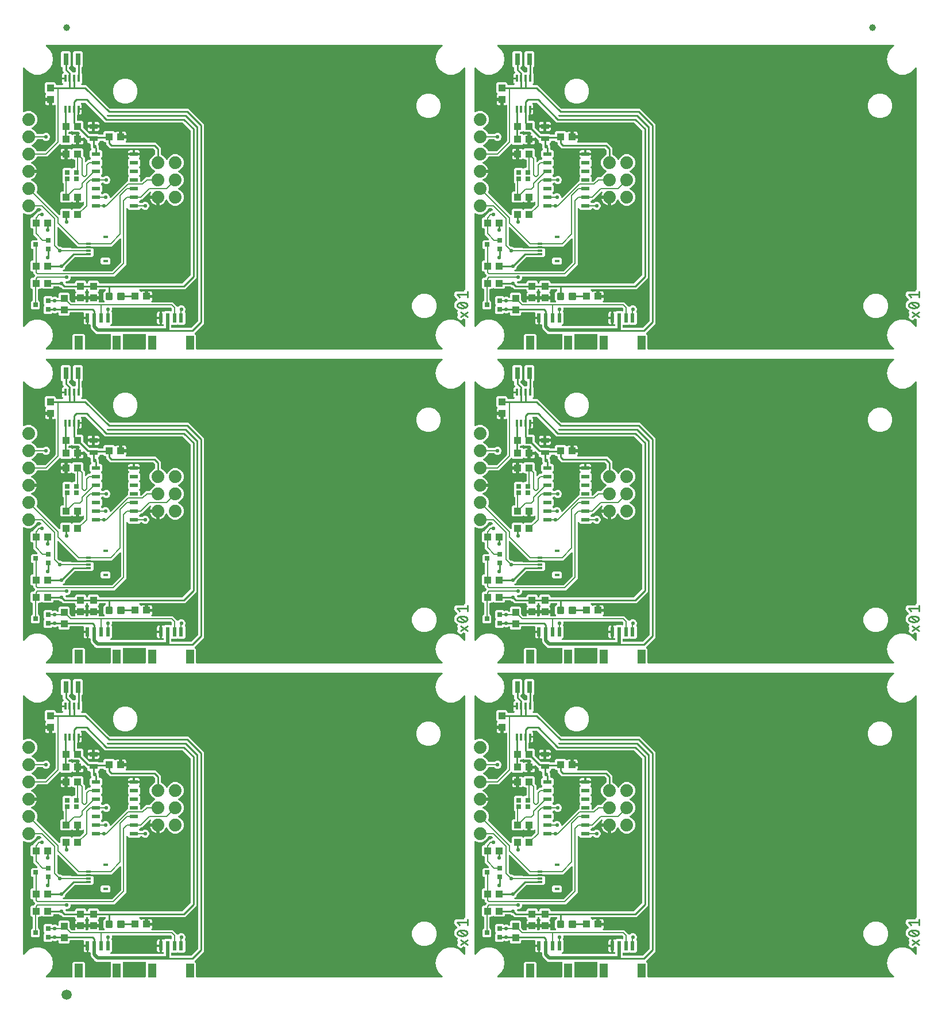
<source format=gtl>
G04 EAGLE Gerber RS-274X export*
G75*
%MOMM*%
%FSLAX34Y34*%
%LPD*%
%INTop Copper*%
%IPPOS*%
%AMOC8*
5,1,8,0,0,1.08239X$1,22.5*%
G01*
%ADD10C,0.279400*%
%ADD11R,0.400000X1.100000*%
%ADD12R,1.100000X1.000000*%
%ADD13R,1.000000X1.100000*%
%ADD14R,1.200000X0.800000*%
%ADD15R,0.800000X1.800000*%
%ADD16R,1.200000X0.600000*%
%ADD17R,1.200000X2.000000*%
%ADD18R,0.600000X1.350000*%
%ADD19R,0.700000X0.700000*%
%ADD20R,0.750000X0.700000*%
%ADD21C,1.879600*%
%ADD22R,0.800000X0.300000*%
%ADD23R,0.800000X0.400000*%
%ADD24C,0.300000*%
%ADD25C,1.000000*%
%ADD26C,1.500000*%
%ADD27C,0.554000*%
%ADD28C,0.254000*%
%ADD29C,0.203200*%
%ADD30C,0.508000*%
%ADD31C,0.152400*%

G36*
X1286982Y928883D02*
X1286982Y928883D01*
X1287017Y928881D01*
X1287139Y928903D01*
X1287262Y928919D01*
X1287295Y928932D01*
X1287330Y928938D01*
X1287443Y928990D01*
X1287558Y929036D01*
X1287586Y929056D01*
X1287619Y929071D01*
X1287715Y929150D01*
X1287815Y929222D01*
X1287838Y929250D01*
X1287865Y929272D01*
X1287939Y929372D01*
X1288018Y929467D01*
X1288033Y929499D01*
X1288054Y929528D01*
X1288101Y929643D01*
X1288154Y929755D01*
X1288160Y929790D01*
X1288173Y929823D01*
X1288190Y929946D01*
X1288213Y930067D01*
X1288211Y930103D01*
X1288216Y930138D01*
X1288201Y930261D01*
X1288194Y930385D01*
X1288183Y930419D01*
X1288178Y930454D01*
X1288134Y930569D01*
X1288096Y930687D01*
X1288077Y930717D01*
X1288064Y930750D01*
X1287992Y930851D01*
X1287925Y930956D01*
X1287900Y930980D01*
X1287879Y931009D01*
X1287762Y931120D01*
X1282895Y935204D01*
X1278909Y942109D01*
X1277525Y949960D01*
X1278909Y957811D01*
X1282895Y964715D01*
X1289002Y969840D01*
X1296494Y972567D01*
X1304466Y972567D01*
X1311958Y969840D01*
X1318065Y964716D01*
X1319193Y962762D01*
X1319281Y962646D01*
X1319366Y962528D01*
X1319377Y962519D01*
X1319385Y962509D01*
X1319499Y962418D01*
X1319611Y962325D01*
X1319624Y962319D01*
X1319634Y962311D01*
X1319768Y962251D01*
X1319899Y962190D01*
X1319912Y962187D01*
X1319925Y962182D01*
X1320069Y962157D01*
X1320212Y962130D01*
X1320225Y962131D01*
X1320238Y962128D01*
X1320384Y962141D01*
X1320529Y962150D01*
X1320542Y962154D01*
X1320555Y962155D01*
X1320693Y962203D01*
X1320831Y962248D01*
X1320843Y962255D01*
X1320856Y962259D01*
X1320977Y962340D01*
X1321100Y962418D01*
X1321109Y962428D01*
X1321121Y962435D01*
X1321218Y962543D01*
X1321318Y962649D01*
X1321325Y962661D01*
X1321334Y962671D01*
X1321401Y962800D01*
X1321472Y962928D01*
X1321475Y962941D01*
X1321481Y962953D01*
X1321515Y963095D01*
X1321551Y963236D01*
X1321552Y963254D01*
X1321554Y963263D01*
X1321554Y963280D01*
X1321561Y963397D01*
X1321561Y972682D01*
X1321553Y972747D01*
X1321555Y972812D01*
X1321533Y972904D01*
X1321521Y972998D01*
X1321498Y973058D01*
X1321483Y973122D01*
X1321439Y973206D01*
X1321404Y973294D01*
X1321366Y973346D01*
X1321336Y973404D01*
X1321273Y973474D01*
X1321218Y973551D01*
X1321167Y973593D01*
X1321124Y973641D01*
X1320996Y973739D01*
X1320192Y974275D01*
X1320167Y974287D01*
X1320144Y974305D01*
X1320024Y974358D01*
X1319907Y974417D01*
X1319880Y974422D01*
X1319854Y974434D01*
X1319724Y974456D01*
X1319596Y974483D01*
X1319568Y974482D01*
X1319540Y974487D01*
X1319409Y974476D01*
X1319278Y974471D01*
X1319251Y974462D01*
X1319223Y974460D01*
X1319099Y974417D01*
X1318974Y974379D01*
X1318950Y974365D01*
X1318923Y974355D01*
X1318784Y974275D01*
X1315426Y972036D01*
X1311815Y972759D01*
X1309772Y975823D01*
X1310575Y979838D01*
X1310576Y979849D01*
X1310579Y979859D01*
X1310587Y980007D01*
X1310598Y980156D01*
X1310596Y980166D01*
X1310596Y980177D01*
X1310575Y980336D01*
X1309772Y984351D01*
X1310383Y985268D01*
X1310438Y985378D01*
X1310499Y985485D01*
X1310508Y985520D01*
X1310525Y985552D01*
X1310550Y985673D01*
X1310583Y985792D01*
X1310584Y985828D01*
X1310591Y985863D01*
X1310586Y985986D01*
X1310588Y986110D01*
X1310580Y986145D01*
X1310579Y986181D01*
X1310543Y986299D01*
X1310515Y986419D01*
X1310498Y986451D01*
X1310487Y986486D01*
X1310424Y986591D01*
X1310366Y986700D01*
X1310342Y986727D01*
X1310323Y986758D01*
X1310235Y986845D01*
X1310153Y986936D01*
X1310122Y986956D01*
X1310096Y986981D01*
X1309990Y987043D01*
X1309887Y987111D01*
X1309838Y987131D01*
X1309821Y987141D01*
X1309801Y987147D01*
X1309738Y987172D01*
X1307855Y987818D01*
X1305051Y991743D01*
X1305051Y996567D01*
X1307855Y1000492D01*
X1308804Y1000818D01*
X1308821Y1000826D01*
X1308840Y1000831D01*
X1308964Y1000896D01*
X1309090Y1000958D01*
X1309104Y1000970D01*
X1309121Y1000979D01*
X1309225Y1001074D01*
X1309332Y1001164D01*
X1309343Y1001180D01*
X1309357Y1001193D01*
X1309434Y1001310D01*
X1309514Y1001425D01*
X1309521Y1001442D01*
X1309532Y1001458D01*
X1309577Y1001591D01*
X1309627Y1001722D01*
X1309629Y1001741D01*
X1309635Y1001759D01*
X1309646Y1001899D01*
X1309662Y1002038D01*
X1309659Y1002057D01*
X1309661Y1002076D01*
X1309637Y1002214D01*
X1309617Y1002353D01*
X1309610Y1002371D01*
X1309607Y1002389D01*
X1309549Y1002518D01*
X1309495Y1002647D01*
X1309484Y1002662D01*
X1309476Y1002680D01*
X1309384Y1002811D01*
X1306223Y1006762D01*
X1306213Y1006772D01*
X1306130Y1006867D01*
X1305028Y1007969D01*
X1305011Y1008097D01*
X1305001Y1008124D01*
X1304996Y1008153D01*
X1304942Y1008272D01*
X1304894Y1008393D01*
X1304877Y1008416D01*
X1304873Y1008427D01*
X1305044Y1009963D01*
X1305043Y1009978D01*
X1305046Y1010014D01*
X1305049Y1010030D01*
X1305048Y1010047D01*
X1305051Y1010103D01*
X1305051Y1011661D01*
X1305131Y1011764D01*
X1305142Y1011790D01*
X1305159Y1011814D01*
X1305205Y1011936D01*
X1305257Y1012056D01*
X1305262Y1012084D01*
X1305266Y1012095D01*
X1306473Y1013060D01*
X1306483Y1013071D01*
X1306577Y1013154D01*
X1307679Y1014256D01*
X1307808Y1014272D01*
X1307835Y1014283D01*
X1307863Y1014288D01*
X1307982Y1014341D01*
X1308104Y1014389D01*
X1308127Y1014406D01*
X1308137Y1014411D01*
X1309673Y1014240D01*
X1309688Y1014240D01*
X1309813Y1014232D01*
X1318768Y1014232D01*
X1318886Y1014247D01*
X1319005Y1014255D01*
X1319043Y1014267D01*
X1319084Y1014272D01*
X1319194Y1014316D01*
X1319307Y1014353D01*
X1319342Y1014374D01*
X1319379Y1014389D01*
X1319475Y1014459D01*
X1319576Y1014523D01*
X1319604Y1014552D01*
X1319637Y1014576D01*
X1319713Y1014668D01*
X1319794Y1014754D01*
X1319814Y1014790D01*
X1319839Y1014821D01*
X1319890Y1014929D01*
X1319948Y1015033D01*
X1319958Y1015072D01*
X1319975Y1015109D01*
X1319997Y1015225D01*
X1320027Y1015341D01*
X1320031Y1015401D01*
X1320035Y1015421D01*
X1320033Y1015441D01*
X1320037Y1015501D01*
X1320037Y1015791D01*
X1321190Y1016943D01*
X1321250Y1017021D01*
X1321318Y1017093D01*
X1321347Y1017146D01*
X1321384Y1017194D01*
X1321424Y1017285D01*
X1321472Y1017372D01*
X1321487Y1017430D01*
X1321511Y1017486D01*
X1321526Y1017584D01*
X1321551Y1017680D01*
X1321557Y1017780D01*
X1321561Y1017800D01*
X1321559Y1017812D01*
X1321561Y1017840D01*
X1321561Y1342923D01*
X1321543Y1343068D01*
X1321528Y1343213D01*
X1321523Y1343226D01*
X1321521Y1343239D01*
X1321468Y1343374D01*
X1321417Y1343511D01*
X1321409Y1343522D01*
X1321404Y1343535D01*
X1321319Y1343652D01*
X1321236Y1343772D01*
X1321225Y1343781D01*
X1321218Y1343792D01*
X1321106Y1343885D01*
X1320995Y1343980D01*
X1320983Y1343986D01*
X1320973Y1343995D01*
X1320841Y1344057D01*
X1320710Y1344122D01*
X1320697Y1344125D01*
X1320685Y1344130D01*
X1320543Y1344158D01*
X1320399Y1344188D01*
X1320386Y1344188D01*
X1320373Y1344190D01*
X1320228Y1344181D01*
X1320082Y1344175D01*
X1320068Y1344171D01*
X1320055Y1344170D01*
X1319917Y1344126D01*
X1319777Y1344084D01*
X1319765Y1344077D01*
X1319753Y1344072D01*
X1319630Y1343995D01*
X1319505Y1343919D01*
X1319495Y1343909D01*
X1319484Y1343902D01*
X1319384Y1343796D01*
X1319282Y1343692D01*
X1319272Y1343677D01*
X1319266Y1343671D01*
X1319258Y1343656D01*
X1319193Y1343558D01*
X1318065Y1341605D01*
X1311958Y1336480D01*
X1304466Y1333753D01*
X1296494Y1333753D01*
X1289002Y1336480D01*
X1282895Y1341604D01*
X1278909Y1348509D01*
X1277525Y1356360D01*
X1278909Y1364211D01*
X1282895Y1371115D01*
X1287762Y1375200D01*
X1287786Y1375226D01*
X1287815Y1375246D01*
X1287894Y1375342D01*
X1287979Y1375433D01*
X1287995Y1375464D01*
X1288018Y1375491D01*
X1288071Y1375604D01*
X1288130Y1375713D01*
X1288138Y1375747D01*
X1288154Y1375779D01*
X1288177Y1375901D01*
X1288207Y1376021D01*
X1288207Y1376057D01*
X1288213Y1376092D01*
X1288206Y1376215D01*
X1288205Y1376339D01*
X1288196Y1376374D01*
X1288194Y1376409D01*
X1288155Y1376527D01*
X1288124Y1376647D01*
X1288106Y1376678D01*
X1288096Y1376711D01*
X1288029Y1376816D01*
X1287969Y1376925D01*
X1287944Y1376950D01*
X1287925Y1376980D01*
X1287835Y1377065D01*
X1287750Y1377155D01*
X1287720Y1377174D01*
X1287694Y1377198D01*
X1287585Y1377258D01*
X1287480Y1377324D01*
X1287446Y1377335D01*
X1287415Y1377352D01*
X1287295Y1377383D01*
X1287177Y1377420D01*
X1287142Y1377422D01*
X1287107Y1377431D01*
X1286947Y1377441D01*
X704413Y1377441D01*
X704378Y1377437D01*
X704343Y1377439D01*
X704221Y1377417D01*
X704098Y1377401D01*
X704065Y1377388D01*
X704030Y1377382D01*
X703917Y1377330D01*
X703802Y1377284D01*
X703774Y1377264D01*
X703741Y1377249D01*
X703645Y1377170D01*
X703545Y1377098D01*
X703522Y1377070D01*
X703495Y1377048D01*
X703421Y1376948D01*
X703342Y1376853D01*
X703327Y1376821D01*
X703306Y1376792D01*
X703259Y1376677D01*
X703206Y1376565D01*
X703200Y1376530D01*
X703187Y1376497D01*
X703170Y1376374D01*
X703147Y1376253D01*
X703149Y1376217D01*
X703144Y1376182D01*
X703159Y1376059D01*
X703166Y1375935D01*
X703177Y1375901D01*
X703182Y1375866D01*
X703226Y1375751D01*
X703264Y1375633D01*
X703283Y1375603D01*
X703296Y1375570D01*
X703368Y1375469D01*
X703435Y1375364D01*
X703460Y1375340D01*
X703481Y1375311D01*
X703598Y1375200D01*
X708465Y1371116D01*
X712451Y1364211D01*
X713835Y1356360D01*
X712451Y1348509D01*
X708465Y1341605D01*
X702358Y1336480D01*
X694866Y1333753D01*
X686894Y1333753D01*
X679402Y1336480D01*
X673295Y1341604D01*
X672167Y1343558D01*
X672079Y1343674D01*
X671994Y1343792D01*
X671983Y1343801D01*
X671975Y1343811D01*
X671861Y1343902D01*
X671749Y1343995D01*
X671736Y1344001D01*
X671726Y1344009D01*
X671592Y1344069D01*
X671461Y1344130D01*
X671448Y1344133D01*
X671435Y1344138D01*
X671291Y1344163D01*
X671148Y1344190D01*
X671135Y1344189D01*
X671122Y1344192D01*
X670976Y1344179D01*
X670831Y1344170D01*
X670818Y1344166D01*
X670805Y1344165D01*
X670667Y1344117D01*
X670529Y1344072D01*
X670517Y1344065D01*
X670504Y1344061D01*
X670383Y1343980D01*
X670260Y1343902D01*
X670251Y1343892D01*
X670239Y1343885D01*
X670142Y1343777D01*
X670042Y1343671D01*
X670035Y1343659D01*
X670026Y1343649D01*
X669959Y1343520D01*
X669888Y1343392D01*
X669885Y1343379D01*
X669879Y1343367D01*
X669845Y1343225D01*
X669809Y1343084D01*
X669808Y1343066D01*
X669806Y1343058D01*
X669806Y1343040D01*
X669799Y1342923D01*
X669799Y1279360D01*
X669805Y1279311D01*
X669803Y1279261D01*
X669825Y1279154D01*
X669839Y1279045D01*
X669857Y1278999D01*
X669867Y1278950D01*
X669915Y1278851D01*
X669956Y1278749D01*
X669985Y1278709D01*
X670007Y1278664D01*
X670078Y1278580D01*
X670142Y1278492D01*
X670181Y1278460D01*
X670213Y1278422D01*
X670303Y1278359D01*
X670387Y1278289D01*
X670432Y1278268D01*
X670473Y1278239D01*
X670576Y1278200D01*
X670675Y1278153D01*
X670724Y1278144D01*
X670770Y1278126D01*
X670880Y1278114D01*
X670987Y1278093D01*
X671037Y1278097D01*
X671086Y1278091D01*
X671195Y1278106D01*
X671305Y1278113D01*
X671352Y1278129D01*
X671401Y1278135D01*
X671554Y1278188D01*
X675704Y1279907D01*
X680656Y1279907D01*
X685230Y1278012D01*
X688732Y1274510D01*
X690627Y1269936D01*
X690627Y1264984D01*
X688732Y1260410D01*
X685230Y1256908D01*
X682875Y1255933D01*
X682755Y1255864D01*
X682632Y1255799D01*
X682617Y1255785D01*
X682599Y1255775D01*
X682499Y1255678D01*
X682396Y1255585D01*
X682385Y1255568D01*
X682371Y1255554D01*
X682298Y1255435D01*
X682222Y1255319D01*
X682215Y1255300D01*
X682204Y1255283D01*
X682163Y1255150D01*
X682118Y1255018D01*
X682117Y1254998D01*
X682111Y1254979D01*
X682104Y1254840D01*
X682093Y1254701D01*
X682097Y1254681D01*
X682096Y1254661D01*
X682124Y1254525D01*
X682148Y1254388D01*
X682156Y1254369D01*
X682160Y1254350D01*
X682221Y1254224D01*
X682278Y1254098D01*
X682291Y1254082D01*
X682300Y1254064D01*
X682390Y1253958D01*
X682477Y1253850D01*
X682493Y1253837D01*
X682506Y1253822D01*
X682620Y1253742D01*
X682731Y1253658D01*
X682756Y1253646D01*
X682766Y1253639D01*
X682785Y1253632D01*
X682875Y1253587D01*
X685231Y1252612D01*
X688732Y1249110D01*
X689749Y1246654D01*
X689764Y1246629D01*
X689773Y1246601D01*
X689842Y1246491D01*
X689907Y1246378D01*
X689927Y1246357D01*
X689943Y1246332D01*
X690038Y1246243D01*
X690128Y1246150D01*
X690153Y1246134D01*
X690175Y1246114D01*
X690289Y1246051D01*
X690399Y1245983D01*
X690427Y1245975D01*
X690453Y1245960D01*
X690579Y1245928D01*
X690703Y1245890D01*
X690733Y1245888D01*
X690761Y1245881D01*
X690922Y1245871D01*
X698636Y1245871D01*
X698734Y1245883D01*
X698833Y1245886D01*
X698892Y1245903D01*
X698952Y1245911D01*
X699044Y1245947D01*
X699139Y1245975D01*
X699191Y1246005D01*
X699247Y1246028D01*
X699327Y1246086D01*
X699413Y1246136D01*
X699488Y1246202D01*
X699505Y1246214D01*
X699512Y1246224D01*
X699534Y1246242D01*
X700284Y1246993D01*
X702423Y1247879D01*
X704737Y1247879D01*
X706876Y1246993D01*
X708513Y1245356D01*
X709399Y1243217D01*
X709399Y1240903D01*
X708513Y1238764D01*
X706876Y1237127D01*
X704737Y1236241D01*
X702423Y1236241D01*
X700284Y1237127D01*
X699534Y1237878D01*
X699455Y1237938D01*
X699383Y1238006D01*
X699330Y1238035D01*
X699282Y1238072D01*
X699191Y1238112D01*
X699105Y1238160D01*
X699046Y1238175D01*
X698990Y1238199D01*
X698892Y1238214D01*
X698797Y1238239D01*
X698697Y1238245D01*
X698676Y1238249D01*
X698664Y1238247D01*
X698636Y1238249D01*
X690922Y1238249D01*
X690893Y1238246D01*
X690863Y1238248D01*
X690735Y1238226D01*
X690606Y1238209D01*
X690579Y1238199D01*
X690550Y1238194D01*
X690431Y1238140D01*
X690311Y1238092D01*
X690287Y1238075D01*
X690260Y1238063D01*
X690158Y1237982D01*
X690053Y1237906D01*
X690034Y1237883D01*
X690011Y1237864D01*
X689933Y1237761D01*
X689850Y1237661D01*
X689838Y1237634D01*
X689820Y1237610D01*
X689749Y1237466D01*
X688732Y1235010D01*
X685230Y1231508D01*
X682875Y1230533D01*
X682755Y1230464D01*
X682632Y1230399D01*
X682617Y1230385D01*
X682599Y1230375D01*
X682499Y1230278D01*
X682396Y1230185D01*
X682385Y1230168D01*
X682371Y1230154D01*
X682298Y1230035D01*
X682222Y1229919D01*
X682215Y1229900D01*
X682204Y1229883D01*
X682163Y1229750D01*
X682118Y1229618D01*
X682117Y1229598D01*
X682111Y1229579D01*
X682104Y1229440D01*
X682093Y1229301D01*
X682097Y1229281D01*
X682096Y1229261D01*
X682124Y1229124D01*
X682148Y1228988D01*
X682156Y1228969D01*
X682160Y1228950D01*
X682221Y1228824D01*
X682278Y1228698D01*
X682291Y1228682D01*
X682300Y1228664D01*
X682390Y1228558D01*
X682477Y1228450D01*
X682493Y1228437D01*
X682506Y1228422D01*
X682620Y1228342D01*
X682731Y1228258D01*
X682756Y1228246D01*
X682766Y1228239D01*
X682785Y1228232D01*
X682875Y1228187D01*
X685231Y1227212D01*
X688732Y1223710D01*
X689749Y1221254D01*
X689764Y1221229D01*
X689773Y1221201D01*
X689842Y1221091D01*
X689907Y1220978D01*
X689927Y1220957D01*
X689943Y1220932D01*
X690038Y1220843D01*
X690128Y1220750D01*
X690153Y1220734D01*
X690175Y1220714D01*
X690289Y1220651D01*
X690399Y1220583D01*
X690427Y1220575D01*
X690453Y1220560D01*
X690579Y1220528D01*
X690703Y1220490D01*
X690733Y1220488D01*
X690761Y1220481D01*
X690922Y1220471D01*
X701476Y1220471D01*
X701574Y1220483D01*
X701673Y1220486D01*
X701731Y1220503D01*
X701791Y1220511D01*
X701883Y1220547D01*
X701979Y1220575D01*
X702031Y1220605D01*
X702087Y1220628D01*
X702167Y1220686D01*
X702252Y1220736D01*
X702328Y1220802D01*
X702344Y1220814D01*
X702352Y1220824D01*
X702373Y1220842D01*
X717178Y1235647D01*
X717238Y1235725D01*
X717306Y1235797D01*
X717335Y1235850D01*
X717372Y1235898D01*
X717412Y1235989D01*
X717460Y1236076D01*
X717475Y1236134D01*
X717499Y1236190D01*
X717514Y1236288D01*
X717539Y1236384D01*
X717545Y1236484D01*
X717549Y1236504D01*
X717547Y1236516D01*
X717549Y1236544D01*
X717549Y1287977D01*
X717533Y1288102D01*
X717524Y1288228D01*
X717514Y1288259D01*
X717509Y1288293D01*
X717463Y1288410D01*
X717423Y1288529D01*
X717405Y1288557D01*
X717392Y1288589D01*
X717319Y1288690D01*
X717250Y1288796D01*
X717225Y1288819D01*
X717206Y1288846D01*
X717109Y1288926D01*
X717016Y1289011D01*
X716987Y1289027D01*
X716961Y1289049D01*
X716847Y1289102D01*
X716736Y1289162D01*
X716703Y1289170D01*
X716673Y1289184D01*
X716550Y1289208D01*
X716427Y1289238D01*
X716394Y1289238D01*
X716361Y1289244D01*
X716235Y1289236D01*
X716109Y1289235D01*
X716061Y1289225D01*
X716043Y1289224D01*
X716023Y1289218D01*
X715951Y1289203D01*
X715264Y1289019D01*
X712429Y1289019D01*
X712429Y1295830D01*
X712414Y1295948D01*
X712407Y1296067D01*
X712394Y1296105D01*
X712389Y1296145D01*
X712346Y1296256D01*
X712309Y1296369D01*
X712287Y1296403D01*
X712272Y1296441D01*
X712203Y1296537D01*
X712139Y1296638D01*
X712109Y1296666D01*
X712086Y1296698D01*
X711994Y1296774D01*
X711907Y1296856D01*
X711872Y1296875D01*
X711841Y1296901D01*
X711733Y1296952D01*
X711629Y1297009D01*
X711589Y1297019D01*
X711553Y1297037D01*
X711436Y1297059D01*
X711321Y1297089D01*
X711261Y1297093D01*
X711241Y1297096D01*
X711220Y1297095D01*
X711160Y1297099D01*
X709969Y1297099D01*
X709969Y1298290D01*
X709954Y1298408D01*
X709947Y1298527D01*
X709934Y1298565D01*
X709929Y1298606D01*
X709885Y1298716D01*
X709849Y1298829D01*
X709827Y1298864D01*
X709812Y1298901D01*
X709742Y1298997D01*
X709679Y1299098D01*
X709649Y1299126D01*
X709625Y1299159D01*
X709534Y1299235D01*
X709447Y1299316D01*
X709412Y1299336D01*
X709380Y1299361D01*
X709273Y1299412D01*
X709168Y1299470D01*
X709129Y1299480D01*
X709093Y1299497D01*
X708976Y1299519D01*
X708860Y1299549D01*
X708800Y1299553D01*
X708780Y1299557D01*
X708760Y1299555D01*
X708700Y1299559D01*
X702389Y1299559D01*
X702389Y1302894D01*
X702562Y1303541D01*
X702897Y1304120D01*
X703080Y1304303D01*
X703153Y1304397D01*
X703232Y1304487D01*
X703250Y1304523D01*
X703275Y1304555D01*
X703322Y1304664D01*
X703377Y1304770D01*
X703385Y1304809D01*
X703401Y1304846D01*
X703420Y1304964D01*
X703446Y1305080D01*
X703445Y1305121D01*
X703451Y1305161D01*
X703440Y1305279D01*
X703437Y1305398D01*
X703425Y1305437D01*
X703421Y1305477D01*
X703381Y1305589D01*
X703348Y1305704D01*
X703328Y1305738D01*
X703314Y1305776D01*
X703247Y1305875D01*
X703187Y1305977D01*
X703147Y1306023D01*
X703135Y1306040D01*
X703120Y1306053D01*
X703080Y1306098D01*
X701881Y1307297D01*
X701881Y1320823D01*
X703667Y1322609D01*
X716193Y1322609D01*
X717979Y1320823D01*
X717979Y1319648D01*
X717994Y1319530D01*
X718001Y1319411D01*
X718014Y1319373D01*
X718019Y1319332D01*
X718062Y1319222D01*
X718099Y1319109D01*
X718121Y1319074D01*
X718136Y1319037D01*
X718205Y1318941D01*
X718269Y1318840D01*
X718299Y1318812D01*
X718322Y1318779D01*
X718414Y1318703D01*
X718501Y1318622D01*
X718536Y1318602D01*
X718567Y1318577D01*
X718675Y1318526D01*
X718779Y1318468D01*
X718819Y1318458D01*
X718855Y1318441D01*
X718972Y1318419D01*
X719087Y1318389D01*
X719147Y1318385D01*
X719167Y1318381D01*
X719188Y1318383D01*
X719248Y1318379D01*
X727454Y1318379D01*
X727592Y1318396D01*
X727730Y1318409D01*
X727749Y1318416D01*
X727769Y1318419D01*
X727899Y1318470D01*
X728030Y1318517D01*
X728046Y1318528D01*
X728065Y1318536D01*
X728178Y1318617D01*
X728293Y1318695D01*
X728306Y1318711D01*
X728322Y1318722D01*
X728411Y1318830D01*
X728503Y1318934D01*
X728512Y1318952D01*
X728525Y1318967D01*
X728584Y1319093D01*
X728648Y1319217D01*
X728652Y1319237D01*
X728661Y1319255D01*
X728687Y1319391D01*
X728717Y1319527D01*
X728717Y1319548D01*
X728721Y1319567D01*
X728712Y1319706D01*
X728708Y1319845D01*
X728702Y1319865D01*
X728701Y1319885D01*
X728658Y1320017D01*
X728619Y1320151D01*
X728609Y1320168D01*
X728603Y1320187D01*
X728529Y1320305D01*
X728458Y1320425D01*
X728439Y1320446D01*
X728433Y1320456D01*
X728418Y1320470D01*
X728351Y1320546D01*
X727897Y1321000D01*
X727562Y1321579D01*
X727389Y1322226D01*
X727389Y1326791D01*
X731930Y1326791D01*
X732048Y1326806D01*
X732167Y1326813D01*
X732205Y1326825D01*
X732245Y1326830D01*
X732356Y1326874D01*
X732469Y1326911D01*
X732503Y1326933D01*
X732541Y1326947D01*
X732637Y1327017D01*
X732738Y1327081D01*
X732766Y1327111D01*
X732798Y1327134D01*
X732874Y1327226D01*
X732956Y1327313D01*
X732975Y1327348D01*
X733001Y1327379D01*
X733052Y1327487D01*
X733109Y1327591D01*
X733119Y1327630D01*
X733137Y1327667D01*
X733159Y1327784D01*
X733189Y1327899D01*
X733193Y1327959D01*
X733196Y1327979D01*
X733196Y1327980D01*
X733195Y1328000D01*
X733199Y1328060D01*
X733184Y1328178D01*
X733177Y1328297D01*
X733164Y1328335D01*
X733159Y1328376D01*
X733115Y1328486D01*
X733079Y1328600D01*
X733057Y1328634D01*
X733042Y1328671D01*
X732972Y1328768D01*
X732908Y1328868D01*
X732879Y1328896D01*
X732855Y1328929D01*
X732763Y1329005D01*
X732677Y1329086D01*
X732641Y1329106D01*
X732610Y1329132D01*
X732503Y1329182D01*
X732398Y1329240D01*
X732359Y1329250D01*
X732323Y1329267D01*
X732206Y1329289D01*
X732090Y1329319D01*
X732030Y1329323D01*
X732010Y1329327D01*
X731990Y1329326D01*
X731930Y1329329D01*
X727389Y1329329D01*
X727389Y1333894D01*
X727562Y1334541D01*
X727897Y1335120D01*
X728370Y1335593D01*
X728949Y1335928D01*
X729133Y1335977D01*
X729255Y1336027D01*
X729380Y1336072D01*
X729403Y1336087D01*
X729428Y1336097D01*
X729534Y1336176D01*
X729643Y1336250D01*
X729661Y1336271D01*
X729683Y1336287D01*
X729766Y1336389D01*
X729854Y1336489D01*
X729866Y1336513D01*
X729883Y1336534D01*
X729938Y1336654D01*
X729998Y1336772D01*
X730004Y1336798D01*
X730016Y1336823D01*
X730039Y1336953D01*
X730068Y1337082D01*
X730067Y1337109D01*
X730072Y1337136D01*
X730062Y1337268D01*
X730058Y1337400D01*
X730051Y1337426D01*
X730049Y1337453D01*
X730007Y1337579D01*
X729970Y1337706D01*
X729956Y1337729D01*
X729948Y1337754D01*
X729876Y1337866D01*
X729808Y1337979D01*
X729783Y1338008D01*
X729775Y1338021D01*
X729759Y1338036D01*
X729702Y1338100D01*
X728361Y1339441D01*
X728361Y1343042D01*
X728346Y1343160D01*
X728339Y1343279D01*
X728326Y1343317D01*
X728321Y1343358D01*
X728278Y1343468D01*
X728241Y1343581D01*
X728219Y1343616D01*
X728204Y1343653D01*
X728135Y1343749D01*
X728071Y1343850D01*
X728041Y1343878D01*
X728018Y1343911D01*
X727926Y1343987D01*
X727839Y1344068D01*
X727804Y1344088D01*
X727773Y1344113D01*
X727665Y1344164D01*
X727561Y1344222D01*
X727521Y1344232D01*
X727485Y1344249D01*
X727478Y1344250D01*
X725631Y1346097D01*
X725631Y1366623D01*
X727417Y1368409D01*
X737943Y1368409D01*
X739729Y1366623D01*
X739729Y1346097D01*
X737722Y1344091D01*
X737649Y1343996D01*
X737570Y1343907D01*
X737552Y1343871D01*
X737527Y1343839D01*
X737480Y1343730D01*
X737426Y1343624D01*
X737417Y1343585D01*
X737401Y1343547D01*
X737382Y1343430D01*
X737356Y1343314D01*
X737357Y1343273D01*
X737351Y1343233D01*
X737362Y1343115D01*
X737366Y1342996D01*
X737377Y1342957D01*
X737381Y1342917D01*
X737421Y1342805D01*
X737454Y1342690D01*
X737475Y1342656D01*
X737488Y1342617D01*
X737555Y1342519D01*
X737616Y1342416D01*
X737656Y1342371D01*
X737667Y1342354D01*
X737682Y1342341D01*
X737722Y1342296D01*
X743037Y1336980D01*
X743115Y1336920D01*
X743188Y1336852D01*
X743241Y1336823D01*
X743288Y1336786D01*
X743379Y1336746D01*
X743466Y1336698D01*
X743525Y1336683D01*
X743580Y1336659D01*
X743678Y1336644D01*
X743774Y1336619D01*
X743874Y1336613D01*
X743894Y1336609D01*
X743907Y1336611D01*
X743935Y1336609D01*
X745842Y1336609D01*
X745960Y1336624D01*
X746079Y1336631D01*
X746117Y1336644D01*
X746158Y1336649D01*
X746268Y1336692D01*
X746381Y1336729D01*
X746416Y1336751D01*
X746453Y1336766D01*
X746549Y1336835D01*
X746650Y1336899D01*
X746678Y1336929D01*
X746711Y1336952D01*
X746787Y1337044D01*
X746868Y1337131D01*
X746888Y1337166D01*
X746913Y1337197D01*
X746964Y1337305D01*
X747022Y1337409D01*
X747032Y1337449D01*
X747049Y1337485D01*
X747071Y1337602D01*
X747101Y1337717D01*
X747105Y1337777D01*
X747109Y1337797D01*
X747107Y1337818D01*
X747111Y1337878D01*
X747111Y1343042D01*
X747096Y1343160D01*
X747089Y1343279D01*
X747076Y1343317D01*
X747071Y1343358D01*
X747028Y1343468D01*
X746991Y1343581D01*
X746969Y1343616D01*
X746954Y1343653D01*
X746885Y1343749D01*
X746821Y1343850D01*
X746791Y1343878D01*
X746768Y1343911D01*
X746676Y1343987D01*
X746589Y1344068D01*
X746554Y1344088D01*
X746523Y1344113D01*
X746415Y1344164D01*
X746311Y1344222D01*
X746271Y1344232D01*
X746235Y1344249D01*
X746118Y1344271D01*
X746003Y1344301D01*
X745943Y1344305D01*
X745923Y1344309D01*
X745902Y1344307D01*
X745842Y1344311D01*
X745417Y1344311D01*
X743631Y1346097D01*
X743631Y1366623D01*
X745417Y1368409D01*
X755943Y1368409D01*
X757729Y1366623D01*
X757729Y1346097D01*
X756120Y1344489D01*
X756060Y1344411D01*
X755992Y1344339D01*
X755963Y1344285D01*
X755926Y1344238D01*
X755886Y1344147D01*
X755838Y1344060D01*
X755823Y1344001D01*
X755799Y1343946D01*
X755784Y1343848D01*
X755759Y1343752D01*
X755753Y1343652D01*
X755749Y1343632D01*
X755751Y1343619D01*
X755749Y1343591D01*
X755749Y1336079D01*
X755761Y1335980D01*
X755764Y1335881D01*
X755781Y1335823D01*
X755789Y1335763D01*
X755825Y1335671D01*
X755853Y1335576D01*
X755883Y1335524D01*
X755906Y1335467D01*
X755964Y1335387D01*
X756014Y1335302D01*
X756080Y1335227D01*
X756092Y1335210D01*
X756102Y1335202D01*
X756120Y1335181D01*
X756479Y1334823D01*
X756479Y1321297D01*
X755727Y1320545D01*
X755642Y1320436D01*
X755553Y1320329D01*
X755544Y1320310D01*
X755532Y1320294D01*
X755477Y1320167D01*
X755418Y1320041D01*
X755414Y1320021D01*
X755406Y1320002D01*
X755384Y1319864D01*
X755358Y1319728D01*
X755359Y1319708D01*
X755356Y1319688D01*
X755369Y1319549D01*
X755378Y1319411D01*
X755384Y1319392D01*
X755386Y1319372D01*
X755433Y1319240D01*
X755476Y1319109D01*
X755486Y1319091D01*
X755493Y1319072D01*
X755571Y1318957D01*
X755646Y1318840D01*
X755661Y1318826D01*
X755672Y1318809D01*
X755776Y1318717D01*
X755877Y1318622D01*
X755895Y1318612D01*
X755910Y1318599D01*
X756034Y1318536D01*
X756156Y1318468D01*
X756175Y1318463D01*
X756194Y1318454D01*
X756329Y1318424D01*
X756464Y1318389D01*
X756492Y1318387D01*
X756504Y1318384D01*
X756524Y1318385D01*
X756625Y1318379D01*
X762909Y1318379D01*
X797707Y1283580D01*
X797785Y1283520D01*
X797857Y1283452D01*
X797910Y1283423D01*
X797958Y1283386D01*
X798049Y1283346D01*
X798136Y1283298D01*
X798195Y1283283D01*
X798250Y1283259D01*
X798348Y1283244D01*
X798444Y1283219D01*
X798544Y1283213D01*
X798564Y1283209D01*
X798577Y1283211D01*
X798605Y1283209D01*
X913649Y1283209D01*
X936499Y1260359D01*
X936499Y967221D01*
X933597Y964320D01*
X922862Y953584D01*
X922789Y953490D01*
X922710Y953401D01*
X922692Y953365D01*
X922667Y953333D01*
X922620Y953224D01*
X922566Y953118D01*
X922557Y953079D01*
X922541Y953041D01*
X922522Y952924D01*
X922496Y952808D01*
X922497Y952767D01*
X922491Y952727D01*
X922502Y952609D01*
X922506Y952490D01*
X922517Y952451D01*
X922521Y952411D01*
X922561Y952298D01*
X922594Y952184D01*
X922615Y952149D01*
X922628Y952111D01*
X922695Y952013D01*
X922756Y951910D01*
X922796Y951865D01*
X922807Y951848D01*
X922822Y951835D01*
X922862Y951789D01*
X924779Y949873D01*
X924779Y930148D01*
X924794Y930030D01*
X924801Y929911D01*
X924814Y929873D01*
X924819Y929832D01*
X924862Y929722D01*
X924899Y929609D01*
X924921Y929574D01*
X924936Y929537D01*
X925005Y929441D01*
X925069Y929340D01*
X925099Y929312D01*
X925122Y929279D01*
X925214Y929203D01*
X925301Y929122D01*
X925336Y929102D01*
X925367Y929077D01*
X925475Y929026D01*
X925579Y928968D01*
X925619Y928958D01*
X925655Y928941D01*
X925772Y928919D01*
X925887Y928889D01*
X925947Y928885D01*
X925967Y928881D01*
X925988Y928883D01*
X926048Y928879D01*
X1286947Y928879D01*
X1286982Y928883D01*
G37*
G36*
X1286982Y466603D02*
X1286982Y466603D01*
X1287017Y466601D01*
X1287139Y466623D01*
X1287262Y466639D01*
X1287295Y466652D01*
X1287330Y466658D01*
X1287443Y466710D01*
X1287558Y466756D01*
X1287586Y466776D01*
X1287619Y466791D01*
X1287715Y466870D01*
X1287815Y466942D01*
X1287838Y466970D01*
X1287865Y466992D01*
X1287939Y467092D01*
X1288018Y467187D01*
X1288033Y467219D01*
X1288054Y467248D01*
X1288101Y467363D01*
X1288154Y467475D01*
X1288160Y467510D01*
X1288173Y467543D01*
X1288190Y467666D01*
X1288213Y467787D01*
X1288211Y467823D01*
X1288216Y467858D01*
X1288201Y467981D01*
X1288194Y468105D01*
X1288183Y468139D01*
X1288178Y468174D01*
X1288134Y468289D01*
X1288096Y468407D01*
X1288077Y468437D01*
X1288064Y468470D01*
X1287992Y468571D01*
X1287925Y468676D01*
X1287900Y468700D01*
X1287879Y468729D01*
X1287762Y468840D01*
X1282895Y472924D01*
X1278909Y479829D01*
X1277525Y487680D01*
X1278909Y495531D01*
X1282895Y502435D01*
X1289002Y507560D01*
X1296494Y510287D01*
X1304466Y510287D01*
X1311958Y507560D01*
X1318065Y502436D01*
X1319193Y500482D01*
X1319281Y500366D01*
X1319366Y500248D01*
X1319377Y500239D01*
X1319385Y500229D01*
X1319499Y500138D01*
X1319611Y500045D01*
X1319624Y500039D01*
X1319634Y500031D01*
X1319768Y499971D01*
X1319899Y499910D01*
X1319912Y499907D01*
X1319925Y499902D01*
X1320069Y499877D01*
X1320212Y499850D01*
X1320225Y499851D01*
X1320238Y499848D01*
X1320384Y499861D01*
X1320529Y499870D01*
X1320542Y499874D01*
X1320555Y499875D01*
X1320693Y499923D01*
X1320831Y499968D01*
X1320843Y499975D01*
X1320856Y499979D01*
X1320977Y500060D01*
X1321100Y500138D01*
X1321109Y500148D01*
X1321121Y500155D01*
X1321218Y500263D01*
X1321318Y500369D01*
X1321325Y500381D01*
X1321334Y500391D01*
X1321401Y500520D01*
X1321472Y500648D01*
X1321475Y500661D01*
X1321481Y500673D01*
X1321515Y500815D01*
X1321551Y500956D01*
X1321552Y500974D01*
X1321554Y500982D01*
X1321554Y501000D01*
X1321561Y501117D01*
X1321561Y510402D01*
X1321553Y510467D01*
X1321555Y510532D01*
X1321533Y510624D01*
X1321521Y510718D01*
X1321498Y510778D01*
X1321483Y510842D01*
X1321439Y510926D01*
X1321404Y511014D01*
X1321366Y511066D01*
X1321336Y511124D01*
X1321273Y511194D01*
X1321218Y511271D01*
X1321167Y511312D01*
X1321124Y511361D01*
X1320996Y511458D01*
X1320192Y511995D01*
X1320167Y512007D01*
X1320144Y512025D01*
X1320024Y512078D01*
X1319907Y512137D01*
X1319880Y512143D01*
X1319854Y512154D01*
X1319724Y512176D01*
X1319596Y512203D01*
X1319568Y512202D01*
X1319540Y512207D01*
X1319409Y512196D01*
X1319278Y512191D01*
X1319251Y512182D01*
X1319223Y512180D01*
X1319099Y512137D01*
X1318974Y512099D01*
X1318950Y512085D01*
X1318923Y512075D01*
X1318784Y511995D01*
X1315426Y509756D01*
X1311815Y510479D01*
X1309772Y513543D01*
X1310575Y517558D01*
X1310576Y517569D01*
X1310579Y517579D01*
X1310587Y517727D01*
X1310598Y517876D01*
X1310596Y517886D01*
X1310596Y517897D01*
X1310575Y518056D01*
X1309772Y522071D01*
X1310383Y522988D01*
X1310438Y523098D01*
X1310499Y523205D01*
X1310508Y523240D01*
X1310525Y523272D01*
X1310550Y523393D01*
X1310583Y523512D01*
X1310584Y523548D01*
X1310591Y523583D01*
X1310586Y523706D01*
X1310588Y523830D01*
X1310580Y523865D01*
X1310579Y523901D01*
X1310543Y524019D01*
X1310515Y524139D01*
X1310498Y524171D01*
X1310487Y524206D01*
X1310424Y524311D01*
X1310366Y524420D01*
X1310342Y524447D01*
X1310323Y524478D01*
X1310235Y524565D01*
X1310153Y524656D01*
X1310122Y524676D01*
X1310096Y524701D01*
X1309990Y524763D01*
X1309887Y524831D01*
X1309838Y524851D01*
X1309821Y524861D01*
X1309801Y524867D01*
X1309738Y524892D01*
X1307855Y525538D01*
X1305051Y529463D01*
X1305051Y534287D01*
X1307855Y538212D01*
X1308804Y538538D01*
X1308821Y538546D01*
X1308840Y538551D01*
X1308964Y538616D01*
X1309090Y538678D01*
X1309104Y538690D01*
X1309121Y538699D01*
X1309225Y538794D01*
X1309332Y538884D01*
X1309343Y538900D01*
X1309357Y538913D01*
X1309434Y539030D01*
X1309514Y539145D01*
X1309521Y539162D01*
X1309532Y539178D01*
X1309577Y539311D01*
X1309627Y539442D01*
X1309629Y539461D01*
X1309635Y539479D01*
X1309646Y539619D01*
X1309662Y539758D01*
X1309659Y539777D01*
X1309661Y539796D01*
X1309637Y539934D01*
X1309617Y540073D01*
X1309610Y540091D01*
X1309607Y540109D01*
X1309549Y540238D01*
X1309495Y540367D01*
X1309484Y540382D01*
X1309476Y540400D01*
X1309384Y540531D01*
X1306223Y544482D01*
X1306213Y544492D01*
X1306130Y544587D01*
X1305028Y545689D01*
X1305011Y545817D01*
X1305001Y545844D01*
X1304996Y545873D01*
X1304942Y545992D01*
X1304894Y546113D01*
X1304877Y546136D01*
X1304873Y546147D01*
X1305044Y547683D01*
X1305043Y547698D01*
X1305046Y547734D01*
X1305049Y547750D01*
X1305048Y547767D01*
X1305051Y547823D01*
X1305051Y549381D01*
X1305131Y549484D01*
X1305142Y549510D01*
X1305159Y549534D01*
X1305205Y549656D01*
X1305257Y549776D01*
X1305262Y549804D01*
X1305266Y549815D01*
X1306473Y550780D01*
X1306483Y550791D01*
X1306577Y550874D01*
X1307679Y551976D01*
X1307808Y551992D01*
X1307835Y552003D01*
X1307863Y552008D01*
X1307982Y552061D01*
X1308104Y552109D01*
X1308127Y552126D01*
X1308137Y552131D01*
X1309673Y551960D01*
X1309688Y551960D01*
X1309813Y551952D01*
X1318768Y551952D01*
X1318886Y551967D01*
X1319005Y551975D01*
X1319043Y551987D01*
X1319084Y551992D01*
X1319194Y552036D01*
X1319307Y552073D01*
X1319342Y552094D01*
X1319379Y552109D01*
X1319475Y552179D01*
X1319576Y552243D01*
X1319604Y552272D01*
X1319637Y552296D01*
X1319713Y552388D01*
X1319794Y552474D01*
X1319814Y552510D01*
X1319839Y552541D01*
X1319890Y552649D01*
X1319948Y552753D01*
X1319958Y552792D01*
X1319975Y552829D01*
X1319997Y552945D01*
X1320027Y553061D01*
X1320031Y553121D01*
X1320035Y553141D01*
X1320033Y553161D01*
X1320037Y553221D01*
X1320037Y553511D01*
X1321190Y554663D01*
X1321250Y554741D01*
X1321318Y554813D01*
X1321347Y554866D01*
X1321384Y554914D01*
X1321424Y555005D01*
X1321472Y555092D01*
X1321487Y555150D01*
X1321511Y555206D01*
X1321526Y555304D01*
X1321551Y555400D01*
X1321557Y555500D01*
X1321561Y555520D01*
X1321559Y555533D01*
X1321561Y555561D01*
X1321561Y880643D01*
X1321543Y880788D01*
X1321528Y880933D01*
X1321523Y880946D01*
X1321521Y880959D01*
X1321468Y881094D01*
X1321417Y881231D01*
X1321409Y881242D01*
X1321404Y881255D01*
X1321319Y881372D01*
X1321236Y881492D01*
X1321225Y881501D01*
X1321218Y881512D01*
X1321106Y881605D01*
X1320995Y881700D01*
X1320983Y881706D01*
X1320973Y881715D01*
X1320841Y881777D01*
X1320710Y881842D01*
X1320697Y881845D01*
X1320685Y881850D01*
X1320543Y881878D01*
X1320399Y881908D01*
X1320386Y881908D01*
X1320373Y881910D01*
X1320228Y881901D01*
X1320082Y881895D01*
X1320068Y881891D01*
X1320055Y881890D01*
X1319917Y881846D01*
X1319777Y881804D01*
X1319765Y881797D01*
X1319753Y881792D01*
X1319630Y881715D01*
X1319505Y881639D01*
X1319495Y881629D01*
X1319484Y881622D01*
X1319384Y881516D01*
X1319282Y881412D01*
X1319272Y881397D01*
X1319266Y881391D01*
X1319258Y881376D01*
X1319193Y881278D01*
X1318065Y879325D01*
X1311958Y874200D01*
X1304466Y871473D01*
X1296494Y871473D01*
X1289002Y874200D01*
X1282895Y879324D01*
X1278909Y886229D01*
X1277525Y894080D01*
X1278909Y901931D01*
X1282895Y908835D01*
X1287762Y912920D01*
X1287786Y912946D01*
X1287815Y912966D01*
X1287894Y913062D01*
X1287979Y913153D01*
X1287995Y913184D01*
X1288018Y913211D01*
X1288071Y913324D01*
X1288130Y913433D01*
X1288138Y913467D01*
X1288154Y913499D01*
X1288177Y913621D01*
X1288207Y913741D01*
X1288207Y913777D01*
X1288213Y913812D01*
X1288206Y913935D01*
X1288205Y914059D01*
X1288196Y914094D01*
X1288194Y914129D01*
X1288155Y914247D01*
X1288124Y914367D01*
X1288106Y914398D01*
X1288096Y914431D01*
X1288029Y914536D01*
X1287969Y914645D01*
X1287944Y914670D01*
X1287925Y914700D01*
X1287835Y914785D01*
X1287750Y914875D01*
X1287720Y914894D01*
X1287694Y914918D01*
X1287585Y914978D01*
X1287480Y915044D01*
X1287446Y915055D01*
X1287415Y915072D01*
X1287295Y915103D01*
X1287177Y915140D01*
X1287142Y915142D01*
X1287107Y915151D01*
X1286947Y915161D01*
X704413Y915161D01*
X704378Y915157D01*
X704343Y915159D01*
X704221Y915137D01*
X704098Y915121D01*
X704065Y915108D01*
X704030Y915102D01*
X703917Y915050D01*
X703802Y915004D01*
X703774Y914984D01*
X703741Y914969D01*
X703645Y914890D01*
X703545Y914818D01*
X703522Y914790D01*
X703495Y914768D01*
X703421Y914668D01*
X703342Y914573D01*
X703327Y914541D01*
X703306Y914512D01*
X703259Y914397D01*
X703206Y914285D01*
X703200Y914250D01*
X703187Y914217D01*
X703170Y914094D01*
X703147Y913973D01*
X703149Y913937D01*
X703144Y913902D01*
X703159Y913779D01*
X703166Y913655D01*
X703177Y913621D01*
X703182Y913586D01*
X703226Y913471D01*
X703264Y913353D01*
X703283Y913323D01*
X703296Y913290D01*
X703368Y913189D01*
X703435Y913084D01*
X703460Y913060D01*
X703481Y913031D01*
X703598Y912920D01*
X708465Y908836D01*
X712451Y901931D01*
X713835Y894080D01*
X712451Y886229D01*
X708465Y879325D01*
X702358Y874200D01*
X694866Y871473D01*
X686894Y871473D01*
X679402Y874200D01*
X673295Y879324D01*
X672167Y881278D01*
X672079Y881394D01*
X671994Y881512D01*
X671983Y881521D01*
X671975Y881531D01*
X671861Y881622D01*
X671749Y881715D01*
X671736Y881721D01*
X671726Y881729D01*
X671592Y881789D01*
X671461Y881850D01*
X671448Y881853D01*
X671435Y881858D01*
X671291Y881883D01*
X671148Y881910D01*
X671135Y881909D01*
X671122Y881912D01*
X670976Y881899D01*
X670831Y881890D01*
X670818Y881886D01*
X670805Y881885D01*
X670667Y881837D01*
X670529Y881792D01*
X670517Y881785D01*
X670504Y881781D01*
X670383Y881700D01*
X670260Y881622D01*
X670251Y881612D01*
X670239Y881605D01*
X670142Y881497D01*
X670042Y881391D01*
X670035Y881379D01*
X670026Y881369D01*
X669959Y881240D01*
X669888Y881112D01*
X669885Y881099D01*
X669879Y881087D01*
X669845Y880945D01*
X669809Y880804D01*
X669808Y880786D01*
X669806Y880778D01*
X669806Y880760D01*
X669799Y880643D01*
X669799Y817080D01*
X669805Y817031D01*
X669803Y816981D01*
X669825Y816874D01*
X669839Y816765D01*
X669857Y816719D01*
X669867Y816670D01*
X669915Y816571D01*
X669956Y816469D01*
X669985Y816429D01*
X670007Y816384D01*
X670078Y816300D01*
X670142Y816212D01*
X670181Y816180D01*
X670213Y816142D01*
X670303Y816079D01*
X670387Y816009D01*
X670432Y815988D01*
X670473Y815959D01*
X670576Y815920D01*
X670675Y815873D01*
X670724Y815864D01*
X670770Y815846D01*
X670880Y815834D01*
X670987Y815813D01*
X671037Y815817D01*
X671086Y815811D01*
X671195Y815826D01*
X671305Y815833D01*
X671352Y815849D01*
X671401Y815855D01*
X671554Y815908D01*
X675704Y817627D01*
X680656Y817627D01*
X685230Y815732D01*
X688732Y812230D01*
X690627Y807656D01*
X690627Y802704D01*
X688732Y798130D01*
X685230Y794628D01*
X682875Y793653D01*
X682755Y793584D01*
X682632Y793519D01*
X682617Y793505D01*
X682599Y793495D01*
X682499Y793398D01*
X682396Y793305D01*
X682385Y793288D01*
X682371Y793274D01*
X682298Y793155D01*
X682222Y793039D01*
X682215Y793020D01*
X682204Y793003D01*
X682163Y792870D01*
X682118Y792738D01*
X682117Y792718D01*
X682111Y792699D01*
X682104Y792560D01*
X682093Y792421D01*
X682097Y792401D01*
X682096Y792381D01*
X682124Y792245D01*
X682148Y792108D01*
X682156Y792089D01*
X682160Y792070D01*
X682221Y791944D01*
X682278Y791818D01*
X682291Y791802D01*
X682300Y791784D01*
X682390Y791678D01*
X682477Y791570D01*
X682493Y791557D01*
X682506Y791542D01*
X682620Y791462D01*
X682731Y791378D01*
X682756Y791366D01*
X682766Y791359D01*
X682785Y791352D01*
X682875Y791307D01*
X685231Y790332D01*
X688732Y786830D01*
X689749Y784374D01*
X689764Y784349D01*
X689773Y784321D01*
X689842Y784211D01*
X689907Y784098D01*
X689927Y784077D01*
X689943Y784052D01*
X690038Y783963D01*
X690128Y783870D01*
X690153Y783854D01*
X690175Y783834D01*
X690289Y783771D01*
X690399Y783703D01*
X690427Y783695D01*
X690453Y783680D01*
X690579Y783648D01*
X690703Y783610D01*
X690733Y783608D01*
X690761Y783601D01*
X690922Y783591D01*
X698636Y783591D01*
X698734Y783603D01*
X698833Y783606D01*
X698892Y783623D01*
X698952Y783631D01*
X699044Y783667D01*
X699139Y783695D01*
X699191Y783725D01*
X699247Y783748D01*
X699327Y783806D01*
X699413Y783856D01*
X699488Y783922D01*
X699505Y783934D01*
X699512Y783944D01*
X699534Y783962D01*
X700284Y784713D01*
X702423Y785599D01*
X704737Y785599D01*
X706876Y784713D01*
X708513Y783076D01*
X709399Y780937D01*
X709399Y778623D01*
X708513Y776484D01*
X706876Y774847D01*
X704737Y773961D01*
X702423Y773961D01*
X700284Y774847D01*
X699534Y775598D01*
X699455Y775658D01*
X699383Y775726D01*
X699330Y775755D01*
X699282Y775792D01*
X699191Y775832D01*
X699105Y775880D01*
X699046Y775895D01*
X698990Y775919D01*
X698892Y775934D01*
X698797Y775959D01*
X698697Y775965D01*
X698676Y775969D01*
X698664Y775967D01*
X698636Y775969D01*
X690922Y775969D01*
X690893Y775966D01*
X690863Y775968D01*
X690735Y775946D01*
X690606Y775929D01*
X690579Y775919D01*
X690550Y775914D01*
X690431Y775860D01*
X690311Y775812D01*
X690287Y775795D01*
X690260Y775783D01*
X690158Y775702D01*
X690053Y775626D01*
X690034Y775603D01*
X690011Y775584D01*
X689933Y775481D01*
X689850Y775381D01*
X689838Y775354D01*
X689820Y775330D01*
X689749Y775186D01*
X688732Y772730D01*
X685230Y769228D01*
X682875Y768253D01*
X682755Y768184D01*
X682632Y768119D01*
X682617Y768105D01*
X682599Y768095D01*
X682499Y767998D01*
X682396Y767905D01*
X682385Y767888D01*
X682371Y767874D01*
X682298Y767755D01*
X682222Y767639D01*
X682215Y767620D01*
X682204Y767603D01*
X682163Y767470D01*
X682118Y767338D01*
X682117Y767318D01*
X682111Y767299D01*
X682104Y767160D01*
X682093Y767021D01*
X682097Y767001D01*
X682096Y766981D01*
X682124Y766844D01*
X682148Y766708D01*
X682156Y766689D01*
X682160Y766670D01*
X682221Y766544D01*
X682278Y766418D01*
X682291Y766402D01*
X682300Y766384D01*
X682390Y766278D01*
X682477Y766170D01*
X682493Y766157D01*
X682506Y766142D01*
X682620Y766062D01*
X682731Y765978D01*
X682756Y765966D01*
X682766Y765959D01*
X682785Y765952D01*
X682875Y765907D01*
X685231Y764932D01*
X688732Y761430D01*
X689749Y758974D01*
X689764Y758949D01*
X689773Y758921D01*
X689842Y758811D01*
X689907Y758698D01*
X689927Y758677D01*
X689943Y758652D01*
X690038Y758563D01*
X690128Y758470D01*
X690153Y758454D01*
X690175Y758434D01*
X690289Y758371D01*
X690399Y758303D01*
X690427Y758295D01*
X690453Y758280D01*
X690579Y758248D01*
X690703Y758210D01*
X690733Y758208D01*
X690761Y758201D01*
X690922Y758191D01*
X701476Y758191D01*
X701574Y758203D01*
X701673Y758206D01*
X701731Y758223D01*
X701791Y758231D01*
X701883Y758267D01*
X701979Y758295D01*
X702031Y758325D01*
X702087Y758348D01*
X702167Y758406D01*
X702252Y758456D01*
X702328Y758522D01*
X702344Y758534D01*
X702352Y758544D01*
X702373Y758562D01*
X717178Y773367D01*
X717238Y773445D01*
X717306Y773517D01*
X717335Y773570D01*
X717372Y773618D01*
X717412Y773709D01*
X717460Y773796D01*
X717475Y773854D01*
X717499Y773910D01*
X717514Y774008D01*
X717539Y774104D01*
X717545Y774204D01*
X717549Y774224D01*
X717547Y774236D01*
X717549Y774264D01*
X717549Y825697D01*
X717533Y825822D01*
X717524Y825948D01*
X717514Y825979D01*
X717509Y826013D01*
X717463Y826130D01*
X717423Y826249D01*
X717405Y826277D01*
X717392Y826309D01*
X717319Y826410D01*
X717250Y826516D01*
X717225Y826539D01*
X717206Y826566D01*
X717109Y826646D01*
X717016Y826731D01*
X716987Y826747D01*
X716961Y826769D01*
X716847Y826822D01*
X716736Y826882D01*
X716703Y826890D01*
X716673Y826904D01*
X716550Y826928D01*
X716427Y826958D01*
X716394Y826958D01*
X716361Y826964D01*
X716235Y826956D01*
X716109Y826955D01*
X716061Y826945D01*
X716043Y826944D01*
X716023Y826938D01*
X715951Y826923D01*
X715264Y826739D01*
X712429Y826739D01*
X712429Y833550D01*
X712414Y833668D01*
X712407Y833787D01*
X712394Y833825D01*
X712389Y833865D01*
X712346Y833976D01*
X712309Y834089D01*
X712287Y834123D01*
X712272Y834161D01*
X712203Y834257D01*
X712139Y834358D01*
X712109Y834386D01*
X712086Y834418D01*
X711994Y834494D01*
X711907Y834576D01*
X711872Y834595D01*
X711841Y834621D01*
X711733Y834672D01*
X711629Y834729D01*
X711589Y834739D01*
X711553Y834757D01*
X711436Y834779D01*
X711321Y834809D01*
X711261Y834813D01*
X711241Y834816D01*
X711220Y834815D01*
X711160Y834819D01*
X709969Y834819D01*
X709969Y836010D01*
X709954Y836128D01*
X709947Y836247D01*
X709934Y836285D01*
X709929Y836326D01*
X709885Y836436D01*
X709849Y836549D01*
X709827Y836584D01*
X709812Y836621D01*
X709742Y836717D01*
X709679Y836818D01*
X709649Y836846D01*
X709625Y836879D01*
X709534Y836955D01*
X709447Y837036D01*
X709412Y837056D01*
X709380Y837081D01*
X709273Y837132D01*
X709168Y837190D01*
X709129Y837200D01*
X709093Y837217D01*
X708976Y837239D01*
X708860Y837269D01*
X708800Y837273D01*
X708780Y837277D01*
X708760Y837275D01*
X708700Y837279D01*
X702389Y837279D01*
X702389Y840614D01*
X702562Y841261D01*
X702897Y841840D01*
X703080Y842023D01*
X703153Y842117D01*
X703232Y842207D01*
X703250Y842243D01*
X703275Y842275D01*
X703322Y842384D01*
X703377Y842490D01*
X703385Y842529D01*
X703401Y842566D01*
X703420Y842684D01*
X703446Y842800D01*
X703445Y842841D01*
X703451Y842881D01*
X703440Y842999D01*
X703437Y843118D01*
X703425Y843157D01*
X703421Y843197D01*
X703381Y843309D01*
X703348Y843424D01*
X703328Y843458D01*
X703314Y843496D01*
X703247Y843595D01*
X703187Y843697D01*
X703147Y843743D01*
X703135Y843760D01*
X703120Y843773D01*
X703080Y843818D01*
X701881Y845017D01*
X701881Y858543D01*
X703667Y860329D01*
X716193Y860329D01*
X717979Y858543D01*
X717979Y857368D01*
X717994Y857250D01*
X718001Y857131D01*
X718014Y857093D01*
X718019Y857052D01*
X718062Y856942D01*
X718099Y856829D01*
X718121Y856794D01*
X718136Y856757D01*
X718205Y856661D01*
X718269Y856560D01*
X718299Y856532D01*
X718322Y856499D01*
X718414Y856423D01*
X718501Y856342D01*
X718536Y856322D01*
X718567Y856297D01*
X718675Y856246D01*
X718779Y856188D01*
X718819Y856178D01*
X718855Y856161D01*
X718972Y856139D01*
X719087Y856109D01*
X719147Y856105D01*
X719167Y856101D01*
X719188Y856103D01*
X719248Y856099D01*
X727454Y856099D01*
X727592Y856116D01*
X727730Y856129D01*
X727749Y856136D01*
X727769Y856139D01*
X727899Y856190D01*
X728030Y856237D01*
X728046Y856248D01*
X728065Y856256D01*
X728178Y856337D01*
X728293Y856415D01*
X728306Y856431D01*
X728322Y856442D01*
X728411Y856550D01*
X728503Y856654D01*
X728512Y856672D01*
X728525Y856687D01*
X728584Y856813D01*
X728648Y856937D01*
X728652Y856957D01*
X728661Y856975D01*
X728687Y857111D01*
X728717Y857247D01*
X728717Y857268D01*
X728721Y857287D01*
X728712Y857426D01*
X728708Y857565D01*
X728702Y857585D01*
X728701Y857605D01*
X728658Y857737D01*
X728619Y857871D01*
X728609Y857888D01*
X728603Y857907D01*
X728529Y858025D01*
X728458Y858145D01*
X728439Y858166D01*
X728433Y858176D01*
X728418Y858190D01*
X728351Y858266D01*
X727897Y858720D01*
X727562Y859299D01*
X727389Y859946D01*
X727389Y864511D01*
X731930Y864511D01*
X732048Y864526D01*
X732167Y864533D01*
X732205Y864545D01*
X732245Y864550D01*
X732356Y864594D01*
X732469Y864631D01*
X732503Y864653D01*
X732541Y864667D01*
X732637Y864737D01*
X732738Y864801D01*
X732766Y864831D01*
X732798Y864854D01*
X732874Y864946D01*
X732956Y865033D01*
X732975Y865068D01*
X733001Y865099D01*
X733052Y865207D01*
X733109Y865311D01*
X733119Y865350D01*
X733137Y865387D01*
X733159Y865504D01*
X733189Y865619D01*
X733193Y865679D01*
X733196Y865699D01*
X733196Y865700D01*
X733195Y865720D01*
X733199Y865780D01*
X733184Y865898D01*
X733177Y866017D01*
X733164Y866055D01*
X733159Y866096D01*
X733115Y866206D01*
X733079Y866320D01*
X733057Y866354D01*
X733042Y866391D01*
X732972Y866488D01*
X732908Y866588D01*
X732879Y866616D01*
X732855Y866649D01*
X732763Y866725D01*
X732677Y866806D01*
X732641Y866826D01*
X732610Y866852D01*
X732503Y866902D01*
X732398Y866960D01*
X732359Y866970D01*
X732323Y866987D01*
X732206Y867009D01*
X732090Y867039D01*
X732030Y867043D01*
X732010Y867047D01*
X731990Y867046D01*
X731930Y867049D01*
X727389Y867049D01*
X727389Y871614D01*
X727562Y872261D01*
X727897Y872840D01*
X728370Y873313D01*
X728949Y873648D01*
X729133Y873697D01*
X729255Y873747D01*
X729380Y873792D01*
X729403Y873807D01*
X729428Y873817D01*
X729534Y873896D01*
X729643Y873970D01*
X729661Y873991D01*
X729683Y874007D01*
X729766Y874109D01*
X729854Y874209D01*
X729866Y874233D01*
X729883Y874254D01*
X729938Y874374D01*
X729998Y874492D01*
X730004Y874518D01*
X730016Y874543D01*
X730039Y874673D01*
X730068Y874802D01*
X730067Y874829D01*
X730072Y874856D01*
X730062Y874988D01*
X730058Y875120D01*
X730051Y875146D01*
X730049Y875173D01*
X730007Y875299D01*
X729970Y875426D01*
X729956Y875449D01*
X729948Y875474D01*
X729876Y875586D01*
X729808Y875699D01*
X729783Y875728D01*
X729775Y875741D01*
X729759Y875756D01*
X729702Y875820D01*
X728361Y877161D01*
X728361Y880762D01*
X728346Y880880D01*
X728339Y880999D01*
X728326Y881037D01*
X728321Y881078D01*
X728278Y881188D01*
X728241Y881301D01*
X728219Y881336D01*
X728204Y881373D01*
X728135Y881469D01*
X728071Y881570D01*
X728041Y881598D01*
X728018Y881631D01*
X727926Y881707D01*
X727839Y881788D01*
X727804Y881808D01*
X727773Y881833D01*
X727665Y881884D01*
X727561Y881942D01*
X727521Y881952D01*
X727485Y881969D01*
X727478Y881970D01*
X725631Y883817D01*
X725631Y904343D01*
X727417Y906129D01*
X737943Y906129D01*
X739729Y904343D01*
X739729Y883817D01*
X737722Y881811D01*
X737649Y881716D01*
X737570Y881627D01*
X737552Y881591D01*
X737527Y881559D01*
X737480Y881450D01*
X737426Y881344D01*
X737417Y881305D01*
X737401Y881267D01*
X737382Y881150D01*
X737356Y881034D01*
X737357Y880993D01*
X737351Y880953D01*
X737362Y880835D01*
X737366Y880716D01*
X737377Y880677D01*
X737381Y880637D01*
X737421Y880525D01*
X737454Y880410D01*
X737475Y880376D01*
X737488Y880337D01*
X737555Y880239D01*
X737616Y880136D01*
X737656Y880091D01*
X737667Y880074D01*
X737682Y880061D01*
X737722Y880016D01*
X743037Y874700D01*
X743115Y874640D01*
X743188Y874572D01*
X743241Y874543D01*
X743288Y874506D01*
X743379Y874466D01*
X743466Y874418D01*
X743525Y874403D01*
X743580Y874379D01*
X743678Y874364D01*
X743774Y874339D01*
X743874Y874333D01*
X743894Y874329D01*
X743907Y874331D01*
X743935Y874329D01*
X745842Y874329D01*
X745960Y874344D01*
X746079Y874351D01*
X746117Y874364D01*
X746158Y874369D01*
X746268Y874412D01*
X746381Y874449D01*
X746416Y874471D01*
X746453Y874486D01*
X746549Y874555D01*
X746650Y874619D01*
X746678Y874649D01*
X746711Y874672D01*
X746787Y874764D01*
X746868Y874851D01*
X746888Y874886D01*
X746913Y874917D01*
X746964Y875025D01*
X747022Y875129D01*
X747032Y875169D01*
X747049Y875205D01*
X747071Y875322D01*
X747101Y875437D01*
X747105Y875497D01*
X747109Y875517D01*
X747107Y875538D01*
X747111Y875598D01*
X747111Y880762D01*
X747096Y880880D01*
X747089Y880999D01*
X747076Y881037D01*
X747071Y881078D01*
X747028Y881188D01*
X746991Y881301D01*
X746969Y881336D01*
X746954Y881373D01*
X746885Y881469D01*
X746821Y881570D01*
X746791Y881598D01*
X746768Y881631D01*
X746676Y881707D01*
X746589Y881788D01*
X746554Y881808D01*
X746523Y881833D01*
X746415Y881884D01*
X746311Y881942D01*
X746271Y881952D01*
X746235Y881969D01*
X746118Y881991D01*
X746003Y882021D01*
X745943Y882025D01*
X745923Y882029D01*
X745902Y882027D01*
X745842Y882031D01*
X745417Y882031D01*
X743631Y883817D01*
X743631Y904343D01*
X745417Y906129D01*
X755943Y906129D01*
X757729Y904343D01*
X757729Y883817D01*
X756120Y882209D01*
X756060Y882131D01*
X755992Y882059D01*
X755963Y882006D01*
X755926Y881958D01*
X755886Y881867D01*
X755838Y881780D01*
X755823Y881722D01*
X755799Y881666D01*
X755784Y881568D01*
X755759Y881472D01*
X755753Y881372D01*
X755749Y881352D01*
X755751Y881339D01*
X755749Y881311D01*
X755749Y873799D01*
X755761Y873700D01*
X755764Y873601D01*
X755781Y873543D01*
X755789Y873483D01*
X755825Y873391D01*
X755853Y873296D01*
X755883Y873244D01*
X755906Y873187D01*
X755964Y873107D01*
X756014Y873022D01*
X756080Y872947D01*
X756092Y872930D01*
X756102Y872922D01*
X756121Y872901D01*
X756479Y872543D01*
X756479Y859017D01*
X755727Y858265D01*
X755642Y858156D01*
X755553Y858049D01*
X755544Y858030D01*
X755532Y858014D01*
X755477Y857887D01*
X755418Y857761D01*
X755414Y857741D01*
X755406Y857722D01*
X755384Y857584D01*
X755358Y857448D01*
X755359Y857428D01*
X755356Y857408D01*
X755369Y857269D01*
X755378Y857131D01*
X755384Y857112D01*
X755386Y857092D01*
X755433Y856960D01*
X755476Y856829D01*
X755486Y856811D01*
X755493Y856792D01*
X755571Y856677D01*
X755646Y856560D01*
X755661Y856546D01*
X755672Y856529D01*
X755776Y856437D01*
X755877Y856342D01*
X755895Y856332D01*
X755910Y856319D01*
X756034Y856256D01*
X756156Y856188D01*
X756175Y856183D01*
X756194Y856174D01*
X756329Y856144D01*
X756464Y856109D01*
X756492Y856107D01*
X756504Y856104D01*
X756524Y856105D01*
X756625Y856099D01*
X762909Y856099D01*
X797707Y821300D01*
X797785Y821240D01*
X797857Y821172D01*
X797910Y821143D01*
X797958Y821106D01*
X798049Y821066D01*
X798136Y821018D01*
X798195Y821003D01*
X798250Y820979D01*
X798348Y820964D01*
X798444Y820939D01*
X798544Y820933D01*
X798564Y820929D01*
X798577Y820931D01*
X798605Y820929D01*
X913649Y820929D01*
X936499Y798079D01*
X936499Y504941D01*
X933597Y502040D01*
X922862Y491304D01*
X922789Y491210D01*
X922710Y491121D01*
X922692Y491085D01*
X922667Y491053D01*
X922620Y490944D01*
X922566Y490838D01*
X922557Y490799D01*
X922541Y490761D01*
X922522Y490644D01*
X922496Y490528D01*
X922497Y490487D01*
X922491Y490447D01*
X922502Y490329D01*
X922506Y490210D01*
X922517Y490171D01*
X922521Y490131D01*
X922561Y490018D01*
X922594Y489904D01*
X922615Y489869D01*
X922628Y489831D01*
X922695Y489733D01*
X922756Y489630D01*
X922796Y489585D01*
X922807Y489568D01*
X922822Y489555D01*
X922862Y489509D01*
X924779Y487593D01*
X924779Y467868D01*
X924794Y467750D01*
X924801Y467631D01*
X924814Y467593D01*
X924819Y467552D01*
X924862Y467442D01*
X924899Y467329D01*
X924921Y467294D01*
X924936Y467257D01*
X925005Y467161D01*
X925069Y467060D01*
X925099Y467032D01*
X925122Y466999D01*
X925214Y466923D01*
X925301Y466842D01*
X925336Y466822D01*
X925367Y466797D01*
X925475Y466746D01*
X925579Y466688D01*
X925619Y466678D01*
X925655Y466661D01*
X925772Y466639D01*
X925887Y466609D01*
X925947Y466605D01*
X925967Y466601D01*
X925988Y466603D01*
X926048Y466599D01*
X1286947Y466599D01*
X1286982Y466603D01*
G37*
G36*
X621502Y928883D02*
X621502Y928883D01*
X621537Y928881D01*
X621659Y928903D01*
X621782Y928919D01*
X621815Y928932D01*
X621850Y928938D01*
X621963Y928990D01*
X622078Y929036D01*
X622106Y929056D01*
X622139Y929071D01*
X622235Y929150D01*
X622335Y929222D01*
X622358Y929250D01*
X622385Y929272D01*
X622459Y929372D01*
X622538Y929467D01*
X622553Y929499D01*
X622574Y929528D01*
X622621Y929643D01*
X622674Y929755D01*
X622680Y929790D01*
X622693Y929823D01*
X622710Y929946D01*
X622733Y930067D01*
X622731Y930103D01*
X622736Y930138D01*
X622721Y930261D01*
X622714Y930385D01*
X622703Y930419D01*
X622698Y930454D01*
X622654Y930569D01*
X622616Y930687D01*
X622597Y930717D01*
X622584Y930750D01*
X622512Y930851D01*
X622445Y930956D01*
X622420Y930980D01*
X622399Y931009D01*
X622282Y931120D01*
X617415Y935204D01*
X613429Y942109D01*
X612045Y949960D01*
X613429Y957811D01*
X617415Y964715D01*
X623522Y969840D01*
X631014Y972567D01*
X638986Y972567D01*
X646478Y969840D01*
X652585Y964716D01*
X653713Y962762D01*
X653801Y962646D01*
X653886Y962528D01*
X653897Y962519D01*
X653905Y962509D01*
X654019Y962418D01*
X654131Y962325D01*
X654144Y962319D01*
X654154Y962311D01*
X654288Y962251D01*
X654419Y962190D01*
X654432Y962187D01*
X654445Y962182D01*
X654589Y962157D01*
X654732Y962130D01*
X654745Y962131D01*
X654758Y962128D01*
X654904Y962141D01*
X655049Y962150D01*
X655062Y962154D01*
X655075Y962155D01*
X655213Y962203D01*
X655351Y962248D01*
X655363Y962255D01*
X655376Y962259D01*
X655497Y962340D01*
X655620Y962418D01*
X655629Y962428D01*
X655641Y962435D01*
X655738Y962543D01*
X655838Y962649D01*
X655845Y962661D01*
X655854Y962671D01*
X655921Y962800D01*
X655992Y962928D01*
X655995Y962941D01*
X656001Y962953D01*
X656035Y963095D01*
X656071Y963236D01*
X656072Y963254D01*
X656074Y963262D01*
X656074Y963280D01*
X656081Y963397D01*
X656081Y972682D01*
X656073Y972747D01*
X656075Y972812D01*
X656053Y972904D01*
X656041Y972998D01*
X656018Y973058D01*
X656003Y973122D01*
X655959Y973206D01*
X655924Y973294D01*
X655886Y973346D01*
X655856Y973404D01*
X655793Y973474D01*
X655738Y973551D01*
X655687Y973592D01*
X655644Y973641D01*
X655516Y973738D01*
X654712Y974275D01*
X654687Y974287D01*
X654664Y974305D01*
X654544Y974358D01*
X654427Y974417D01*
X654400Y974423D01*
X654374Y974434D01*
X654244Y974456D01*
X654116Y974483D01*
X654088Y974482D01*
X654060Y974487D01*
X653929Y974476D01*
X653798Y974471D01*
X653771Y974462D01*
X653743Y974460D01*
X653619Y974417D01*
X653494Y974379D01*
X653470Y974365D01*
X653443Y974355D01*
X653304Y974275D01*
X649946Y972036D01*
X646335Y972759D01*
X644292Y975823D01*
X645095Y979838D01*
X645096Y979849D01*
X645099Y979859D01*
X645107Y980007D01*
X645118Y980156D01*
X645116Y980166D01*
X645116Y980177D01*
X645095Y980336D01*
X644292Y984351D01*
X644903Y985268D01*
X644958Y985378D01*
X645019Y985485D01*
X645028Y985520D01*
X645045Y985552D01*
X645070Y985673D01*
X645103Y985791D01*
X645104Y985828D01*
X645111Y985863D01*
X645106Y985986D01*
X645108Y986109D01*
X645100Y986145D01*
X645099Y986181D01*
X645063Y986299D01*
X645035Y986419D01*
X645018Y986451D01*
X645007Y986486D01*
X644944Y986591D01*
X644886Y986700D01*
X644862Y986727D01*
X644843Y986758D01*
X644755Y986844D01*
X644673Y986936D01*
X644642Y986956D01*
X644616Y986981D01*
X644510Y987043D01*
X644407Y987111D01*
X644358Y987131D01*
X644341Y987141D01*
X644321Y987147D01*
X644258Y987172D01*
X642375Y987818D01*
X639571Y991743D01*
X639571Y996567D01*
X642375Y1000492D01*
X643324Y1000818D01*
X643341Y1000826D01*
X643360Y1000831D01*
X643484Y1000896D01*
X643610Y1000958D01*
X643624Y1000970D01*
X643641Y1000979D01*
X643745Y1001074D01*
X643852Y1001164D01*
X643863Y1001180D01*
X643877Y1001193D01*
X643954Y1001310D01*
X644034Y1001425D01*
X644041Y1001442D01*
X644052Y1001458D01*
X644097Y1001591D01*
X644147Y1001722D01*
X644149Y1001741D01*
X644155Y1001759D01*
X644166Y1001899D01*
X644182Y1002038D01*
X644179Y1002057D01*
X644181Y1002076D01*
X644157Y1002214D01*
X644137Y1002353D01*
X644130Y1002371D01*
X644127Y1002389D01*
X644069Y1002518D01*
X644015Y1002647D01*
X644004Y1002662D01*
X643996Y1002680D01*
X643904Y1002811D01*
X640743Y1006762D01*
X640733Y1006772D01*
X640650Y1006867D01*
X639548Y1007969D01*
X639531Y1008097D01*
X639521Y1008124D01*
X639516Y1008153D01*
X639462Y1008272D01*
X639414Y1008393D01*
X639397Y1008416D01*
X639393Y1008427D01*
X639564Y1009963D01*
X639563Y1009978D01*
X639566Y1010014D01*
X639569Y1010030D01*
X639568Y1010047D01*
X639571Y1010103D01*
X639571Y1011661D01*
X639651Y1011764D01*
X639662Y1011790D01*
X639679Y1011814D01*
X639725Y1011936D01*
X639777Y1012056D01*
X639782Y1012084D01*
X639786Y1012095D01*
X640993Y1013060D01*
X641003Y1013071D01*
X641097Y1013154D01*
X642199Y1014256D01*
X642328Y1014272D01*
X642355Y1014283D01*
X642383Y1014288D01*
X642502Y1014341D01*
X642624Y1014389D01*
X642647Y1014406D01*
X642657Y1014411D01*
X644193Y1014240D01*
X644208Y1014240D01*
X644333Y1014232D01*
X653288Y1014232D01*
X653406Y1014247D01*
X653525Y1014255D01*
X653563Y1014267D01*
X653604Y1014272D01*
X653714Y1014316D01*
X653827Y1014353D01*
X653862Y1014374D01*
X653899Y1014389D01*
X653995Y1014459D01*
X654096Y1014523D01*
X654124Y1014552D01*
X654157Y1014576D01*
X654233Y1014668D01*
X654314Y1014754D01*
X654334Y1014790D01*
X654359Y1014821D01*
X654410Y1014929D01*
X654468Y1015033D01*
X654478Y1015072D01*
X654495Y1015109D01*
X654517Y1015225D01*
X654547Y1015341D01*
X654551Y1015401D01*
X654555Y1015421D01*
X654553Y1015441D01*
X654557Y1015501D01*
X654557Y1015791D01*
X655710Y1016943D01*
X655770Y1017021D01*
X655838Y1017093D01*
X655867Y1017146D01*
X655904Y1017194D01*
X655944Y1017285D01*
X655992Y1017372D01*
X656007Y1017430D01*
X656031Y1017486D01*
X656046Y1017584D01*
X656071Y1017680D01*
X656077Y1017780D01*
X656081Y1017800D01*
X656079Y1017813D01*
X656081Y1017841D01*
X656081Y1342923D01*
X656063Y1343068D01*
X656048Y1343213D01*
X656043Y1343226D01*
X656041Y1343239D01*
X655988Y1343374D01*
X655937Y1343511D01*
X655929Y1343522D01*
X655924Y1343535D01*
X655839Y1343652D01*
X655756Y1343772D01*
X655745Y1343781D01*
X655738Y1343792D01*
X655626Y1343885D01*
X655515Y1343980D01*
X655503Y1343986D01*
X655493Y1343995D01*
X655361Y1344057D01*
X655230Y1344122D01*
X655217Y1344125D01*
X655205Y1344130D01*
X655063Y1344158D01*
X654919Y1344188D01*
X654906Y1344188D01*
X654893Y1344190D01*
X654748Y1344181D01*
X654602Y1344175D01*
X654589Y1344171D01*
X654575Y1344170D01*
X654437Y1344126D01*
X654297Y1344084D01*
X654285Y1344077D01*
X654273Y1344072D01*
X654150Y1343995D01*
X654025Y1343919D01*
X654015Y1343909D01*
X654004Y1343902D01*
X653904Y1343796D01*
X653802Y1343692D01*
X653792Y1343677D01*
X653786Y1343671D01*
X653778Y1343656D01*
X653713Y1343558D01*
X652585Y1341605D01*
X646478Y1336480D01*
X638986Y1333753D01*
X631014Y1333753D01*
X623522Y1336480D01*
X617415Y1341604D01*
X613429Y1348509D01*
X612045Y1356360D01*
X613429Y1364211D01*
X617415Y1371115D01*
X622282Y1375200D01*
X622306Y1375226D01*
X622335Y1375246D01*
X622414Y1375342D01*
X622499Y1375433D01*
X622515Y1375464D01*
X622538Y1375491D01*
X622591Y1375604D01*
X622650Y1375713D01*
X622658Y1375747D01*
X622674Y1375779D01*
X622697Y1375901D01*
X622727Y1376021D01*
X622727Y1376057D01*
X622733Y1376092D01*
X622726Y1376215D01*
X622725Y1376339D01*
X622716Y1376374D01*
X622714Y1376409D01*
X622675Y1376527D01*
X622644Y1376647D01*
X622626Y1376678D01*
X622616Y1376711D01*
X622549Y1376816D01*
X622489Y1376925D01*
X622464Y1376950D01*
X622445Y1376980D01*
X622355Y1377065D01*
X622270Y1377155D01*
X622240Y1377174D01*
X622214Y1377198D01*
X622105Y1377258D01*
X622000Y1377324D01*
X621966Y1377335D01*
X621935Y1377352D01*
X621815Y1377383D01*
X621697Y1377420D01*
X621662Y1377422D01*
X621627Y1377431D01*
X621467Y1377441D01*
X38933Y1377441D01*
X38898Y1377437D01*
X38863Y1377439D01*
X38741Y1377417D01*
X38618Y1377401D01*
X38585Y1377388D01*
X38550Y1377382D01*
X38437Y1377330D01*
X38322Y1377284D01*
X38294Y1377264D01*
X38261Y1377249D01*
X38165Y1377170D01*
X38065Y1377098D01*
X38042Y1377070D01*
X38015Y1377048D01*
X37941Y1376948D01*
X37862Y1376853D01*
X37847Y1376821D01*
X37826Y1376792D01*
X37779Y1376677D01*
X37726Y1376565D01*
X37720Y1376530D01*
X37707Y1376497D01*
X37690Y1376374D01*
X37667Y1376253D01*
X37669Y1376217D01*
X37664Y1376182D01*
X37679Y1376059D01*
X37686Y1375935D01*
X37697Y1375901D01*
X37702Y1375866D01*
X37746Y1375751D01*
X37784Y1375633D01*
X37803Y1375603D01*
X37816Y1375570D01*
X37888Y1375469D01*
X37955Y1375364D01*
X37980Y1375340D01*
X38001Y1375311D01*
X38118Y1375200D01*
X42985Y1371116D01*
X46971Y1364211D01*
X48355Y1356360D01*
X46971Y1348509D01*
X42985Y1341605D01*
X36878Y1336480D01*
X29386Y1333753D01*
X21414Y1333753D01*
X13922Y1336480D01*
X7815Y1341604D01*
X6687Y1343558D01*
X6599Y1343674D01*
X6514Y1343792D01*
X6503Y1343801D01*
X6495Y1343811D01*
X6381Y1343902D01*
X6269Y1343995D01*
X6256Y1344001D01*
X6246Y1344009D01*
X6112Y1344069D01*
X5981Y1344130D01*
X5968Y1344133D01*
X5955Y1344138D01*
X5811Y1344163D01*
X5668Y1344190D01*
X5655Y1344189D01*
X5642Y1344192D01*
X5496Y1344179D01*
X5351Y1344170D01*
X5338Y1344166D01*
X5325Y1344165D01*
X5187Y1344117D01*
X5049Y1344072D01*
X5037Y1344065D01*
X5024Y1344061D01*
X4903Y1343980D01*
X4780Y1343902D01*
X4771Y1343892D01*
X4759Y1343885D01*
X4662Y1343777D01*
X4562Y1343671D01*
X4555Y1343659D01*
X4546Y1343649D01*
X4479Y1343520D01*
X4408Y1343392D01*
X4405Y1343379D01*
X4399Y1343367D01*
X4365Y1343225D01*
X4329Y1343084D01*
X4328Y1343066D01*
X4326Y1343058D01*
X4326Y1343040D01*
X4319Y1342923D01*
X4319Y1279360D01*
X4325Y1279311D01*
X4323Y1279261D01*
X4345Y1279154D01*
X4359Y1279045D01*
X4377Y1278999D01*
X4387Y1278950D01*
X4435Y1278851D01*
X4476Y1278749D01*
X4505Y1278709D01*
X4527Y1278664D01*
X4598Y1278580D01*
X4662Y1278492D01*
X4701Y1278460D01*
X4733Y1278422D01*
X4823Y1278359D01*
X4907Y1278289D01*
X4952Y1278268D01*
X4993Y1278239D01*
X5096Y1278200D01*
X5195Y1278153D01*
X5244Y1278144D01*
X5290Y1278126D01*
X5400Y1278114D01*
X5507Y1278093D01*
X5557Y1278097D01*
X5606Y1278091D01*
X5715Y1278106D01*
X5825Y1278113D01*
X5872Y1278129D01*
X5921Y1278135D01*
X6074Y1278188D01*
X10224Y1279907D01*
X15176Y1279907D01*
X19750Y1278012D01*
X23252Y1274510D01*
X25147Y1269936D01*
X25147Y1264984D01*
X23252Y1260410D01*
X19750Y1256908D01*
X17395Y1255933D01*
X17275Y1255864D01*
X17152Y1255799D01*
X17137Y1255785D01*
X17119Y1255775D01*
X17019Y1255678D01*
X16916Y1255585D01*
X16905Y1255568D01*
X16891Y1255554D01*
X16818Y1255435D01*
X16742Y1255319D01*
X16735Y1255300D01*
X16724Y1255283D01*
X16684Y1255150D01*
X16638Y1255018D01*
X16637Y1254998D01*
X16631Y1254979D01*
X16624Y1254840D01*
X16613Y1254701D01*
X16617Y1254681D01*
X16616Y1254661D01*
X16644Y1254525D01*
X16668Y1254388D01*
X16676Y1254369D01*
X16680Y1254350D01*
X16741Y1254224D01*
X16798Y1254098D01*
X16811Y1254082D01*
X16820Y1254064D01*
X16910Y1253958D01*
X16997Y1253850D01*
X17013Y1253837D01*
X17026Y1253822D01*
X17140Y1253742D01*
X17251Y1253658D01*
X17276Y1253646D01*
X17286Y1253639D01*
X17305Y1253632D01*
X17395Y1253587D01*
X19750Y1252612D01*
X23252Y1249110D01*
X24269Y1246654D01*
X24284Y1246629D01*
X24293Y1246601D01*
X24362Y1246491D01*
X24427Y1246378D01*
X24447Y1246357D01*
X24463Y1246332D01*
X24558Y1246243D01*
X24648Y1246150D01*
X24673Y1246134D01*
X24695Y1246114D01*
X24809Y1246051D01*
X24919Y1245983D01*
X24947Y1245975D01*
X24973Y1245960D01*
X25099Y1245928D01*
X25223Y1245890D01*
X25253Y1245888D01*
X25281Y1245881D01*
X25442Y1245871D01*
X33156Y1245871D01*
X33254Y1245883D01*
X33353Y1245886D01*
X33412Y1245903D01*
X33472Y1245911D01*
X33564Y1245947D01*
X33659Y1245975D01*
X33711Y1246005D01*
X33767Y1246028D01*
X33847Y1246086D01*
X33933Y1246136D01*
X34008Y1246202D01*
X34025Y1246214D01*
X34032Y1246224D01*
X34054Y1246242D01*
X34804Y1246993D01*
X36943Y1247879D01*
X39257Y1247879D01*
X41396Y1246993D01*
X43033Y1245356D01*
X43919Y1243217D01*
X43919Y1240903D01*
X43033Y1238764D01*
X41396Y1237127D01*
X39257Y1236241D01*
X36943Y1236241D01*
X34804Y1237127D01*
X34054Y1237878D01*
X33975Y1237938D01*
X33903Y1238006D01*
X33850Y1238035D01*
X33802Y1238072D01*
X33711Y1238112D01*
X33625Y1238160D01*
X33566Y1238175D01*
X33510Y1238199D01*
X33412Y1238214D01*
X33317Y1238239D01*
X33217Y1238245D01*
X33196Y1238249D01*
X33184Y1238247D01*
X33156Y1238249D01*
X25442Y1238249D01*
X25413Y1238246D01*
X25383Y1238248D01*
X25255Y1238226D01*
X25126Y1238209D01*
X25099Y1238199D01*
X25070Y1238194D01*
X24951Y1238140D01*
X24831Y1238092D01*
X24807Y1238075D01*
X24780Y1238063D01*
X24678Y1237982D01*
X24573Y1237906D01*
X24554Y1237883D01*
X24531Y1237864D01*
X24453Y1237761D01*
X24370Y1237661D01*
X24358Y1237634D01*
X24340Y1237610D01*
X24269Y1237466D01*
X23252Y1235010D01*
X19750Y1231508D01*
X17395Y1230533D01*
X17275Y1230464D01*
X17152Y1230399D01*
X17137Y1230385D01*
X17119Y1230375D01*
X17019Y1230278D01*
X16916Y1230185D01*
X16905Y1230168D01*
X16891Y1230154D01*
X16818Y1230035D01*
X16742Y1229919D01*
X16735Y1229900D01*
X16724Y1229883D01*
X16684Y1229750D01*
X16638Y1229618D01*
X16637Y1229598D01*
X16631Y1229579D01*
X16624Y1229440D01*
X16613Y1229301D01*
X16617Y1229281D01*
X16616Y1229261D01*
X16644Y1229124D01*
X16668Y1228988D01*
X16676Y1228969D01*
X16680Y1228950D01*
X16741Y1228824D01*
X16798Y1228698D01*
X16811Y1228682D01*
X16820Y1228664D01*
X16910Y1228558D01*
X16997Y1228450D01*
X17013Y1228437D01*
X17026Y1228422D01*
X17140Y1228342D01*
X17251Y1228258D01*
X17276Y1228246D01*
X17286Y1228239D01*
X17305Y1228232D01*
X17395Y1228187D01*
X19750Y1227212D01*
X23252Y1223710D01*
X24269Y1221254D01*
X24284Y1221229D01*
X24293Y1221201D01*
X24362Y1221091D01*
X24427Y1220978D01*
X24447Y1220957D01*
X24463Y1220932D01*
X24558Y1220843D01*
X24648Y1220750D01*
X24673Y1220734D01*
X24695Y1220714D01*
X24808Y1220651D01*
X24919Y1220583D01*
X24947Y1220575D01*
X24973Y1220560D01*
X25099Y1220528D01*
X25223Y1220490D01*
X25253Y1220488D01*
X25281Y1220481D01*
X25442Y1220471D01*
X35996Y1220471D01*
X36094Y1220483D01*
X36193Y1220486D01*
X36251Y1220503D01*
X36311Y1220511D01*
X36403Y1220547D01*
X36499Y1220575D01*
X36551Y1220605D01*
X36607Y1220628D01*
X36687Y1220686D01*
X36772Y1220736D01*
X36848Y1220802D01*
X36864Y1220814D01*
X36872Y1220824D01*
X36893Y1220842D01*
X51698Y1235647D01*
X51758Y1235725D01*
X51826Y1235797D01*
X51855Y1235850D01*
X51892Y1235898D01*
X51932Y1235989D01*
X51980Y1236076D01*
X51995Y1236134D01*
X52019Y1236190D01*
X52034Y1236288D01*
X52059Y1236384D01*
X52065Y1236484D01*
X52069Y1236504D01*
X52067Y1236516D01*
X52069Y1236544D01*
X52069Y1287977D01*
X52054Y1288102D01*
X52044Y1288227D01*
X52034Y1288259D01*
X52029Y1288293D01*
X51983Y1288410D01*
X51943Y1288529D01*
X51925Y1288557D01*
X51912Y1288589D01*
X51839Y1288690D01*
X51770Y1288796D01*
X51745Y1288819D01*
X51726Y1288846D01*
X51629Y1288926D01*
X51536Y1289011D01*
X51507Y1289027D01*
X51481Y1289049D01*
X51367Y1289102D01*
X51256Y1289162D01*
X51223Y1289170D01*
X51193Y1289184D01*
X51069Y1289208D01*
X50947Y1289238D01*
X50914Y1289238D01*
X50881Y1289244D01*
X50755Y1289236D01*
X50629Y1289235D01*
X50581Y1289225D01*
X50563Y1289224D01*
X50543Y1289218D01*
X50471Y1289203D01*
X49784Y1289019D01*
X46949Y1289019D01*
X46949Y1295830D01*
X46934Y1295948D01*
X46927Y1296067D01*
X46914Y1296105D01*
X46909Y1296145D01*
X46866Y1296256D01*
X46829Y1296369D01*
X46807Y1296403D01*
X46792Y1296441D01*
X46723Y1296537D01*
X46659Y1296638D01*
X46629Y1296666D01*
X46606Y1296698D01*
X46514Y1296774D01*
X46427Y1296856D01*
X46392Y1296875D01*
X46361Y1296901D01*
X46253Y1296952D01*
X46149Y1297009D01*
X46109Y1297019D01*
X46073Y1297037D01*
X45956Y1297059D01*
X45841Y1297089D01*
X45781Y1297093D01*
X45761Y1297096D01*
X45740Y1297095D01*
X45680Y1297099D01*
X44489Y1297099D01*
X44489Y1298290D01*
X44474Y1298408D01*
X44467Y1298527D01*
X44454Y1298565D01*
X44449Y1298606D01*
X44405Y1298716D01*
X44369Y1298829D01*
X44347Y1298864D01*
X44332Y1298901D01*
X44262Y1298997D01*
X44199Y1299098D01*
X44169Y1299126D01*
X44145Y1299159D01*
X44054Y1299235D01*
X43967Y1299316D01*
X43932Y1299336D01*
X43900Y1299361D01*
X43793Y1299412D01*
X43688Y1299470D01*
X43649Y1299480D01*
X43613Y1299497D01*
X43496Y1299519D01*
X43380Y1299549D01*
X43320Y1299553D01*
X43300Y1299557D01*
X43280Y1299555D01*
X43220Y1299559D01*
X36909Y1299559D01*
X36909Y1302894D01*
X37082Y1303541D01*
X37417Y1304120D01*
X37600Y1304303D01*
X37673Y1304397D01*
X37752Y1304487D01*
X37770Y1304523D01*
X37795Y1304555D01*
X37842Y1304664D01*
X37897Y1304770D01*
X37905Y1304809D01*
X37921Y1304846D01*
X37940Y1304964D01*
X37966Y1305080D01*
X37965Y1305121D01*
X37971Y1305161D01*
X37960Y1305279D01*
X37957Y1305398D01*
X37945Y1305437D01*
X37941Y1305477D01*
X37901Y1305589D01*
X37868Y1305704D01*
X37848Y1305738D01*
X37834Y1305776D01*
X37767Y1305875D01*
X37707Y1305977D01*
X37667Y1306023D01*
X37655Y1306040D01*
X37640Y1306053D01*
X37600Y1306098D01*
X36401Y1307297D01*
X36401Y1320823D01*
X38187Y1322609D01*
X50713Y1322609D01*
X52499Y1320823D01*
X52499Y1319648D01*
X52514Y1319530D01*
X52521Y1319411D01*
X52534Y1319373D01*
X52539Y1319332D01*
X52582Y1319222D01*
X52619Y1319109D01*
X52641Y1319074D01*
X52656Y1319037D01*
X52725Y1318941D01*
X52789Y1318840D01*
X52819Y1318812D01*
X52842Y1318779D01*
X52934Y1318703D01*
X53021Y1318622D01*
X53056Y1318602D01*
X53087Y1318577D01*
X53195Y1318526D01*
X53299Y1318468D01*
X53339Y1318458D01*
X53375Y1318441D01*
X53492Y1318419D01*
X53607Y1318389D01*
X53667Y1318385D01*
X53687Y1318381D01*
X53708Y1318383D01*
X53768Y1318379D01*
X61974Y1318379D01*
X62112Y1318396D01*
X62250Y1318409D01*
X62269Y1318416D01*
X62289Y1318419D01*
X62419Y1318470D01*
X62550Y1318517D01*
X62566Y1318528D01*
X62585Y1318536D01*
X62698Y1318617D01*
X62813Y1318695D01*
X62826Y1318711D01*
X62842Y1318722D01*
X62931Y1318830D01*
X63023Y1318934D01*
X63032Y1318952D01*
X63045Y1318967D01*
X63104Y1319093D01*
X63168Y1319217D01*
X63172Y1319237D01*
X63181Y1319255D01*
X63207Y1319391D01*
X63237Y1319527D01*
X63237Y1319548D01*
X63241Y1319567D01*
X63232Y1319706D01*
X63228Y1319845D01*
X63222Y1319865D01*
X63221Y1319885D01*
X63178Y1320017D01*
X63139Y1320151D01*
X63129Y1320168D01*
X63123Y1320187D01*
X63049Y1320305D01*
X62978Y1320425D01*
X62959Y1320446D01*
X62953Y1320456D01*
X62938Y1320470D01*
X62871Y1320546D01*
X62417Y1321000D01*
X62082Y1321579D01*
X61909Y1322226D01*
X61909Y1326791D01*
X66450Y1326791D01*
X66568Y1326806D01*
X66687Y1326813D01*
X66725Y1326825D01*
X66765Y1326830D01*
X66876Y1326874D01*
X66989Y1326911D01*
X67023Y1326933D01*
X67061Y1326947D01*
X67157Y1327017D01*
X67258Y1327081D01*
X67286Y1327111D01*
X67318Y1327134D01*
X67394Y1327226D01*
X67476Y1327313D01*
X67495Y1327348D01*
X67521Y1327379D01*
X67572Y1327487D01*
X67629Y1327591D01*
X67639Y1327630D01*
X67657Y1327667D01*
X67679Y1327784D01*
X67709Y1327899D01*
X67713Y1327959D01*
X67716Y1327979D01*
X67716Y1327980D01*
X67715Y1328000D01*
X67719Y1328060D01*
X67704Y1328178D01*
X67697Y1328297D01*
X67684Y1328335D01*
X67679Y1328376D01*
X67635Y1328486D01*
X67599Y1328600D01*
X67577Y1328634D01*
X67562Y1328671D01*
X67492Y1328768D01*
X67428Y1328868D01*
X67399Y1328896D01*
X67375Y1328929D01*
X67283Y1329005D01*
X67197Y1329086D01*
X67161Y1329106D01*
X67130Y1329132D01*
X67023Y1329182D01*
X66918Y1329240D01*
X66879Y1329250D01*
X66843Y1329267D01*
X66726Y1329289D01*
X66610Y1329319D01*
X66550Y1329323D01*
X66530Y1329327D01*
X66510Y1329326D01*
X66450Y1329329D01*
X61909Y1329329D01*
X61909Y1333894D01*
X62082Y1334541D01*
X62417Y1335120D01*
X62890Y1335593D01*
X63469Y1335928D01*
X63653Y1335977D01*
X63775Y1336027D01*
X63900Y1336072D01*
X63923Y1336087D01*
X63947Y1336097D01*
X64054Y1336176D01*
X64163Y1336250D01*
X64181Y1336270D01*
X64203Y1336286D01*
X64286Y1336389D01*
X64374Y1336489D01*
X64386Y1336513D01*
X64403Y1336534D01*
X64458Y1336654D01*
X64518Y1336772D01*
X64524Y1336798D01*
X64536Y1336823D01*
X64559Y1336953D01*
X64588Y1337082D01*
X64587Y1337109D01*
X64592Y1337136D01*
X64583Y1337267D01*
X64578Y1337400D01*
X64571Y1337426D01*
X64569Y1337453D01*
X64527Y1337578D01*
X64490Y1337706D01*
X64476Y1337729D01*
X64468Y1337754D01*
X64396Y1337866D01*
X64328Y1337979D01*
X64303Y1338008D01*
X64295Y1338021D01*
X64279Y1338036D01*
X64222Y1338100D01*
X62881Y1339441D01*
X62881Y1343042D01*
X62866Y1343160D01*
X62859Y1343279D01*
X62846Y1343317D01*
X62841Y1343358D01*
X62798Y1343468D01*
X62761Y1343581D01*
X62739Y1343616D01*
X62724Y1343653D01*
X62655Y1343749D01*
X62591Y1343850D01*
X62561Y1343878D01*
X62538Y1343911D01*
X62446Y1343987D01*
X62359Y1344068D01*
X62324Y1344088D01*
X62293Y1344113D01*
X62185Y1344164D01*
X62081Y1344222D01*
X62041Y1344232D01*
X62005Y1344249D01*
X61998Y1344250D01*
X60151Y1346097D01*
X60151Y1366623D01*
X61937Y1368409D01*
X72463Y1368409D01*
X74249Y1366623D01*
X74249Y1346097D01*
X72242Y1344091D01*
X72169Y1343996D01*
X72090Y1343907D01*
X72072Y1343871D01*
X72047Y1343839D01*
X72000Y1343730D01*
X71946Y1343624D01*
X71937Y1343585D01*
X71921Y1343547D01*
X71902Y1343430D01*
X71876Y1343314D01*
X71877Y1343273D01*
X71871Y1343233D01*
X71882Y1343115D01*
X71886Y1342996D01*
X71897Y1342957D01*
X71901Y1342917D01*
X71941Y1342804D01*
X71974Y1342690D01*
X71995Y1342656D01*
X72008Y1342617D01*
X72075Y1342519D01*
X72136Y1342416D01*
X72176Y1342371D01*
X72187Y1342354D01*
X72202Y1342341D01*
X72242Y1342296D01*
X77557Y1336980D01*
X77635Y1336920D01*
X77707Y1336852D01*
X77760Y1336823D01*
X77808Y1336786D01*
X77899Y1336746D01*
X77986Y1336698D01*
X78045Y1336683D01*
X78100Y1336659D01*
X78198Y1336644D01*
X78294Y1336619D01*
X78394Y1336613D01*
X78414Y1336609D01*
X78427Y1336611D01*
X78455Y1336609D01*
X80362Y1336609D01*
X80480Y1336624D01*
X80599Y1336631D01*
X80637Y1336644D01*
X80678Y1336649D01*
X80788Y1336692D01*
X80901Y1336729D01*
X80936Y1336751D01*
X80973Y1336766D01*
X81069Y1336835D01*
X81170Y1336899D01*
X81198Y1336929D01*
X81231Y1336952D01*
X81307Y1337044D01*
X81388Y1337131D01*
X81408Y1337166D01*
X81433Y1337197D01*
X81484Y1337305D01*
X81542Y1337409D01*
X81552Y1337449D01*
X81569Y1337485D01*
X81591Y1337602D01*
X81621Y1337717D01*
X81625Y1337777D01*
X81629Y1337797D01*
X81627Y1337818D01*
X81631Y1337878D01*
X81631Y1343042D01*
X81616Y1343160D01*
X81609Y1343279D01*
X81596Y1343317D01*
X81591Y1343358D01*
X81548Y1343468D01*
X81511Y1343581D01*
X81489Y1343616D01*
X81474Y1343653D01*
X81405Y1343749D01*
X81341Y1343850D01*
X81311Y1343878D01*
X81288Y1343911D01*
X81196Y1343987D01*
X81109Y1344068D01*
X81074Y1344088D01*
X81043Y1344113D01*
X80935Y1344164D01*
X80831Y1344222D01*
X80791Y1344232D01*
X80755Y1344249D01*
X80638Y1344271D01*
X80523Y1344301D01*
X80463Y1344305D01*
X80443Y1344309D01*
X80422Y1344307D01*
X80362Y1344311D01*
X79937Y1344311D01*
X78151Y1346097D01*
X78151Y1366623D01*
X79937Y1368409D01*
X90463Y1368409D01*
X92249Y1366623D01*
X92249Y1346097D01*
X90640Y1344489D01*
X90580Y1344411D01*
X90512Y1344339D01*
X90483Y1344286D01*
X90446Y1344238D01*
X90406Y1344147D01*
X90358Y1344060D01*
X90343Y1344001D01*
X90319Y1343946D01*
X90304Y1343848D01*
X90279Y1343752D01*
X90273Y1343652D01*
X90269Y1343632D01*
X90271Y1343619D01*
X90269Y1343591D01*
X90269Y1336079D01*
X90281Y1335980D01*
X90284Y1335881D01*
X90301Y1335823D01*
X90309Y1335763D01*
X90345Y1335671D01*
X90373Y1335576D01*
X90403Y1335524D01*
X90426Y1335467D01*
X90484Y1335387D01*
X90534Y1335302D01*
X90600Y1335227D01*
X90612Y1335210D01*
X90622Y1335202D01*
X90640Y1335181D01*
X90999Y1334823D01*
X90999Y1321297D01*
X90247Y1320545D01*
X90162Y1320436D01*
X90073Y1320329D01*
X90064Y1320310D01*
X90052Y1320294D01*
X89997Y1320167D01*
X89938Y1320041D01*
X89934Y1320021D01*
X89926Y1320002D01*
X89904Y1319864D01*
X89878Y1319728D01*
X89879Y1319708D01*
X89876Y1319688D01*
X89889Y1319549D01*
X89898Y1319411D01*
X89904Y1319392D01*
X89906Y1319372D01*
X89953Y1319240D01*
X89996Y1319109D01*
X90006Y1319091D01*
X90013Y1319072D01*
X90091Y1318957D01*
X90166Y1318840D01*
X90181Y1318826D01*
X90192Y1318809D01*
X90296Y1318717D01*
X90397Y1318622D01*
X90415Y1318612D01*
X90430Y1318599D01*
X90554Y1318536D01*
X90676Y1318468D01*
X90695Y1318463D01*
X90714Y1318454D01*
X90849Y1318424D01*
X90984Y1318389D01*
X91012Y1318387D01*
X91024Y1318384D01*
X91044Y1318385D01*
X91145Y1318379D01*
X97429Y1318379D01*
X132227Y1283580D01*
X132305Y1283520D01*
X132378Y1283452D01*
X132431Y1283423D01*
X132478Y1283386D01*
X132569Y1283346D01*
X132656Y1283298D01*
X132715Y1283283D01*
X132770Y1283259D01*
X132868Y1283244D01*
X132964Y1283219D01*
X133064Y1283213D01*
X133084Y1283209D01*
X133097Y1283211D01*
X133125Y1283209D01*
X248169Y1283209D01*
X271019Y1260359D01*
X271019Y967221D01*
X268117Y964320D01*
X257382Y953584D01*
X257309Y953490D01*
X257230Y953401D01*
X257212Y953365D01*
X257187Y953333D01*
X257140Y953224D01*
X257086Y953118D01*
X257077Y953079D01*
X257061Y953041D01*
X257042Y952924D01*
X257016Y952808D01*
X257017Y952767D01*
X257011Y952727D01*
X257022Y952609D01*
X257026Y952490D01*
X257037Y952451D01*
X257041Y952411D01*
X257081Y952298D01*
X257114Y952184D01*
X257135Y952149D01*
X257148Y952111D01*
X257215Y952013D01*
X257276Y951910D01*
X257316Y951865D01*
X257327Y951848D01*
X257342Y951835D01*
X257382Y951789D01*
X259299Y949873D01*
X259299Y930148D01*
X259314Y930030D01*
X259321Y929911D01*
X259334Y929873D01*
X259339Y929832D01*
X259382Y929722D01*
X259419Y929609D01*
X259441Y929574D01*
X259456Y929537D01*
X259525Y929441D01*
X259589Y929340D01*
X259619Y929312D01*
X259642Y929279D01*
X259734Y929203D01*
X259821Y929122D01*
X259856Y929102D01*
X259887Y929077D01*
X259995Y929026D01*
X260099Y928968D01*
X260139Y928958D01*
X260175Y928941D01*
X260292Y928919D01*
X260407Y928889D01*
X260467Y928885D01*
X260487Y928881D01*
X260508Y928883D01*
X260568Y928879D01*
X621467Y928879D01*
X621502Y928883D01*
G37*
G36*
X621502Y466603D02*
X621502Y466603D01*
X621537Y466601D01*
X621659Y466623D01*
X621782Y466639D01*
X621815Y466652D01*
X621850Y466658D01*
X621963Y466710D01*
X622078Y466756D01*
X622106Y466776D01*
X622139Y466791D01*
X622235Y466870D01*
X622335Y466942D01*
X622358Y466970D01*
X622385Y466992D01*
X622459Y467092D01*
X622538Y467187D01*
X622553Y467219D01*
X622574Y467248D01*
X622621Y467363D01*
X622674Y467475D01*
X622680Y467510D01*
X622693Y467543D01*
X622710Y467666D01*
X622733Y467787D01*
X622731Y467823D01*
X622736Y467858D01*
X622721Y467981D01*
X622714Y468105D01*
X622703Y468139D01*
X622698Y468174D01*
X622654Y468289D01*
X622616Y468407D01*
X622597Y468437D01*
X622584Y468470D01*
X622512Y468571D01*
X622445Y468676D01*
X622420Y468700D01*
X622399Y468729D01*
X622282Y468840D01*
X617415Y472924D01*
X613429Y479829D01*
X612045Y487680D01*
X613429Y495531D01*
X617415Y502435D01*
X623522Y507560D01*
X631014Y510287D01*
X638986Y510287D01*
X646478Y507560D01*
X652585Y502436D01*
X653713Y500482D01*
X653801Y500366D01*
X653886Y500248D01*
X653897Y500239D01*
X653905Y500229D01*
X654019Y500138D01*
X654131Y500045D01*
X654144Y500039D01*
X654154Y500031D01*
X654288Y499971D01*
X654419Y499910D01*
X654432Y499907D01*
X654445Y499902D01*
X654589Y499877D01*
X654732Y499850D01*
X654745Y499851D01*
X654758Y499848D01*
X654904Y499861D01*
X655049Y499870D01*
X655062Y499874D01*
X655075Y499875D01*
X655213Y499923D01*
X655351Y499968D01*
X655363Y499975D01*
X655376Y499979D01*
X655497Y500060D01*
X655620Y500138D01*
X655629Y500148D01*
X655641Y500155D01*
X655738Y500263D01*
X655838Y500369D01*
X655845Y500381D01*
X655854Y500391D01*
X655921Y500520D01*
X655992Y500648D01*
X655995Y500661D01*
X656001Y500673D01*
X656035Y500815D01*
X656071Y500956D01*
X656072Y500974D01*
X656074Y500982D01*
X656074Y501000D01*
X656081Y501117D01*
X656081Y510402D01*
X656073Y510467D01*
X656075Y510532D01*
X656053Y510624D01*
X656041Y510718D01*
X656018Y510778D01*
X656003Y510842D01*
X655959Y510926D01*
X655924Y511014D01*
X655886Y511066D01*
X655856Y511124D01*
X655793Y511194D01*
X655738Y511271D01*
X655687Y511312D01*
X655644Y511361D01*
X655516Y511458D01*
X654712Y511995D01*
X654687Y512007D01*
X654664Y512025D01*
X654544Y512078D01*
X654427Y512137D01*
X654400Y512143D01*
X654374Y512154D01*
X654244Y512176D01*
X654116Y512203D01*
X654088Y512202D01*
X654060Y512207D01*
X653929Y512196D01*
X653798Y512191D01*
X653771Y512182D01*
X653743Y512180D01*
X653619Y512137D01*
X653494Y512099D01*
X653470Y512085D01*
X653443Y512075D01*
X653304Y511995D01*
X649946Y509756D01*
X646335Y510479D01*
X644292Y513543D01*
X645095Y517558D01*
X645096Y517569D01*
X645099Y517579D01*
X645107Y517727D01*
X645118Y517876D01*
X645116Y517886D01*
X645116Y517897D01*
X645095Y518056D01*
X644292Y522071D01*
X644903Y522988D01*
X644958Y523098D01*
X645019Y523205D01*
X645028Y523240D01*
X645045Y523272D01*
X645070Y523393D01*
X645103Y523512D01*
X645104Y523548D01*
X645111Y523583D01*
X645106Y523706D01*
X645108Y523830D01*
X645100Y523865D01*
X645099Y523901D01*
X645063Y524019D01*
X645035Y524139D01*
X645018Y524171D01*
X645007Y524206D01*
X644944Y524311D01*
X644886Y524420D01*
X644862Y524447D01*
X644843Y524478D01*
X644755Y524564D01*
X644673Y524656D01*
X644642Y524676D01*
X644616Y524701D01*
X644510Y524763D01*
X644407Y524831D01*
X644358Y524851D01*
X644341Y524861D01*
X644321Y524867D01*
X644258Y524892D01*
X642375Y525538D01*
X639571Y529463D01*
X639571Y534287D01*
X642375Y538212D01*
X643324Y538538D01*
X643341Y538546D01*
X643360Y538551D01*
X643484Y538616D01*
X643610Y538678D01*
X643624Y538690D01*
X643641Y538699D01*
X643745Y538794D01*
X643852Y538884D01*
X643863Y538900D01*
X643877Y538913D01*
X643954Y539030D01*
X644034Y539145D01*
X644041Y539162D01*
X644052Y539178D01*
X644097Y539311D01*
X644147Y539442D01*
X644149Y539461D01*
X644155Y539479D01*
X644166Y539619D01*
X644182Y539758D01*
X644179Y539777D01*
X644181Y539796D01*
X644157Y539934D01*
X644137Y540073D01*
X644130Y540091D01*
X644127Y540109D01*
X644069Y540238D01*
X644015Y540367D01*
X644004Y540382D01*
X643996Y540400D01*
X643904Y540531D01*
X640743Y544482D01*
X640733Y544492D01*
X640650Y544587D01*
X639548Y545689D01*
X639531Y545817D01*
X639521Y545844D01*
X639516Y545873D01*
X639462Y545992D01*
X639414Y546113D01*
X639397Y546136D01*
X639393Y546147D01*
X639564Y547683D01*
X639563Y547698D01*
X639566Y547734D01*
X639569Y547750D01*
X639568Y547767D01*
X639571Y547823D01*
X639571Y549381D01*
X639651Y549484D01*
X639662Y549510D01*
X639679Y549534D01*
X639725Y549656D01*
X639777Y549776D01*
X639782Y549804D01*
X639786Y549815D01*
X640993Y550780D01*
X641003Y550791D01*
X641097Y550874D01*
X642199Y551976D01*
X642328Y551992D01*
X642355Y552003D01*
X642383Y552008D01*
X642502Y552061D01*
X642624Y552109D01*
X642647Y552126D01*
X642657Y552131D01*
X644193Y551960D01*
X644208Y551960D01*
X644333Y551952D01*
X653288Y551952D01*
X653406Y551967D01*
X653525Y551975D01*
X653563Y551987D01*
X653604Y551992D01*
X653714Y552036D01*
X653827Y552073D01*
X653862Y552094D01*
X653899Y552109D01*
X653995Y552179D01*
X654096Y552243D01*
X654124Y552272D01*
X654157Y552296D01*
X654233Y552388D01*
X654314Y552474D01*
X654334Y552510D01*
X654359Y552541D01*
X654410Y552649D01*
X654468Y552753D01*
X654478Y552792D01*
X654495Y552829D01*
X654517Y552945D01*
X654547Y553061D01*
X654551Y553121D01*
X654555Y553141D01*
X654553Y553161D01*
X654557Y553221D01*
X654557Y553511D01*
X655710Y554663D01*
X655770Y554741D01*
X655838Y554813D01*
X655867Y554866D01*
X655904Y554914D01*
X655944Y555005D01*
X655992Y555092D01*
X656007Y555150D01*
X656031Y555206D01*
X656046Y555304D01*
X656071Y555400D01*
X656077Y555500D01*
X656081Y555520D01*
X656079Y555532D01*
X656081Y555560D01*
X656081Y880643D01*
X656063Y880788D01*
X656048Y880933D01*
X656043Y880946D01*
X656041Y880959D01*
X655988Y881094D01*
X655937Y881231D01*
X655929Y881242D01*
X655924Y881255D01*
X655839Y881372D01*
X655756Y881492D01*
X655745Y881501D01*
X655738Y881512D01*
X655626Y881605D01*
X655515Y881700D01*
X655503Y881706D01*
X655493Y881715D01*
X655361Y881777D01*
X655230Y881842D01*
X655217Y881845D01*
X655205Y881850D01*
X655063Y881878D01*
X654919Y881908D01*
X654906Y881908D01*
X654893Y881910D01*
X654748Y881901D01*
X654602Y881895D01*
X654589Y881891D01*
X654575Y881890D01*
X654437Y881846D01*
X654297Y881804D01*
X654285Y881797D01*
X654273Y881792D01*
X654150Y881715D01*
X654025Y881639D01*
X654015Y881629D01*
X654004Y881622D01*
X653904Y881516D01*
X653802Y881412D01*
X653792Y881397D01*
X653786Y881391D01*
X653778Y881376D01*
X653713Y881278D01*
X652585Y879325D01*
X646478Y874200D01*
X638986Y871473D01*
X631014Y871473D01*
X623522Y874200D01*
X617415Y879324D01*
X613429Y886229D01*
X612045Y894080D01*
X613429Y901931D01*
X617415Y908835D01*
X622282Y912920D01*
X622306Y912946D01*
X622335Y912966D01*
X622414Y913062D01*
X622499Y913153D01*
X622515Y913184D01*
X622538Y913211D01*
X622591Y913324D01*
X622650Y913433D01*
X622658Y913467D01*
X622674Y913499D01*
X622697Y913621D01*
X622727Y913741D01*
X622727Y913777D01*
X622733Y913812D01*
X622726Y913935D01*
X622725Y914059D01*
X622716Y914094D01*
X622714Y914129D01*
X622675Y914247D01*
X622644Y914367D01*
X622626Y914398D01*
X622616Y914431D01*
X622549Y914536D01*
X622489Y914645D01*
X622464Y914670D01*
X622445Y914700D01*
X622355Y914785D01*
X622270Y914875D01*
X622240Y914894D01*
X622214Y914918D01*
X622105Y914978D01*
X622000Y915044D01*
X621966Y915055D01*
X621935Y915072D01*
X621815Y915103D01*
X621697Y915140D01*
X621662Y915142D01*
X621627Y915151D01*
X621467Y915161D01*
X38933Y915161D01*
X38898Y915157D01*
X38863Y915159D01*
X38741Y915137D01*
X38618Y915121D01*
X38585Y915108D01*
X38550Y915102D01*
X38437Y915050D01*
X38322Y915004D01*
X38294Y914984D01*
X38261Y914969D01*
X38165Y914890D01*
X38065Y914818D01*
X38042Y914790D01*
X38015Y914768D01*
X37941Y914668D01*
X37862Y914573D01*
X37847Y914541D01*
X37826Y914512D01*
X37779Y914397D01*
X37726Y914285D01*
X37720Y914250D01*
X37707Y914217D01*
X37690Y914094D01*
X37667Y913973D01*
X37669Y913937D01*
X37664Y913902D01*
X37679Y913779D01*
X37686Y913655D01*
X37697Y913621D01*
X37702Y913586D01*
X37746Y913471D01*
X37784Y913353D01*
X37803Y913323D01*
X37816Y913290D01*
X37888Y913189D01*
X37955Y913084D01*
X37980Y913060D01*
X38001Y913031D01*
X38118Y912920D01*
X42985Y908836D01*
X46971Y901931D01*
X48355Y894080D01*
X46971Y886229D01*
X42985Y879325D01*
X36878Y874200D01*
X29386Y871473D01*
X21414Y871473D01*
X13922Y874200D01*
X7815Y879324D01*
X6687Y881278D01*
X6599Y881394D01*
X6514Y881512D01*
X6503Y881521D01*
X6495Y881531D01*
X6381Y881622D01*
X6269Y881715D01*
X6256Y881721D01*
X6246Y881729D01*
X6112Y881789D01*
X5981Y881850D01*
X5968Y881853D01*
X5955Y881858D01*
X5811Y881883D01*
X5668Y881910D01*
X5655Y881909D01*
X5642Y881912D01*
X5496Y881899D01*
X5351Y881890D01*
X5338Y881886D01*
X5325Y881885D01*
X5187Y881837D01*
X5049Y881792D01*
X5037Y881785D01*
X5024Y881781D01*
X4903Y881700D01*
X4780Y881622D01*
X4771Y881612D01*
X4759Y881605D01*
X4662Y881497D01*
X4562Y881391D01*
X4555Y881379D01*
X4546Y881369D01*
X4479Y881240D01*
X4408Y881112D01*
X4405Y881099D01*
X4399Y881087D01*
X4365Y880945D01*
X4329Y880804D01*
X4328Y880786D01*
X4326Y880777D01*
X4326Y880760D01*
X4319Y880643D01*
X4319Y817080D01*
X4325Y817031D01*
X4323Y816981D01*
X4345Y816874D01*
X4359Y816765D01*
X4377Y816719D01*
X4387Y816670D01*
X4435Y816571D01*
X4476Y816469D01*
X4505Y816429D01*
X4527Y816384D01*
X4598Y816300D01*
X4662Y816212D01*
X4701Y816180D01*
X4733Y816142D01*
X4823Y816079D01*
X4907Y816009D01*
X4952Y815988D01*
X4993Y815959D01*
X5096Y815920D01*
X5195Y815873D01*
X5244Y815864D01*
X5290Y815846D01*
X5400Y815834D01*
X5507Y815813D01*
X5557Y815817D01*
X5606Y815811D01*
X5715Y815826D01*
X5825Y815833D01*
X5872Y815849D01*
X5921Y815855D01*
X6074Y815908D01*
X10224Y817627D01*
X15176Y817627D01*
X19750Y815732D01*
X23252Y812230D01*
X25147Y807656D01*
X25147Y802704D01*
X23252Y798130D01*
X19750Y794628D01*
X17395Y793653D01*
X17275Y793584D01*
X17152Y793519D01*
X17137Y793505D01*
X17119Y793495D01*
X17019Y793398D01*
X16916Y793305D01*
X16905Y793288D01*
X16891Y793274D01*
X16818Y793155D01*
X16742Y793039D01*
X16735Y793020D01*
X16724Y793003D01*
X16684Y792870D01*
X16638Y792738D01*
X16637Y792718D01*
X16631Y792699D01*
X16624Y792560D01*
X16613Y792421D01*
X16617Y792401D01*
X16616Y792381D01*
X16644Y792245D01*
X16668Y792108D01*
X16676Y792089D01*
X16680Y792070D01*
X16741Y791944D01*
X16798Y791818D01*
X16811Y791802D01*
X16820Y791784D01*
X16910Y791678D01*
X16997Y791570D01*
X17013Y791557D01*
X17026Y791542D01*
X17140Y791462D01*
X17251Y791378D01*
X17276Y791366D01*
X17286Y791359D01*
X17305Y791352D01*
X17395Y791307D01*
X19750Y790332D01*
X23252Y786830D01*
X24269Y784374D01*
X24284Y784349D01*
X24293Y784321D01*
X24362Y784211D01*
X24427Y784098D01*
X24447Y784077D01*
X24463Y784052D01*
X24558Y783963D01*
X24648Y783870D01*
X24673Y783854D01*
X24695Y783834D01*
X24809Y783771D01*
X24919Y783703D01*
X24947Y783695D01*
X24973Y783680D01*
X25099Y783648D01*
X25223Y783610D01*
X25253Y783608D01*
X25281Y783601D01*
X25442Y783591D01*
X33156Y783591D01*
X33254Y783603D01*
X33353Y783606D01*
X33412Y783623D01*
X33472Y783631D01*
X33564Y783667D01*
X33659Y783695D01*
X33711Y783725D01*
X33767Y783748D01*
X33847Y783806D01*
X33933Y783856D01*
X34008Y783922D01*
X34025Y783934D01*
X34032Y783944D01*
X34054Y783962D01*
X34804Y784713D01*
X36943Y785599D01*
X39257Y785599D01*
X41396Y784713D01*
X43033Y783076D01*
X43919Y780937D01*
X43919Y778623D01*
X43033Y776484D01*
X41396Y774847D01*
X39257Y773961D01*
X36943Y773961D01*
X34804Y774847D01*
X34054Y775598D01*
X33975Y775658D01*
X33903Y775726D01*
X33850Y775755D01*
X33802Y775792D01*
X33711Y775832D01*
X33625Y775880D01*
X33566Y775895D01*
X33510Y775919D01*
X33412Y775934D01*
X33317Y775959D01*
X33217Y775965D01*
X33196Y775969D01*
X33184Y775967D01*
X33156Y775969D01*
X25442Y775969D01*
X25413Y775966D01*
X25383Y775968D01*
X25255Y775946D01*
X25126Y775929D01*
X25099Y775919D01*
X25070Y775914D01*
X24951Y775860D01*
X24831Y775812D01*
X24807Y775795D01*
X24780Y775783D01*
X24678Y775702D01*
X24573Y775626D01*
X24554Y775603D01*
X24531Y775584D01*
X24453Y775481D01*
X24370Y775381D01*
X24358Y775354D01*
X24340Y775330D01*
X24269Y775186D01*
X23252Y772730D01*
X19750Y769228D01*
X17395Y768253D01*
X17275Y768184D01*
X17152Y768119D01*
X17137Y768105D01*
X17119Y768095D01*
X17019Y767998D01*
X16916Y767905D01*
X16905Y767888D01*
X16891Y767874D01*
X16818Y767755D01*
X16742Y767639D01*
X16735Y767620D01*
X16724Y767603D01*
X16684Y767470D01*
X16638Y767338D01*
X16637Y767318D01*
X16631Y767299D01*
X16624Y767160D01*
X16613Y767021D01*
X16617Y767001D01*
X16616Y766981D01*
X16644Y766844D01*
X16668Y766708D01*
X16676Y766689D01*
X16680Y766670D01*
X16741Y766544D01*
X16798Y766418D01*
X16811Y766402D01*
X16820Y766384D01*
X16910Y766278D01*
X16997Y766170D01*
X17013Y766157D01*
X17026Y766142D01*
X17140Y766062D01*
X17251Y765978D01*
X17276Y765966D01*
X17286Y765959D01*
X17305Y765952D01*
X17395Y765907D01*
X19750Y764932D01*
X23252Y761430D01*
X24269Y758974D01*
X24284Y758949D01*
X24293Y758921D01*
X24362Y758811D01*
X24427Y758698D01*
X24447Y758677D01*
X24463Y758652D01*
X24558Y758563D01*
X24648Y758470D01*
X24673Y758454D01*
X24695Y758434D01*
X24809Y758371D01*
X24919Y758303D01*
X24947Y758295D01*
X24973Y758280D01*
X25099Y758248D01*
X25223Y758210D01*
X25253Y758208D01*
X25281Y758201D01*
X25442Y758191D01*
X35996Y758191D01*
X36094Y758203D01*
X36193Y758206D01*
X36251Y758223D01*
X36311Y758231D01*
X36403Y758267D01*
X36499Y758295D01*
X36551Y758325D01*
X36607Y758348D01*
X36687Y758406D01*
X36772Y758456D01*
X36848Y758522D01*
X36864Y758534D01*
X36872Y758544D01*
X36893Y758562D01*
X51698Y773367D01*
X51758Y773445D01*
X51826Y773517D01*
X51855Y773570D01*
X51892Y773618D01*
X51932Y773709D01*
X51980Y773796D01*
X51995Y773854D01*
X52019Y773910D01*
X52034Y774008D01*
X52059Y774104D01*
X52065Y774204D01*
X52069Y774224D01*
X52067Y774236D01*
X52069Y774264D01*
X52069Y825697D01*
X52054Y825822D01*
X52044Y825947D01*
X52034Y825979D01*
X52029Y826013D01*
X51983Y826130D01*
X51943Y826249D01*
X51925Y826277D01*
X51912Y826309D01*
X51839Y826410D01*
X51770Y826516D01*
X51745Y826539D01*
X51726Y826566D01*
X51629Y826646D01*
X51536Y826731D01*
X51507Y826747D01*
X51481Y826769D01*
X51367Y826822D01*
X51256Y826882D01*
X51223Y826890D01*
X51193Y826904D01*
X51069Y826928D01*
X50947Y826958D01*
X50914Y826958D01*
X50881Y826964D01*
X50755Y826956D01*
X50629Y826955D01*
X50581Y826945D01*
X50563Y826944D01*
X50543Y826938D01*
X50471Y826923D01*
X49784Y826739D01*
X46949Y826739D01*
X46949Y833550D01*
X46934Y833668D01*
X46927Y833787D01*
X46914Y833825D01*
X46909Y833865D01*
X46866Y833976D01*
X46829Y834089D01*
X46807Y834123D01*
X46792Y834161D01*
X46723Y834257D01*
X46659Y834358D01*
X46629Y834386D01*
X46606Y834418D01*
X46514Y834494D01*
X46427Y834576D01*
X46392Y834595D01*
X46361Y834621D01*
X46253Y834672D01*
X46149Y834729D01*
X46109Y834739D01*
X46073Y834757D01*
X45956Y834779D01*
X45841Y834809D01*
X45781Y834813D01*
X45761Y834816D01*
X45740Y834815D01*
X45680Y834819D01*
X44489Y834819D01*
X44489Y836010D01*
X44474Y836128D01*
X44467Y836247D01*
X44454Y836285D01*
X44449Y836326D01*
X44405Y836436D01*
X44369Y836549D01*
X44347Y836584D01*
X44332Y836621D01*
X44262Y836717D01*
X44199Y836818D01*
X44169Y836846D01*
X44145Y836879D01*
X44054Y836955D01*
X43967Y837036D01*
X43932Y837056D01*
X43900Y837081D01*
X43793Y837132D01*
X43688Y837190D01*
X43649Y837200D01*
X43613Y837217D01*
X43496Y837239D01*
X43380Y837269D01*
X43320Y837273D01*
X43300Y837277D01*
X43280Y837275D01*
X43220Y837279D01*
X36909Y837279D01*
X36909Y840614D01*
X37082Y841261D01*
X37417Y841840D01*
X37600Y842023D01*
X37673Y842117D01*
X37752Y842207D01*
X37770Y842243D01*
X37795Y842275D01*
X37842Y842384D01*
X37897Y842490D01*
X37905Y842529D01*
X37921Y842566D01*
X37940Y842684D01*
X37966Y842800D01*
X37965Y842841D01*
X37971Y842881D01*
X37960Y842999D01*
X37957Y843118D01*
X37945Y843157D01*
X37941Y843197D01*
X37901Y843309D01*
X37868Y843424D01*
X37848Y843458D01*
X37834Y843496D01*
X37767Y843595D01*
X37707Y843697D01*
X37667Y843743D01*
X37655Y843760D01*
X37640Y843773D01*
X37600Y843818D01*
X36401Y845017D01*
X36401Y858543D01*
X38187Y860329D01*
X50713Y860329D01*
X52499Y858543D01*
X52499Y857368D01*
X52514Y857250D01*
X52521Y857131D01*
X52534Y857093D01*
X52539Y857052D01*
X52582Y856942D01*
X52619Y856829D01*
X52641Y856794D01*
X52656Y856757D01*
X52725Y856661D01*
X52789Y856560D01*
X52819Y856532D01*
X52842Y856499D01*
X52934Y856423D01*
X53021Y856342D01*
X53056Y856322D01*
X53087Y856297D01*
X53195Y856246D01*
X53299Y856188D01*
X53339Y856178D01*
X53375Y856161D01*
X53492Y856139D01*
X53607Y856109D01*
X53667Y856105D01*
X53687Y856101D01*
X53708Y856103D01*
X53768Y856099D01*
X61974Y856099D01*
X62112Y856116D01*
X62250Y856129D01*
X62269Y856136D01*
X62289Y856139D01*
X62419Y856190D01*
X62550Y856237D01*
X62566Y856248D01*
X62585Y856256D01*
X62698Y856337D01*
X62813Y856415D01*
X62826Y856431D01*
X62842Y856442D01*
X62931Y856550D01*
X63023Y856654D01*
X63032Y856672D01*
X63045Y856687D01*
X63104Y856813D01*
X63168Y856937D01*
X63172Y856957D01*
X63181Y856975D01*
X63207Y857111D01*
X63237Y857247D01*
X63237Y857268D01*
X63241Y857287D01*
X63232Y857426D01*
X63228Y857565D01*
X63222Y857585D01*
X63221Y857605D01*
X63178Y857737D01*
X63139Y857871D01*
X63129Y857888D01*
X63123Y857907D01*
X63049Y858025D01*
X62978Y858145D01*
X62959Y858166D01*
X62953Y858176D01*
X62938Y858190D01*
X62871Y858266D01*
X62417Y858720D01*
X62082Y859299D01*
X61909Y859946D01*
X61909Y864511D01*
X66450Y864511D01*
X66568Y864526D01*
X66687Y864533D01*
X66725Y864545D01*
X66765Y864550D01*
X66876Y864594D01*
X66989Y864631D01*
X67023Y864653D01*
X67061Y864667D01*
X67157Y864737D01*
X67258Y864801D01*
X67286Y864831D01*
X67318Y864854D01*
X67394Y864946D01*
X67476Y865033D01*
X67495Y865068D01*
X67521Y865099D01*
X67572Y865207D01*
X67629Y865311D01*
X67639Y865350D01*
X67657Y865387D01*
X67679Y865504D01*
X67709Y865619D01*
X67713Y865679D01*
X67716Y865699D01*
X67716Y865700D01*
X67715Y865720D01*
X67719Y865780D01*
X67704Y865898D01*
X67697Y866017D01*
X67684Y866055D01*
X67679Y866096D01*
X67635Y866206D01*
X67599Y866320D01*
X67577Y866354D01*
X67562Y866391D01*
X67492Y866488D01*
X67428Y866588D01*
X67399Y866616D01*
X67375Y866649D01*
X67283Y866725D01*
X67197Y866806D01*
X67161Y866826D01*
X67130Y866852D01*
X67023Y866902D01*
X66918Y866960D01*
X66879Y866970D01*
X66843Y866987D01*
X66726Y867009D01*
X66610Y867039D01*
X66550Y867043D01*
X66530Y867047D01*
X66510Y867046D01*
X66450Y867049D01*
X61909Y867049D01*
X61909Y871614D01*
X62082Y872261D01*
X62417Y872840D01*
X62890Y873313D01*
X63469Y873648D01*
X63653Y873697D01*
X63775Y873747D01*
X63900Y873792D01*
X63923Y873807D01*
X63948Y873817D01*
X64054Y873896D01*
X64163Y873970D01*
X64181Y873991D01*
X64203Y874007D01*
X64286Y874109D01*
X64374Y874209D01*
X64386Y874233D01*
X64403Y874254D01*
X64458Y874374D01*
X64518Y874492D01*
X64524Y874518D01*
X64536Y874543D01*
X64559Y874673D01*
X64588Y874802D01*
X64587Y874829D01*
X64592Y874856D01*
X64582Y874988D01*
X64578Y875120D01*
X64571Y875146D01*
X64569Y875173D01*
X64527Y875299D01*
X64490Y875426D01*
X64476Y875449D01*
X64468Y875474D01*
X64396Y875586D01*
X64328Y875699D01*
X64303Y875728D01*
X64295Y875741D01*
X64279Y875756D01*
X64222Y875820D01*
X62881Y877161D01*
X62881Y880762D01*
X62866Y880880D01*
X62859Y880999D01*
X62846Y881037D01*
X62841Y881078D01*
X62798Y881188D01*
X62761Y881301D01*
X62739Y881336D01*
X62724Y881373D01*
X62655Y881469D01*
X62591Y881570D01*
X62561Y881598D01*
X62538Y881631D01*
X62446Y881707D01*
X62359Y881788D01*
X62324Y881808D01*
X62293Y881833D01*
X62185Y881884D01*
X62081Y881942D01*
X62041Y881952D01*
X62005Y881969D01*
X61998Y881970D01*
X60151Y883817D01*
X60151Y904343D01*
X61937Y906129D01*
X72463Y906129D01*
X74249Y904343D01*
X74249Y883817D01*
X72242Y881811D01*
X72169Y881716D01*
X72090Y881627D01*
X72072Y881591D01*
X72047Y881559D01*
X72000Y881450D01*
X71946Y881344D01*
X71937Y881305D01*
X71921Y881267D01*
X71902Y881150D01*
X71876Y881034D01*
X71877Y880993D01*
X71871Y880953D01*
X71882Y880835D01*
X71886Y880716D01*
X71897Y880677D01*
X71901Y880637D01*
X71941Y880524D01*
X71974Y880410D01*
X71995Y880376D01*
X72008Y880337D01*
X72075Y880239D01*
X72136Y880136D01*
X72176Y880091D01*
X72187Y880074D01*
X72202Y880061D01*
X72242Y880016D01*
X74367Y877890D01*
X77557Y874700D01*
X77635Y874640D01*
X77708Y874572D01*
X77761Y874543D01*
X77808Y874506D01*
X77899Y874466D01*
X77986Y874418D01*
X78045Y874403D01*
X78100Y874379D01*
X78198Y874364D01*
X78294Y874339D01*
X78394Y874333D01*
X78414Y874329D01*
X78427Y874331D01*
X78455Y874329D01*
X80362Y874329D01*
X80480Y874344D01*
X80599Y874351D01*
X80637Y874364D01*
X80678Y874369D01*
X80788Y874412D01*
X80901Y874449D01*
X80936Y874471D01*
X80973Y874486D01*
X81069Y874555D01*
X81170Y874619D01*
X81198Y874649D01*
X81231Y874672D01*
X81307Y874764D01*
X81388Y874851D01*
X81408Y874886D01*
X81433Y874917D01*
X81484Y875025D01*
X81542Y875129D01*
X81552Y875169D01*
X81569Y875205D01*
X81591Y875322D01*
X81621Y875437D01*
X81625Y875497D01*
X81629Y875517D01*
X81627Y875538D01*
X81631Y875598D01*
X81631Y880762D01*
X81616Y880880D01*
X81609Y880999D01*
X81596Y881037D01*
X81591Y881078D01*
X81548Y881188D01*
X81511Y881301D01*
X81489Y881336D01*
X81474Y881373D01*
X81405Y881469D01*
X81341Y881570D01*
X81311Y881598D01*
X81288Y881631D01*
X81196Y881707D01*
X81109Y881788D01*
X81074Y881808D01*
X81043Y881833D01*
X80935Y881884D01*
X80831Y881942D01*
X80791Y881952D01*
X80755Y881969D01*
X80638Y881991D01*
X80523Y882021D01*
X80463Y882025D01*
X80443Y882029D01*
X80422Y882027D01*
X80362Y882031D01*
X79937Y882031D01*
X78151Y883817D01*
X78151Y904343D01*
X79937Y906129D01*
X90463Y906129D01*
X92249Y904343D01*
X92249Y883817D01*
X90640Y882209D01*
X90580Y882131D01*
X90512Y882059D01*
X90483Y882006D01*
X90446Y881958D01*
X90406Y881867D01*
X90358Y881780D01*
X90343Y881721D01*
X90319Y881666D01*
X90304Y881568D01*
X90279Y881472D01*
X90273Y881372D01*
X90269Y881352D01*
X90271Y881339D01*
X90269Y881311D01*
X90269Y873799D01*
X90281Y873700D01*
X90284Y873601D01*
X90301Y873543D01*
X90309Y873483D01*
X90345Y873391D01*
X90373Y873296D01*
X90403Y873244D01*
X90426Y873187D01*
X90484Y873107D01*
X90534Y873022D01*
X90600Y872947D01*
X90612Y872930D01*
X90622Y872922D01*
X90640Y872901D01*
X90999Y872543D01*
X90999Y859017D01*
X90247Y858265D01*
X90162Y858156D01*
X90073Y858049D01*
X90064Y858030D01*
X90052Y858014D01*
X89997Y857887D01*
X89938Y857761D01*
X89934Y857741D01*
X89926Y857722D01*
X89904Y857584D01*
X89878Y857448D01*
X89879Y857428D01*
X89876Y857408D01*
X89889Y857269D01*
X89898Y857131D01*
X89904Y857112D01*
X89906Y857092D01*
X89953Y856960D01*
X89996Y856829D01*
X90006Y856811D01*
X90013Y856792D01*
X90091Y856677D01*
X90166Y856560D01*
X90181Y856546D01*
X90192Y856529D01*
X90296Y856437D01*
X90397Y856342D01*
X90415Y856332D01*
X90430Y856319D01*
X90554Y856256D01*
X90676Y856188D01*
X90695Y856183D01*
X90714Y856174D01*
X90849Y856144D01*
X90984Y856109D01*
X91012Y856107D01*
X91024Y856104D01*
X91044Y856105D01*
X91145Y856099D01*
X97429Y856099D01*
X132227Y821300D01*
X132305Y821240D01*
X132378Y821172D01*
X132431Y821143D01*
X132478Y821106D01*
X132569Y821066D01*
X132656Y821018D01*
X132715Y821003D01*
X132770Y820979D01*
X132868Y820964D01*
X132964Y820939D01*
X133064Y820933D01*
X133084Y820929D01*
X133097Y820931D01*
X133125Y820929D01*
X248169Y820929D01*
X271019Y798079D01*
X271019Y504941D01*
X268117Y502040D01*
X257382Y491304D01*
X257309Y491210D01*
X257230Y491121D01*
X257212Y491085D01*
X257187Y491053D01*
X257140Y490944D01*
X257086Y490838D01*
X257077Y490799D01*
X257061Y490761D01*
X257042Y490644D01*
X257016Y490528D01*
X257017Y490487D01*
X257011Y490447D01*
X257022Y490329D01*
X257026Y490210D01*
X257037Y490171D01*
X257041Y490131D01*
X257081Y490018D01*
X257114Y489904D01*
X257135Y489869D01*
X257148Y489831D01*
X257215Y489733D01*
X257276Y489630D01*
X257316Y489585D01*
X257327Y489568D01*
X257342Y489555D01*
X257382Y489509D01*
X259299Y487593D01*
X259299Y467868D01*
X259314Y467750D01*
X259321Y467631D01*
X259334Y467593D01*
X259339Y467552D01*
X259382Y467442D01*
X259419Y467329D01*
X259441Y467294D01*
X259456Y467257D01*
X259525Y467161D01*
X259589Y467060D01*
X259619Y467032D01*
X259642Y466999D01*
X259734Y466923D01*
X259821Y466842D01*
X259856Y466822D01*
X259887Y466797D01*
X259995Y466746D01*
X260099Y466688D01*
X260139Y466678D01*
X260175Y466661D01*
X260292Y466639D01*
X260407Y466609D01*
X260467Y466605D01*
X260487Y466601D01*
X260508Y466603D01*
X260568Y466599D01*
X621467Y466599D01*
X621502Y466603D01*
G37*
G36*
X1286982Y4323D02*
X1286982Y4323D01*
X1287017Y4321D01*
X1287139Y4343D01*
X1287262Y4359D01*
X1287295Y4372D01*
X1287330Y4378D01*
X1287443Y4430D01*
X1287558Y4476D01*
X1287586Y4496D01*
X1287619Y4511D01*
X1287715Y4590D01*
X1287815Y4662D01*
X1287838Y4690D01*
X1287865Y4712D01*
X1287939Y4812D01*
X1288018Y4907D01*
X1288033Y4939D01*
X1288054Y4968D01*
X1288101Y5083D01*
X1288154Y5195D01*
X1288160Y5230D01*
X1288173Y5263D01*
X1288190Y5386D01*
X1288213Y5507D01*
X1288211Y5543D01*
X1288216Y5578D01*
X1288201Y5701D01*
X1288194Y5825D01*
X1288183Y5859D01*
X1288178Y5894D01*
X1288134Y6009D01*
X1288096Y6127D01*
X1288077Y6157D01*
X1288064Y6190D01*
X1287992Y6291D01*
X1287925Y6396D01*
X1287900Y6420D01*
X1287879Y6449D01*
X1287762Y6560D01*
X1282895Y10645D01*
X1278909Y17549D01*
X1277525Y25400D01*
X1278909Y33251D01*
X1282895Y40155D01*
X1289002Y45280D01*
X1296494Y48007D01*
X1304466Y48007D01*
X1311958Y45280D01*
X1318065Y40156D01*
X1319193Y38202D01*
X1319281Y38086D01*
X1319366Y37968D01*
X1319377Y37959D01*
X1319385Y37949D01*
X1319499Y37858D01*
X1319611Y37765D01*
X1319624Y37759D01*
X1319634Y37751D01*
X1319768Y37691D01*
X1319899Y37630D01*
X1319912Y37627D01*
X1319925Y37622D01*
X1320069Y37597D01*
X1320212Y37570D01*
X1320225Y37571D01*
X1320238Y37568D01*
X1320384Y37581D01*
X1320529Y37590D01*
X1320542Y37594D01*
X1320555Y37595D01*
X1320693Y37643D01*
X1320831Y37688D01*
X1320843Y37695D01*
X1320856Y37699D01*
X1320977Y37780D01*
X1321100Y37858D01*
X1321109Y37868D01*
X1321121Y37875D01*
X1321218Y37983D01*
X1321318Y38089D01*
X1321325Y38101D01*
X1321334Y38111D01*
X1321401Y38240D01*
X1321472Y38368D01*
X1321475Y38381D01*
X1321481Y38393D01*
X1321515Y38535D01*
X1321551Y38676D01*
X1321552Y38694D01*
X1321554Y38702D01*
X1321554Y38720D01*
X1321561Y38837D01*
X1321561Y48122D01*
X1321553Y48187D01*
X1321555Y48252D01*
X1321533Y48344D01*
X1321521Y48438D01*
X1321498Y48498D01*
X1321483Y48562D01*
X1321439Y48646D01*
X1321404Y48734D01*
X1321366Y48786D01*
X1321336Y48844D01*
X1321273Y48914D01*
X1321218Y48991D01*
X1321167Y49032D01*
X1321124Y49081D01*
X1320996Y49178D01*
X1320192Y49715D01*
X1320167Y49727D01*
X1320144Y49745D01*
X1320024Y49798D01*
X1319907Y49857D01*
X1319880Y49863D01*
X1319854Y49874D01*
X1319724Y49896D01*
X1319596Y49923D01*
X1319568Y49922D01*
X1319540Y49927D01*
X1319409Y49916D01*
X1319278Y49911D01*
X1319251Y49902D01*
X1319223Y49900D01*
X1319099Y49857D01*
X1318974Y49819D01*
X1318950Y49805D01*
X1318923Y49795D01*
X1318784Y49715D01*
X1315426Y47476D01*
X1311815Y48199D01*
X1309772Y51263D01*
X1310575Y55278D01*
X1310576Y55289D01*
X1310579Y55299D01*
X1310587Y55447D01*
X1310598Y55596D01*
X1310596Y55606D01*
X1310596Y55617D01*
X1310575Y55776D01*
X1309772Y59791D01*
X1310383Y60708D01*
X1310438Y60818D01*
X1310499Y60925D01*
X1310508Y60960D01*
X1310525Y60992D01*
X1310550Y61113D01*
X1310583Y61231D01*
X1310584Y61268D01*
X1310591Y61303D01*
X1310586Y61426D01*
X1310588Y61549D01*
X1310580Y61585D01*
X1310579Y61621D01*
X1310543Y61739D01*
X1310515Y61859D01*
X1310498Y61891D01*
X1310487Y61926D01*
X1310424Y62031D01*
X1310366Y62140D01*
X1310342Y62167D01*
X1310323Y62198D01*
X1310235Y62284D01*
X1310153Y62376D01*
X1310122Y62396D01*
X1310096Y62421D01*
X1309990Y62483D01*
X1309887Y62551D01*
X1309838Y62571D01*
X1309821Y62581D01*
X1309801Y62587D01*
X1309738Y62612D01*
X1307855Y63258D01*
X1305051Y67183D01*
X1305051Y72007D01*
X1307855Y75932D01*
X1308804Y76258D01*
X1308821Y76266D01*
X1308840Y76271D01*
X1308964Y76336D01*
X1309090Y76398D01*
X1309104Y76410D01*
X1309121Y76419D01*
X1309225Y76514D01*
X1309332Y76604D01*
X1309343Y76620D01*
X1309357Y76633D01*
X1309434Y76750D01*
X1309514Y76865D01*
X1309521Y76882D01*
X1309532Y76898D01*
X1309577Y77031D01*
X1309627Y77162D01*
X1309629Y77181D01*
X1309635Y77199D01*
X1309646Y77339D01*
X1309662Y77478D01*
X1309659Y77497D01*
X1309661Y77516D01*
X1309637Y77654D01*
X1309617Y77793D01*
X1309610Y77811D01*
X1309607Y77829D01*
X1309549Y77958D01*
X1309495Y78087D01*
X1309484Y78102D01*
X1309476Y78120D01*
X1309384Y78251D01*
X1306223Y82202D01*
X1306213Y82212D01*
X1306130Y82307D01*
X1305028Y83409D01*
X1305011Y83537D01*
X1305001Y83564D01*
X1304996Y83593D01*
X1304942Y83712D01*
X1304894Y83833D01*
X1304877Y83856D01*
X1304873Y83867D01*
X1305044Y85403D01*
X1305043Y85418D01*
X1305046Y85454D01*
X1305049Y85470D01*
X1305048Y85487D01*
X1305051Y85543D01*
X1305051Y87101D01*
X1305131Y87204D01*
X1305142Y87230D01*
X1305159Y87254D01*
X1305205Y87376D01*
X1305257Y87496D01*
X1305262Y87524D01*
X1305266Y87535D01*
X1306473Y88500D01*
X1306483Y88511D01*
X1306577Y88594D01*
X1307679Y89696D01*
X1307808Y89712D01*
X1307835Y89723D01*
X1307863Y89728D01*
X1307982Y89781D01*
X1308104Y89829D01*
X1308127Y89846D01*
X1308137Y89851D01*
X1309673Y89680D01*
X1309688Y89680D01*
X1309813Y89672D01*
X1318768Y89672D01*
X1318886Y89687D01*
X1319005Y89695D01*
X1319043Y89707D01*
X1319084Y89712D01*
X1319194Y89756D01*
X1319307Y89793D01*
X1319342Y89814D01*
X1319379Y89829D01*
X1319475Y89899D01*
X1319576Y89963D01*
X1319604Y89992D01*
X1319637Y90016D01*
X1319713Y90108D01*
X1319794Y90194D01*
X1319814Y90230D01*
X1319839Y90261D01*
X1319890Y90369D01*
X1319948Y90473D01*
X1319958Y90512D01*
X1319975Y90549D01*
X1319997Y90665D01*
X1320027Y90781D01*
X1320031Y90841D01*
X1320035Y90861D01*
X1320033Y90881D01*
X1320037Y90941D01*
X1320037Y91231D01*
X1321190Y92383D01*
X1321250Y92461D01*
X1321318Y92533D01*
X1321347Y92586D01*
X1321384Y92634D01*
X1321424Y92725D01*
X1321472Y92812D01*
X1321487Y92870D01*
X1321511Y92926D01*
X1321526Y93024D01*
X1321551Y93120D01*
X1321557Y93220D01*
X1321561Y93240D01*
X1321559Y93253D01*
X1321561Y93281D01*
X1321561Y418363D01*
X1321543Y418508D01*
X1321528Y418653D01*
X1321523Y418666D01*
X1321521Y418679D01*
X1321468Y418814D01*
X1321417Y418951D01*
X1321409Y418962D01*
X1321404Y418975D01*
X1321319Y419092D01*
X1321236Y419212D01*
X1321225Y419221D01*
X1321218Y419232D01*
X1321106Y419325D01*
X1320995Y419420D01*
X1320983Y419426D01*
X1320973Y419435D01*
X1320841Y419497D01*
X1320710Y419562D01*
X1320697Y419565D01*
X1320685Y419570D01*
X1320543Y419598D01*
X1320399Y419628D01*
X1320386Y419628D01*
X1320373Y419630D01*
X1320228Y419621D01*
X1320082Y419615D01*
X1320069Y419611D01*
X1320055Y419610D01*
X1319917Y419566D01*
X1319777Y419524D01*
X1319765Y419517D01*
X1319753Y419512D01*
X1319630Y419435D01*
X1319505Y419359D01*
X1319495Y419349D01*
X1319484Y419342D01*
X1319384Y419236D01*
X1319282Y419132D01*
X1319272Y419117D01*
X1319266Y419111D01*
X1319258Y419096D01*
X1319193Y418998D01*
X1318065Y417045D01*
X1311958Y411920D01*
X1304466Y409193D01*
X1296494Y409193D01*
X1289002Y411920D01*
X1282895Y417044D01*
X1278909Y423949D01*
X1277525Y431800D01*
X1278909Y439651D01*
X1282895Y446555D01*
X1287762Y450640D01*
X1287786Y450666D01*
X1287815Y450686D01*
X1287894Y450782D01*
X1287979Y450873D01*
X1287995Y450904D01*
X1288018Y450931D01*
X1288071Y451044D01*
X1288130Y451153D01*
X1288138Y451187D01*
X1288154Y451219D01*
X1288177Y451341D01*
X1288207Y451461D01*
X1288207Y451497D01*
X1288213Y451532D01*
X1288206Y451655D01*
X1288205Y451779D01*
X1288196Y451814D01*
X1288194Y451849D01*
X1288155Y451967D01*
X1288124Y452087D01*
X1288106Y452118D01*
X1288096Y452151D01*
X1288029Y452256D01*
X1287969Y452365D01*
X1287944Y452390D01*
X1287925Y452420D01*
X1287835Y452505D01*
X1287750Y452595D01*
X1287720Y452614D01*
X1287694Y452638D01*
X1287585Y452698D01*
X1287480Y452764D01*
X1287446Y452775D01*
X1287415Y452792D01*
X1287295Y452823D01*
X1287177Y452860D01*
X1287142Y452862D01*
X1287107Y452871D01*
X1286947Y452881D01*
X704413Y452881D01*
X704378Y452877D01*
X704343Y452879D01*
X704221Y452857D01*
X704098Y452841D01*
X704065Y452828D01*
X704030Y452822D01*
X703917Y452770D01*
X703802Y452724D01*
X703774Y452704D01*
X703741Y452689D01*
X703645Y452610D01*
X703545Y452538D01*
X703522Y452510D01*
X703495Y452488D01*
X703421Y452388D01*
X703342Y452293D01*
X703327Y452261D01*
X703306Y452232D01*
X703259Y452117D01*
X703206Y452005D01*
X703200Y451970D01*
X703187Y451937D01*
X703170Y451814D01*
X703147Y451693D01*
X703149Y451657D01*
X703144Y451622D01*
X703159Y451499D01*
X703166Y451375D01*
X703177Y451341D01*
X703182Y451306D01*
X703226Y451191D01*
X703264Y451073D01*
X703283Y451043D01*
X703296Y451010D01*
X703368Y450909D01*
X703435Y450804D01*
X703460Y450780D01*
X703481Y450751D01*
X703598Y450640D01*
X708465Y446556D01*
X712451Y439651D01*
X713835Y431800D01*
X712451Y423949D01*
X708465Y417045D01*
X702358Y411920D01*
X694866Y409193D01*
X686894Y409193D01*
X679402Y411920D01*
X673295Y417044D01*
X672167Y418998D01*
X672079Y419114D01*
X671994Y419232D01*
X671983Y419241D01*
X671975Y419251D01*
X671861Y419342D01*
X671749Y419435D01*
X671736Y419441D01*
X671726Y419449D01*
X671592Y419509D01*
X671461Y419570D01*
X671448Y419573D01*
X671435Y419578D01*
X671291Y419603D01*
X671148Y419630D01*
X671135Y419629D01*
X671122Y419632D01*
X670976Y419619D01*
X670831Y419610D01*
X670818Y419606D01*
X670805Y419605D01*
X670667Y419557D01*
X670529Y419512D01*
X670517Y419505D01*
X670504Y419501D01*
X670383Y419420D01*
X670260Y419342D01*
X670251Y419332D01*
X670239Y419325D01*
X670142Y419217D01*
X670042Y419111D01*
X670035Y419099D01*
X670026Y419089D01*
X669959Y418960D01*
X669888Y418832D01*
X669885Y418819D01*
X669879Y418807D01*
X669845Y418665D01*
X669809Y418524D01*
X669808Y418506D01*
X669806Y418497D01*
X669806Y418480D01*
X669799Y418363D01*
X669799Y354800D01*
X669805Y354751D01*
X669803Y354701D01*
X669825Y354594D01*
X669839Y354485D01*
X669857Y354439D01*
X669867Y354390D01*
X669915Y354291D01*
X669956Y354189D01*
X669985Y354149D01*
X670007Y354104D01*
X670078Y354020D01*
X670142Y353932D01*
X670181Y353900D01*
X670213Y353862D01*
X670303Y353799D01*
X670387Y353729D01*
X670432Y353708D01*
X670473Y353679D01*
X670576Y353640D01*
X670675Y353593D01*
X670724Y353584D01*
X670770Y353566D01*
X670880Y353554D01*
X670987Y353533D01*
X671037Y353537D01*
X671086Y353531D01*
X671195Y353546D01*
X671305Y353553D01*
X671352Y353569D01*
X671401Y353575D01*
X671554Y353628D01*
X675704Y355347D01*
X680656Y355347D01*
X685230Y353452D01*
X688732Y349950D01*
X690627Y345376D01*
X690627Y340424D01*
X688732Y335850D01*
X685230Y332348D01*
X682875Y331373D01*
X682755Y331304D01*
X682632Y331239D01*
X682617Y331225D01*
X682599Y331215D01*
X682499Y331118D01*
X682396Y331025D01*
X682385Y331008D01*
X682371Y330994D01*
X682298Y330875D01*
X682222Y330759D01*
X682215Y330740D01*
X682204Y330723D01*
X682163Y330590D01*
X682118Y330458D01*
X682117Y330438D01*
X682111Y330419D01*
X682104Y330280D01*
X682093Y330141D01*
X682097Y330121D01*
X682096Y330101D01*
X682124Y329965D01*
X682148Y329828D01*
X682156Y329809D01*
X682160Y329790D01*
X682221Y329664D01*
X682278Y329538D01*
X682291Y329522D01*
X682300Y329504D01*
X682390Y329398D01*
X682477Y329290D01*
X682493Y329277D01*
X682506Y329262D01*
X682620Y329182D01*
X682731Y329098D01*
X682756Y329086D01*
X682766Y329079D01*
X682785Y329072D01*
X682875Y329027D01*
X685231Y328052D01*
X688732Y324550D01*
X689749Y322094D01*
X689764Y322069D01*
X689773Y322041D01*
X689842Y321931D01*
X689907Y321818D01*
X689927Y321797D01*
X689943Y321772D01*
X690038Y321683D01*
X690128Y321590D01*
X690153Y321574D01*
X690175Y321554D01*
X690289Y321491D01*
X690399Y321423D01*
X690427Y321415D01*
X690453Y321400D01*
X690579Y321368D01*
X690703Y321330D01*
X690733Y321328D01*
X690761Y321321D01*
X690922Y321311D01*
X698636Y321311D01*
X698734Y321323D01*
X698833Y321326D01*
X698892Y321343D01*
X698952Y321351D01*
X699044Y321387D01*
X699139Y321415D01*
X699191Y321445D01*
X699247Y321468D01*
X699327Y321526D01*
X699413Y321576D01*
X699488Y321642D01*
X699505Y321654D01*
X699512Y321664D01*
X699534Y321682D01*
X700284Y322433D01*
X702423Y323319D01*
X704737Y323319D01*
X706876Y322433D01*
X708513Y320796D01*
X709399Y318657D01*
X709399Y316343D01*
X708513Y314204D01*
X706876Y312567D01*
X704737Y311681D01*
X702423Y311681D01*
X700284Y312567D01*
X699534Y313318D01*
X699455Y313378D01*
X699383Y313446D01*
X699330Y313475D01*
X699282Y313512D01*
X699191Y313552D01*
X699105Y313600D01*
X699046Y313615D01*
X698990Y313639D01*
X698892Y313654D01*
X698797Y313679D01*
X698697Y313685D01*
X698676Y313689D01*
X698664Y313687D01*
X698636Y313689D01*
X690922Y313689D01*
X690893Y313686D01*
X690863Y313688D01*
X690735Y313666D01*
X690606Y313649D01*
X690579Y313639D01*
X690550Y313634D01*
X690431Y313580D01*
X690311Y313532D01*
X690287Y313515D01*
X690260Y313503D01*
X690158Y313422D01*
X690053Y313346D01*
X690034Y313323D01*
X690011Y313304D01*
X689933Y313201D01*
X689850Y313101D01*
X689838Y313074D01*
X689820Y313050D01*
X689749Y312906D01*
X688732Y310450D01*
X685230Y306948D01*
X682875Y305973D01*
X682755Y305904D01*
X682632Y305839D01*
X682617Y305825D01*
X682599Y305815D01*
X682499Y305718D01*
X682396Y305625D01*
X682385Y305608D01*
X682371Y305594D01*
X682298Y305476D01*
X682222Y305359D01*
X682215Y305340D01*
X682204Y305323D01*
X682164Y305190D01*
X682118Y305058D01*
X682117Y305038D01*
X682111Y305019D01*
X682104Y304880D01*
X682093Y304741D01*
X682097Y304721D01*
X682096Y304701D01*
X682124Y304565D01*
X682148Y304428D01*
X682156Y304409D01*
X682160Y304390D01*
X682221Y304265D01*
X682278Y304138D01*
X682291Y304122D01*
X682300Y304104D01*
X682390Y303998D01*
X682477Y303890D01*
X682493Y303877D01*
X682506Y303862D01*
X682620Y303782D01*
X682731Y303698D01*
X682756Y303686D01*
X682766Y303679D01*
X682785Y303672D01*
X682875Y303627D01*
X685230Y302652D01*
X688732Y299150D01*
X689749Y296694D01*
X689764Y296669D01*
X689773Y296641D01*
X689842Y296531D01*
X689907Y296418D01*
X689927Y296397D01*
X689943Y296372D01*
X690038Y296283D01*
X690128Y296190D01*
X690153Y296174D01*
X690175Y296154D01*
X690288Y296091D01*
X690399Y296023D01*
X690427Y296015D01*
X690453Y296000D01*
X690579Y295968D01*
X690703Y295930D01*
X690733Y295928D01*
X690761Y295921D01*
X690922Y295911D01*
X701476Y295911D01*
X701574Y295923D01*
X701673Y295926D01*
X701731Y295943D01*
X701791Y295951D01*
X701883Y295987D01*
X701979Y296015D01*
X702031Y296045D01*
X702087Y296068D01*
X702167Y296126D01*
X702252Y296176D01*
X702328Y296242D01*
X702344Y296254D01*
X702352Y296264D01*
X702373Y296282D01*
X717178Y311087D01*
X717238Y311165D01*
X717306Y311237D01*
X717335Y311290D01*
X717372Y311338D01*
X717412Y311429D01*
X717460Y311516D01*
X717475Y311574D01*
X717499Y311630D01*
X717514Y311728D01*
X717539Y311824D01*
X717545Y311924D01*
X717549Y311944D01*
X717547Y311956D01*
X717549Y311984D01*
X717549Y363417D01*
X717533Y363542D01*
X717524Y363668D01*
X717514Y363699D01*
X717509Y363733D01*
X717463Y363850D01*
X717423Y363969D01*
X717405Y363997D01*
X717392Y364029D01*
X717319Y364130D01*
X717250Y364236D01*
X717225Y364259D01*
X717206Y364286D01*
X717109Y364366D01*
X717016Y364451D01*
X716987Y364467D01*
X716961Y364489D01*
X716847Y364542D01*
X716736Y364602D01*
X716703Y364610D01*
X716673Y364624D01*
X716550Y364648D01*
X716427Y364678D01*
X716394Y364678D01*
X716361Y364684D01*
X716235Y364676D01*
X716109Y364675D01*
X716061Y364665D01*
X716043Y364664D01*
X716023Y364658D01*
X715951Y364643D01*
X715264Y364459D01*
X712429Y364459D01*
X712429Y371270D01*
X712414Y371388D01*
X712407Y371507D01*
X712394Y371545D01*
X712389Y371585D01*
X712346Y371696D01*
X712309Y371809D01*
X712287Y371843D01*
X712272Y371881D01*
X712203Y371977D01*
X712139Y372078D01*
X712109Y372106D01*
X712086Y372138D01*
X711994Y372214D01*
X711907Y372296D01*
X711872Y372315D01*
X711841Y372341D01*
X711733Y372392D01*
X711629Y372449D01*
X711589Y372459D01*
X711553Y372477D01*
X711436Y372499D01*
X711321Y372529D01*
X711261Y372533D01*
X711241Y372536D01*
X711220Y372535D01*
X711160Y372539D01*
X709969Y372539D01*
X709969Y373730D01*
X709954Y373848D01*
X709947Y373967D01*
X709934Y374005D01*
X709929Y374046D01*
X709885Y374156D01*
X709849Y374269D01*
X709827Y374304D01*
X709812Y374341D01*
X709742Y374437D01*
X709679Y374538D01*
X709649Y374566D01*
X709625Y374599D01*
X709534Y374675D01*
X709447Y374756D01*
X709412Y374776D01*
X709380Y374801D01*
X709273Y374852D01*
X709168Y374910D01*
X709129Y374920D01*
X709093Y374937D01*
X708976Y374959D01*
X708860Y374989D01*
X708800Y374993D01*
X708780Y374997D01*
X708760Y374995D01*
X708700Y374999D01*
X702389Y374999D01*
X702389Y378334D01*
X702562Y378981D01*
X702897Y379560D01*
X703080Y379743D01*
X703153Y379837D01*
X703232Y379927D01*
X703250Y379963D01*
X703275Y379995D01*
X703322Y380104D01*
X703377Y380210D01*
X703385Y380249D01*
X703401Y380286D01*
X703420Y380404D01*
X703446Y380520D01*
X703445Y380561D01*
X703451Y380601D01*
X703440Y380719D01*
X703437Y380838D01*
X703425Y380877D01*
X703421Y380917D01*
X703381Y381029D01*
X703348Y381144D01*
X703328Y381178D01*
X703314Y381216D01*
X703247Y381315D01*
X703187Y381417D01*
X703147Y381463D01*
X703135Y381480D01*
X703120Y381493D01*
X703080Y381538D01*
X701881Y382737D01*
X701881Y396263D01*
X703667Y398049D01*
X716193Y398049D01*
X717979Y396263D01*
X717979Y395088D01*
X717994Y394970D01*
X718001Y394851D01*
X718014Y394813D01*
X718019Y394772D01*
X718062Y394662D01*
X718099Y394549D01*
X718121Y394514D01*
X718136Y394477D01*
X718205Y394381D01*
X718269Y394280D01*
X718299Y394252D01*
X718322Y394219D01*
X718414Y394143D01*
X718501Y394062D01*
X718536Y394042D01*
X718567Y394017D01*
X718675Y393966D01*
X718779Y393908D01*
X718819Y393898D01*
X718855Y393881D01*
X718972Y393859D01*
X719087Y393829D01*
X719147Y393825D01*
X719167Y393821D01*
X719188Y393823D01*
X719248Y393819D01*
X727454Y393819D01*
X727592Y393836D01*
X727730Y393849D01*
X727749Y393856D01*
X727769Y393859D01*
X727899Y393910D01*
X728030Y393957D01*
X728046Y393968D01*
X728065Y393976D01*
X728178Y394057D01*
X728293Y394135D01*
X728306Y394151D01*
X728322Y394162D01*
X728411Y394270D01*
X728503Y394374D01*
X728512Y394392D01*
X728525Y394407D01*
X728584Y394533D01*
X728648Y394657D01*
X728652Y394677D01*
X728661Y394695D01*
X728687Y394831D01*
X728717Y394967D01*
X728717Y394988D01*
X728721Y395007D01*
X728712Y395146D01*
X728708Y395285D01*
X728702Y395305D01*
X728701Y395325D01*
X728658Y395457D01*
X728619Y395591D01*
X728609Y395608D01*
X728603Y395627D01*
X728529Y395745D01*
X728458Y395865D01*
X728439Y395886D01*
X728433Y395896D01*
X728418Y395910D01*
X728351Y395986D01*
X727897Y396440D01*
X727562Y397019D01*
X727389Y397666D01*
X727389Y402231D01*
X731930Y402231D01*
X732048Y402246D01*
X732167Y402253D01*
X732205Y402265D01*
X732245Y402270D01*
X732356Y402314D01*
X732469Y402351D01*
X732503Y402373D01*
X732541Y402387D01*
X732637Y402457D01*
X732738Y402521D01*
X732766Y402551D01*
X732798Y402574D01*
X732874Y402666D01*
X732956Y402753D01*
X732975Y402788D01*
X733001Y402819D01*
X733052Y402927D01*
X733109Y403031D01*
X733119Y403070D01*
X733137Y403107D01*
X733159Y403224D01*
X733189Y403339D01*
X733193Y403399D01*
X733196Y403419D01*
X733196Y403420D01*
X733195Y403440D01*
X733199Y403500D01*
X733184Y403618D01*
X733177Y403737D01*
X733164Y403775D01*
X733159Y403816D01*
X733115Y403926D01*
X733079Y404040D01*
X733057Y404074D01*
X733042Y404111D01*
X732972Y404208D01*
X732908Y404308D01*
X732879Y404336D01*
X732855Y404369D01*
X732763Y404445D01*
X732677Y404526D01*
X732641Y404546D01*
X732610Y404572D01*
X732503Y404622D01*
X732398Y404680D01*
X732359Y404690D01*
X732323Y404707D01*
X732206Y404729D01*
X732090Y404759D01*
X732030Y404763D01*
X732010Y404767D01*
X731990Y404766D01*
X731930Y404769D01*
X727389Y404769D01*
X727389Y409334D01*
X727562Y409981D01*
X727897Y410560D01*
X728370Y411033D01*
X728949Y411368D01*
X729133Y411417D01*
X729255Y411467D01*
X729380Y411512D01*
X729403Y411527D01*
X729428Y411537D01*
X729534Y411616D01*
X729643Y411690D01*
X729661Y411711D01*
X729683Y411727D01*
X729766Y411829D01*
X729854Y411929D01*
X729866Y411953D01*
X729883Y411974D01*
X729938Y412094D01*
X729998Y412212D01*
X730004Y412238D01*
X730016Y412263D01*
X730039Y412393D01*
X730068Y412522D01*
X730067Y412549D01*
X730072Y412576D01*
X730062Y412708D01*
X730058Y412840D01*
X730051Y412866D01*
X730049Y412893D01*
X730007Y413019D01*
X729970Y413146D01*
X729956Y413169D01*
X729948Y413194D01*
X729876Y413306D01*
X729808Y413419D01*
X729783Y413448D01*
X729775Y413461D01*
X729759Y413476D01*
X729702Y413540D01*
X728361Y414881D01*
X728361Y418482D01*
X728346Y418600D01*
X728339Y418719D01*
X728326Y418757D01*
X728321Y418798D01*
X728278Y418908D01*
X728241Y419021D01*
X728219Y419056D01*
X728204Y419093D01*
X728135Y419189D01*
X728071Y419290D01*
X728041Y419318D01*
X728018Y419351D01*
X727926Y419427D01*
X727839Y419508D01*
X727804Y419528D01*
X727773Y419553D01*
X727665Y419604D01*
X727561Y419662D01*
X727521Y419672D01*
X727485Y419689D01*
X727478Y419690D01*
X725631Y421537D01*
X725631Y442063D01*
X727417Y443849D01*
X737943Y443849D01*
X739729Y442063D01*
X739729Y421537D01*
X737722Y419531D01*
X737649Y419436D01*
X737570Y419347D01*
X737552Y419311D01*
X737527Y419279D01*
X737480Y419170D01*
X737426Y419064D01*
X737417Y419025D01*
X737401Y418987D01*
X737382Y418870D01*
X737356Y418754D01*
X737357Y418713D01*
X737351Y418673D01*
X737362Y418555D01*
X737366Y418436D01*
X737377Y418397D01*
X737381Y418357D01*
X737421Y418245D01*
X737454Y418130D01*
X737475Y418096D01*
X737488Y418057D01*
X737555Y417959D01*
X737616Y417856D01*
X737656Y417811D01*
X737667Y417794D01*
X737682Y417781D01*
X737722Y417736D01*
X743037Y412420D01*
X743115Y412360D01*
X743188Y412292D01*
X743241Y412263D01*
X743288Y412226D01*
X743379Y412186D01*
X743466Y412138D01*
X743525Y412123D01*
X743580Y412099D01*
X743678Y412084D01*
X743774Y412059D01*
X743874Y412053D01*
X743894Y412049D01*
X743907Y412051D01*
X743935Y412049D01*
X745842Y412049D01*
X745960Y412064D01*
X746079Y412071D01*
X746117Y412084D01*
X746158Y412089D01*
X746268Y412132D01*
X746381Y412169D01*
X746416Y412191D01*
X746453Y412206D01*
X746549Y412275D01*
X746650Y412339D01*
X746678Y412369D01*
X746711Y412392D01*
X746787Y412484D01*
X746868Y412571D01*
X746888Y412606D01*
X746913Y412637D01*
X746964Y412745D01*
X747022Y412849D01*
X747032Y412889D01*
X747049Y412925D01*
X747071Y413042D01*
X747101Y413157D01*
X747105Y413217D01*
X747109Y413237D01*
X747107Y413258D01*
X747111Y413318D01*
X747111Y418482D01*
X747096Y418600D01*
X747089Y418719D01*
X747076Y418757D01*
X747071Y418798D01*
X747028Y418908D01*
X746991Y419021D01*
X746969Y419056D01*
X746954Y419093D01*
X746885Y419189D01*
X746821Y419290D01*
X746791Y419318D01*
X746768Y419351D01*
X746676Y419427D01*
X746589Y419508D01*
X746554Y419528D01*
X746523Y419553D01*
X746415Y419604D01*
X746311Y419662D01*
X746271Y419672D01*
X746235Y419689D01*
X746118Y419711D01*
X746003Y419741D01*
X745943Y419745D01*
X745923Y419749D01*
X745902Y419747D01*
X745842Y419751D01*
X745417Y419751D01*
X743631Y421537D01*
X743631Y442063D01*
X745417Y443849D01*
X755943Y443849D01*
X757729Y442063D01*
X757729Y421537D01*
X756120Y419929D01*
X756060Y419851D01*
X755992Y419779D01*
X755963Y419726D01*
X755926Y419678D01*
X755886Y419587D01*
X755838Y419500D01*
X755823Y419442D01*
X755799Y419386D01*
X755784Y419288D01*
X755759Y419192D01*
X755753Y419092D01*
X755749Y419072D01*
X755751Y419059D01*
X755749Y419031D01*
X755749Y411519D01*
X755761Y411420D01*
X755764Y411321D01*
X755781Y411263D01*
X755789Y411203D01*
X755825Y411111D01*
X755853Y411016D01*
X755883Y410964D01*
X755906Y410907D01*
X755964Y410827D01*
X756014Y410742D01*
X756080Y410667D01*
X756092Y410650D01*
X756102Y410642D01*
X756121Y410621D01*
X756479Y410263D01*
X756479Y396737D01*
X755727Y395985D01*
X755642Y395876D01*
X755553Y395769D01*
X755544Y395750D01*
X755532Y395734D01*
X755477Y395607D01*
X755418Y395481D01*
X755414Y395461D01*
X755406Y395442D01*
X755384Y395304D01*
X755358Y395168D01*
X755359Y395148D01*
X755356Y395128D01*
X755369Y394989D01*
X755378Y394851D01*
X755384Y394832D01*
X755386Y394812D01*
X755433Y394680D01*
X755476Y394549D01*
X755486Y394531D01*
X755493Y394512D01*
X755571Y394397D01*
X755646Y394280D01*
X755661Y394266D01*
X755672Y394249D01*
X755776Y394157D01*
X755877Y394062D01*
X755895Y394052D01*
X755910Y394039D01*
X756034Y393976D01*
X756156Y393908D01*
X756175Y393903D01*
X756194Y393894D01*
X756329Y393864D01*
X756464Y393829D01*
X756492Y393827D01*
X756504Y393824D01*
X756524Y393825D01*
X756625Y393819D01*
X762909Y393819D01*
X797707Y359020D01*
X797785Y358960D01*
X797858Y358892D01*
X797911Y358863D01*
X797958Y358826D01*
X798049Y358786D01*
X798136Y358738D01*
X798195Y358723D01*
X798250Y358699D01*
X798348Y358684D01*
X798444Y358659D01*
X798544Y358653D01*
X798564Y358649D01*
X798577Y358651D01*
X798605Y358649D01*
X913649Y358649D01*
X936499Y335799D01*
X936499Y42661D01*
X933597Y39760D01*
X922862Y29024D01*
X922789Y28930D01*
X922710Y28841D01*
X922692Y28805D01*
X922667Y28773D01*
X922620Y28664D01*
X922566Y28558D01*
X922557Y28519D01*
X922541Y28481D01*
X922522Y28364D01*
X922496Y28248D01*
X922497Y28207D01*
X922491Y28167D01*
X922502Y28049D01*
X922506Y27930D01*
X922517Y27891D01*
X922521Y27851D01*
X922561Y27738D01*
X922594Y27624D01*
X922615Y27589D01*
X922628Y27551D01*
X922695Y27453D01*
X922756Y27350D01*
X922796Y27305D01*
X922807Y27288D01*
X922822Y27275D01*
X922862Y27229D01*
X924779Y25313D01*
X924779Y5588D01*
X924794Y5470D01*
X924801Y5351D01*
X924814Y5313D01*
X924819Y5272D01*
X924862Y5162D01*
X924899Y5049D01*
X924921Y5014D01*
X924936Y4977D01*
X925005Y4881D01*
X925069Y4780D01*
X925099Y4752D01*
X925122Y4719D01*
X925214Y4643D01*
X925301Y4562D01*
X925336Y4542D01*
X925367Y4517D01*
X925475Y4466D01*
X925579Y4408D01*
X925619Y4398D01*
X925655Y4381D01*
X925772Y4359D01*
X925887Y4329D01*
X925947Y4325D01*
X925967Y4321D01*
X925988Y4323D01*
X926048Y4319D01*
X1286947Y4319D01*
X1286982Y4323D01*
G37*
G36*
X621502Y4323D02*
X621502Y4323D01*
X621537Y4321D01*
X621659Y4343D01*
X621782Y4359D01*
X621815Y4372D01*
X621850Y4378D01*
X621963Y4430D01*
X622078Y4476D01*
X622106Y4496D01*
X622139Y4511D01*
X622235Y4590D01*
X622335Y4662D01*
X622358Y4690D01*
X622385Y4712D01*
X622459Y4812D01*
X622538Y4907D01*
X622553Y4939D01*
X622574Y4968D01*
X622621Y5083D01*
X622674Y5195D01*
X622680Y5230D01*
X622693Y5263D01*
X622710Y5386D01*
X622733Y5507D01*
X622731Y5543D01*
X622736Y5578D01*
X622721Y5701D01*
X622714Y5825D01*
X622703Y5859D01*
X622698Y5894D01*
X622654Y6009D01*
X622616Y6127D01*
X622597Y6157D01*
X622584Y6190D01*
X622512Y6291D01*
X622445Y6396D01*
X622420Y6420D01*
X622399Y6449D01*
X622282Y6560D01*
X617415Y10644D01*
X613429Y17549D01*
X612045Y25400D01*
X613429Y33251D01*
X617415Y40155D01*
X623522Y45280D01*
X631014Y48007D01*
X638986Y48007D01*
X646478Y45280D01*
X652585Y40156D01*
X653713Y38202D01*
X653801Y38086D01*
X653886Y37968D01*
X653897Y37959D01*
X653905Y37949D01*
X654019Y37858D01*
X654131Y37765D01*
X654144Y37759D01*
X654154Y37751D01*
X654288Y37691D01*
X654419Y37630D01*
X654432Y37627D01*
X654445Y37622D01*
X654589Y37597D01*
X654732Y37570D01*
X654745Y37571D01*
X654758Y37568D01*
X654904Y37581D01*
X655049Y37590D01*
X655062Y37594D01*
X655075Y37595D01*
X655213Y37643D01*
X655351Y37688D01*
X655363Y37695D01*
X655376Y37699D01*
X655497Y37780D01*
X655620Y37858D01*
X655629Y37868D01*
X655641Y37875D01*
X655738Y37983D01*
X655838Y38089D01*
X655845Y38101D01*
X655854Y38111D01*
X655921Y38240D01*
X655992Y38368D01*
X655995Y38381D01*
X656001Y38393D01*
X656035Y38535D01*
X656071Y38676D01*
X656072Y38694D01*
X656074Y38702D01*
X656074Y38720D01*
X656081Y38837D01*
X656081Y48122D01*
X656073Y48187D01*
X656075Y48252D01*
X656053Y48344D01*
X656041Y48438D01*
X656018Y48498D01*
X656003Y48562D01*
X655959Y48646D01*
X655924Y48734D01*
X655886Y48786D01*
X655856Y48844D01*
X655793Y48914D01*
X655738Y48991D01*
X655687Y49033D01*
X655644Y49081D01*
X655516Y49179D01*
X654712Y49715D01*
X654687Y49727D01*
X654664Y49745D01*
X654544Y49798D01*
X654427Y49857D01*
X654400Y49862D01*
X654374Y49874D01*
X654244Y49896D01*
X654116Y49923D01*
X654088Y49922D01*
X654060Y49927D01*
X653929Y49916D01*
X653798Y49911D01*
X653771Y49902D01*
X653743Y49900D01*
X653619Y49857D01*
X653494Y49819D01*
X653470Y49805D01*
X653443Y49795D01*
X653304Y49715D01*
X649946Y47476D01*
X646335Y48199D01*
X644292Y51263D01*
X645095Y55278D01*
X645096Y55289D01*
X645099Y55299D01*
X645107Y55447D01*
X645118Y55596D01*
X645116Y55606D01*
X645116Y55617D01*
X645095Y55776D01*
X644292Y59791D01*
X644903Y60708D01*
X644958Y60818D01*
X645019Y60925D01*
X645028Y60960D01*
X645045Y60992D01*
X645070Y61113D01*
X645103Y61232D01*
X645104Y61268D01*
X645111Y61303D01*
X645106Y61426D01*
X645108Y61550D01*
X645100Y61585D01*
X645099Y61621D01*
X645063Y61739D01*
X645035Y61859D01*
X645018Y61891D01*
X645007Y61926D01*
X644944Y62031D01*
X644886Y62140D01*
X644862Y62167D01*
X644843Y62198D01*
X644755Y62285D01*
X644673Y62376D01*
X644642Y62396D01*
X644616Y62421D01*
X644510Y62483D01*
X644407Y62551D01*
X644358Y62571D01*
X644341Y62581D01*
X644321Y62587D01*
X644258Y62612D01*
X642375Y63258D01*
X639571Y67183D01*
X639571Y72007D01*
X642375Y75932D01*
X643324Y76258D01*
X643341Y76266D01*
X643360Y76271D01*
X643484Y76336D01*
X643610Y76398D01*
X643624Y76410D01*
X643641Y76419D01*
X643745Y76514D01*
X643852Y76604D01*
X643863Y76620D01*
X643877Y76633D01*
X643954Y76750D01*
X644034Y76865D01*
X644041Y76882D01*
X644052Y76898D01*
X644097Y77031D01*
X644147Y77162D01*
X644149Y77181D01*
X644155Y77199D01*
X644166Y77339D01*
X644182Y77478D01*
X644179Y77497D01*
X644181Y77516D01*
X644157Y77654D01*
X644137Y77793D01*
X644130Y77811D01*
X644127Y77829D01*
X644069Y77958D01*
X644015Y78087D01*
X644004Y78102D01*
X643996Y78120D01*
X643904Y78251D01*
X640743Y82202D01*
X640733Y82212D01*
X640650Y82307D01*
X639548Y83409D01*
X639531Y83537D01*
X639521Y83564D01*
X639516Y83593D01*
X639462Y83712D01*
X639414Y83833D01*
X639397Y83856D01*
X639393Y83867D01*
X639564Y85403D01*
X639563Y85418D01*
X639566Y85454D01*
X639569Y85470D01*
X639568Y85487D01*
X639571Y85543D01*
X639571Y87101D01*
X639651Y87204D01*
X639662Y87230D01*
X639679Y87254D01*
X639725Y87376D01*
X639777Y87496D01*
X639782Y87524D01*
X639786Y87535D01*
X640993Y88500D01*
X641003Y88511D01*
X641097Y88594D01*
X642199Y89696D01*
X642328Y89712D01*
X642355Y89723D01*
X642383Y89728D01*
X642502Y89781D01*
X642624Y89829D01*
X642647Y89846D01*
X642657Y89851D01*
X644193Y89680D01*
X644208Y89680D01*
X644333Y89672D01*
X653288Y89672D01*
X653406Y89687D01*
X653525Y89695D01*
X653563Y89707D01*
X653604Y89712D01*
X653714Y89756D01*
X653827Y89793D01*
X653862Y89814D01*
X653899Y89829D01*
X653995Y89899D01*
X654096Y89963D01*
X654124Y89992D01*
X654157Y90016D01*
X654233Y90108D01*
X654314Y90194D01*
X654334Y90230D01*
X654359Y90261D01*
X654410Y90369D01*
X654468Y90473D01*
X654478Y90512D01*
X654495Y90549D01*
X654517Y90665D01*
X654547Y90781D01*
X654551Y90841D01*
X654555Y90861D01*
X654553Y90881D01*
X654557Y90941D01*
X654557Y91231D01*
X655710Y92383D01*
X655770Y92461D01*
X655838Y92533D01*
X655867Y92586D01*
X655904Y92634D01*
X655944Y92725D01*
X655992Y92812D01*
X656007Y92870D01*
X656031Y92926D01*
X656046Y93024D01*
X656071Y93120D01*
X656077Y93220D01*
X656081Y93240D01*
X656079Y93253D01*
X656081Y93281D01*
X656081Y418363D01*
X656063Y418508D01*
X656048Y418653D01*
X656043Y418666D01*
X656041Y418679D01*
X655988Y418814D01*
X655937Y418951D01*
X655929Y418962D01*
X655924Y418975D01*
X655839Y419092D01*
X655756Y419212D01*
X655745Y419221D01*
X655738Y419232D01*
X655626Y419325D01*
X655515Y419420D01*
X655503Y419426D01*
X655493Y419435D01*
X655361Y419497D01*
X655230Y419562D01*
X655217Y419565D01*
X655205Y419570D01*
X655063Y419598D01*
X654919Y419628D01*
X654906Y419628D01*
X654893Y419630D01*
X654748Y419621D01*
X654602Y419615D01*
X654588Y419611D01*
X654575Y419610D01*
X654437Y419566D01*
X654297Y419524D01*
X654285Y419517D01*
X654273Y419512D01*
X654150Y419435D01*
X654025Y419359D01*
X654015Y419349D01*
X654004Y419342D01*
X653904Y419236D01*
X653802Y419132D01*
X653792Y419117D01*
X653786Y419111D01*
X653778Y419096D01*
X653713Y418998D01*
X652585Y417045D01*
X646478Y411920D01*
X638986Y409193D01*
X631014Y409193D01*
X623522Y411920D01*
X617415Y417044D01*
X613429Y423949D01*
X612045Y431800D01*
X613429Y439651D01*
X617415Y446555D01*
X622282Y450640D01*
X622306Y450666D01*
X622335Y450686D01*
X622414Y450782D01*
X622499Y450873D01*
X622515Y450904D01*
X622538Y450931D01*
X622591Y451044D01*
X622650Y451153D01*
X622658Y451187D01*
X622674Y451219D01*
X622697Y451341D01*
X622727Y451461D01*
X622727Y451497D01*
X622733Y451532D01*
X622726Y451655D01*
X622725Y451779D01*
X622716Y451814D01*
X622714Y451849D01*
X622675Y451967D01*
X622644Y452087D01*
X622626Y452118D01*
X622616Y452151D01*
X622549Y452256D01*
X622489Y452365D01*
X622464Y452390D01*
X622445Y452420D01*
X622355Y452505D01*
X622270Y452595D01*
X622240Y452614D01*
X622214Y452638D01*
X622105Y452698D01*
X622000Y452764D01*
X621966Y452775D01*
X621935Y452792D01*
X621815Y452823D01*
X621697Y452860D01*
X621662Y452862D01*
X621627Y452871D01*
X621467Y452881D01*
X38933Y452881D01*
X38898Y452877D01*
X38863Y452879D01*
X38741Y452857D01*
X38618Y452841D01*
X38585Y452828D01*
X38550Y452822D01*
X38437Y452770D01*
X38322Y452724D01*
X38294Y452704D01*
X38261Y452689D01*
X38165Y452610D01*
X38065Y452538D01*
X38042Y452510D01*
X38015Y452488D01*
X37941Y452388D01*
X37862Y452293D01*
X37847Y452261D01*
X37826Y452232D01*
X37779Y452117D01*
X37726Y452005D01*
X37720Y451970D01*
X37707Y451937D01*
X37690Y451814D01*
X37667Y451693D01*
X37669Y451657D01*
X37664Y451622D01*
X37679Y451499D01*
X37686Y451375D01*
X37697Y451341D01*
X37702Y451306D01*
X37746Y451191D01*
X37784Y451073D01*
X37803Y451043D01*
X37816Y451010D01*
X37888Y450909D01*
X37955Y450804D01*
X37980Y450780D01*
X38001Y450751D01*
X38118Y450640D01*
X42985Y446556D01*
X46971Y439651D01*
X48355Y431800D01*
X46971Y423949D01*
X42985Y417045D01*
X36878Y411920D01*
X29386Y409193D01*
X21414Y409193D01*
X13922Y411920D01*
X7815Y417044D01*
X6687Y418998D01*
X6599Y419114D01*
X6514Y419232D01*
X6503Y419241D01*
X6495Y419251D01*
X6381Y419342D01*
X6269Y419435D01*
X6256Y419441D01*
X6246Y419449D01*
X6112Y419509D01*
X5981Y419570D01*
X5968Y419573D01*
X5955Y419578D01*
X5811Y419603D01*
X5668Y419630D01*
X5655Y419629D01*
X5642Y419632D01*
X5496Y419619D01*
X5351Y419610D01*
X5338Y419606D01*
X5325Y419605D01*
X5187Y419557D01*
X5049Y419512D01*
X5037Y419505D01*
X5024Y419501D01*
X4903Y419420D01*
X4780Y419342D01*
X4771Y419332D01*
X4759Y419325D01*
X4662Y419217D01*
X4562Y419111D01*
X4555Y419099D01*
X4546Y419089D01*
X4479Y418960D01*
X4408Y418832D01*
X4405Y418819D01*
X4399Y418807D01*
X4365Y418665D01*
X4329Y418524D01*
X4328Y418506D01*
X4326Y418498D01*
X4326Y418480D01*
X4319Y418363D01*
X4319Y354800D01*
X4325Y354751D01*
X4323Y354701D01*
X4345Y354594D01*
X4359Y354485D01*
X4377Y354439D01*
X4387Y354390D01*
X4435Y354291D01*
X4476Y354189D01*
X4505Y354149D01*
X4527Y354104D01*
X4598Y354020D01*
X4662Y353932D01*
X4701Y353900D01*
X4733Y353862D01*
X4823Y353799D01*
X4907Y353729D01*
X4952Y353708D01*
X4993Y353679D01*
X5096Y353640D01*
X5195Y353593D01*
X5244Y353584D01*
X5290Y353566D01*
X5400Y353554D01*
X5507Y353533D01*
X5557Y353537D01*
X5606Y353531D01*
X5715Y353546D01*
X5825Y353553D01*
X5872Y353569D01*
X5921Y353575D01*
X6074Y353628D01*
X10224Y355347D01*
X15176Y355347D01*
X19750Y353452D01*
X23252Y349950D01*
X25147Y345376D01*
X25147Y340424D01*
X23252Y335850D01*
X19750Y332348D01*
X17395Y331373D01*
X17275Y331304D01*
X17152Y331239D01*
X17137Y331225D01*
X17119Y331215D01*
X17019Y331118D01*
X16916Y331025D01*
X16905Y331008D01*
X16891Y330994D01*
X16818Y330875D01*
X16742Y330759D01*
X16735Y330740D01*
X16724Y330723D01*
X16684Y330590D01*
X16638Y330458D01*
X16637Y330438D01*
X16631Y330419D01*
X16624Y330280D01*
X16613Y330141D01*
X16617Y330121D01*
X16616Y330101D01*
X16644Y329965D01*
X16668Y329828D01*
X16676Y329809D01*
X16680Y329790D01*
X16741Y329664D01*
X16798Y329538D01*
X16811Y329522D01*
X16820Y329504D01*
X16910Y329398D01*
X16997Y329290D01*
X17013Y329277D01*
X17026Y329262D01*
X17140Y329182D01*
X17251Y329098D01*
X17276Y329086D01*
X17286Y329079D01*
X17305Y329072D01*
X17395Y329027D01*
X19750Y328052D01*
X23252Y324550D01*
X24269Y322094D01*
X24284Y322069D01*
X24293Y322041D01*
X24362Y321931D01*
X24427Y321818D01*
X24447Y321797D01*
X24463Y321772D01*
X24558Y321683D01*
X24648Y321590D01*
X24673Y321574D01*
X24695Y321554D01*
X24809Y321491D01*
X24919Y321423D01*
X24947Y321415D01*
X24973Y321400D01*
X25099Y321368D01*
X25223Y321330D01*
X25253Y321328D01*
X25281Y321321D01*
X25442Y321311D01*
X33156Y321311D01*
X33254Y321323D01*
X33353Y321326D01*
X33412Y321343D01*
X33472Y321351D01*
X33564Y321387D01*
X33659Y321415D01*
X33711Y321445D01*
X33767Y321468D01*
X33847Y321526D01*
X33933Y321576D01*
X34008Y321642D01*
X34025Y321654D01*
X34032Y321664D01*
X34054Y321682D01*
X34804Y322433D01*
X36943Y323319D01*
X39257Y323319D01*
X41396Y322433D01*
X43033Y320796D01*
X43919Y318657D01*
X43919Y316343D01*
X43033Y314204D01*
X41396Y312567D01*
X39257Y311681D01*
X36943Y311681D01*
X34804Y312567D01*
X34054Y313318D01*
X33975Y313378D01*
X33903Y313446D01*
X33850Y313475D01*
X33802Y313512D01*
X33711Y313552D01*
X33625Y313600D01*
X33566Y313615D01*
X33510Y313639D01*
X33412Y313654D01*
X33317Y313679D01*
X33217Y313685D01*
X33196Y313689D01*
X33184Y313687D01*
X33156Y313689D01*
X25442Y313689D01*
X25413Y313686D01*
X25383Y313688D01*
X25255Y313666D01*
X25126Y313649D01*
X25099Y313639D01*
X25070Y313634D01*
X24951Y313580D01*
X24831Y313532D01*
X24807Y313515D01*
X24780Y313503D01*
X24678Y313422D01*
X24573Y313346D01*
X24554Y313323D01*
X24531Y313304D01*
X24453Y313201D01*
X24370Y313101D01*
X24358Y313074D01*
X24340Y313050D01*
X24269Y312906D01*
X23252Y310450D01*
X19750Y306948D01*
X17395Y305973D01*
X17275Y305904D01*
X17152Y305839D01*
X17137Y305825D01*
X17119Y305815D01*
X17019Y305718D01*
X16916Y305625D01*
X16905Y305608D01*
X16891Y305594D01*
X16818Y305475D01*
X16742Y305359D01*
X16735Y305340D01*
X16724Y305323D01*
X16684Y305190D01*
X16638Y305058D01*
X16637Y305038D01*
X16631Y305019D01*
X16624Y304880D01*
X16613Y304741D01*
X16617Y304721D01*
X16616Y304701D01*
X16644Y304564D01*
X16668Y304428D01*
X16676Y304409D01*
X16680Y304390D01*
X16741Y304264D01*
X16798Y304138D01*
X16811Y304122D01*
X16820Y304104D01*
X16910Y303998D01*
X16997Y303890D01*
X17013Y303877D01*
X17026Y303862D01*
X17140Y303782D01*
X17251Y303698D01*
X17276Y303686D01*
X17286Y303679D01*
X17305Y303672D01*
X17395Y303627D01*
X19750Y302652D01*
X23252Y299150D01*
X24269Y296694D01*
X24284Y296669D01*
X24293Y296641D01*
X24362Y296531D01*
X24427Y296418D01*
X24447Y296397D01*
X24463Y296372D01*
X24558Y296283D01*
X24648Y296190D01*
X24673Y296174D01*
X24695Y296154D01*
X24809Y296091D01*
X24919Y296023D01*
X24947Y296015D01*
X24973Y296000D01*
X25099Y295968D01*
X25223Y295930D01*
X25253Y295928D01*
X25281Y295921D01*
X25442Y295911D01*
X35996Y295911D01*
X36094Y295923D01*
X36193Y295926D01*
X36251Y295943D01*
X36311Y295951D01*
X36403Y295987D01*
X36499Y296015D01*
X36551Y296045D01*
X36607Y296068D01*
X36687Y296126D01*
X36772Y296176D01*
X36848Y296242D01*
X36864Y296254D01*
X36872Y296264D01*
X36893Y296282D01*
X51698Y311087D01*
X51758Y311165D01*
X51826Y311237D01*
X51855Y311290D01*
X51892Y311338D01*
X51932Y311429D01*
X51980Y311516D01*
X51995Y311574D01*
X52019Y311630D01*
X52034Y311728D01*
X52059Y311824D01*
X52065Y311924D01*
X52069Y311944D01*
X52067Y311956D01*
X52069Y311984D01*
X52069Y363417D01*
X52054Y363542D01*
X52044Y363667D01*
X52034Y363699D01*
X52029Y363733D01*
X51983Y363850D01*
X51943Y363969D01*
X51925Y363997D01*
X51912Y364029D01*
X51839Y364130D01*
X51770Y364236D01*
X51745Y364259D01*
X51726Y364286D01*
X51629Y364366D01*
X51536Y364451D01*
X51507Y364467D01*
X51481Y364489D01*
X51367Y364542D01*
X51256Y364602D01*
X51223Y364610D01*
X51193Y364624D01*
X51069Y364648D01*
X50947Y364678D01*
X50914Y364678D01*
X50881Y364684D01*
X50755Y364676D01*
X50629Y364675D01*
X50581Y364665D01*
X50563Y364664D01*
X50543Y364658D01*
X50471Y364643D01*
X49784Y364459D01*
X46949Y364459D01*
X46949Y371270D01*
X46934Y371388D01*
X46927Y371507D01*
X46914Y371545D01*
X46909Y371585D01*
X46866Y371696D01*
X46829Y371809D01*
X46807Y371843D01*
X46792Y371881D01*
X46723Y371977D01*
X46659Y372078D01*
X46629Y372106D01*
X46606Y372138D01*
X46514Y372214D01*
X46427Y372296D01*
X46392Y372315D01*
X46361Y372341D01*
X46253Y372392D01*
X46149Y372449D01*
X46109Y372459D01*
X46073Y372477D01*
X45956Y372499D01*
X45841Y372529D01*
X45781Y372533D01*
X45761Y372536D01*
X45740Y372535D01*
X45680Y372539D01*
X44489Y372539D01*
X44489Y373730D01*
X44474Y373848D01*
X44467Y373967D01*
X44454Y374005D01*
X44449Y374046D01*
X44405Y374156D01*
X44369Y374269D01*
X44347Y374304D01*
X44332Y374341D01*
X44262Y374437D01*
X44199Y374538D01*
X44169Y374566D01*
X44145Y374599D01*
X44054Y374675D01*
X43967Y374756D01*
X43932Y374776D01*
X43900Y374801D01*
X43793Y374852D01*
X43688Y374910D01*
X43649Y374920D01*
X43613Y374937D01*
X43496Y374959D01*
X43380Y374989D01*
X43320Y374993D01*
X43300Y374997D01*
X43280Y374995D01*
X43220Y374999D01*
X36909Y374999D01*
X36909Y378334D01*
X37082Y378981D01*
X37417Y379560D01*
X37600Y379743D01*
X37673Y379837D01*
X37752Y379927D01*
X37770Y379963D01*
X37795Y379995D01*
X37842Y380104D01*
X37897Y380210D01*
X37905Y380249D01*
X37921Y380286D01*
X37940Y380404D01*
X37966Y380520D01*
X37965Y380561D01*
X37971Y380601D01*
X37960Y380719D01*
X37957Y380838D01*
X37945Y380877D01*
X37941Y380917D01*
X37901Y381029D01*
X37868Y381144D01*
X37848Y381178D01*
X37834Y381216D01*
X37767Y381315D01*
X37707Y381417D01*
X37667Y381463D01*
X37655Y381480D01*
X37640Y381493D01*
X37600Y381538D01*
X36401Y382737D01*
X36401Y396263D01*
X38187Y398049D01*
X50713Y398049D01*
X52499Y396263D01*
X52499Y395088D01*
X52514Y394970D01*
X52521Y394851D01*
X52534Y394813D01*
X52539Y394772D01*
X52582Y394662D01*
X52619Y394549D01*
X52641Y394514D01*
X52656Y394477D01*
X52725Y394381D01*
X52789Y394280D01*
X52819Y394252D01*
X52842Y394219D01*
X52934Y394143D01*
X53021Y394062D01*
X53056Y394042D01*
X53087Y394017D01*
X53195Y393966D01*
X53299Y393908D01*
X53339Y393898D01*
X53375Y393881D01*
X53492Y393859D01*
X53607Y393829D01*
X53667Y393825D01*
X53687Y393821D01*
X53708Y393823D01*
X53768Y393819D01*
X61974Y393819D01*
X62112Y393836D01*
X62250Y393849D01*
X62269Y393856D01*
X62289Y393859D01*
X62419Y393910D01*
X62550Y393957D01*
X62566Y393968D01*
X62585Y393976D01*
X62698Y394057D01*
X62813Y394135D01*
X62826Y394151D01*
X62842Y394162D01*
X62931Y394270D01*
X63023Y394374D01*
X63032Y394392D01*
X63045Y394407D01*
X63104Y394533D01*
X63168Y394657D01*
X63172Y394677D01*
X63181Y394695D01*
X63207Y394831D01*
X63237Y394967D01*
X63237Y394988D01*
X63241Y395007D01*
X63232Y395146D01*
X63228Y395285D01*
X63222Y395305D01*
X63221Y395325D01*
X63178Y395457D01*
X63139Y395591D01*
X63129Y395608D01*
X63123Y395627D01*
X63049Y395745D01*
X62978Y395865D01*
X62959Y395886D01*
X62953Y395896D01*
X62938Y395910D01*
X62871Y395986D01*
X62417Y396440D01*
X62082Y397019D01*
X61909Y397666D01*
X61909Y402231D01*
X66450Y402231D01*
X66568Y402246D01*
X66687Y402253D01*
X66725Y402265D01*
X66765Y402270D01*
X66876Y402314D01*
X66989Y402351D01*
X67023Y402373D01*
X67061Y402387D01*
X67157Y402457D01*
X67258Y402521D01*
X67286Y402551D01*
X67318Y402574D01*
X67394Y402666D01*
X67476Y402753D01*
X67495Y402788D01*
X67521Y402819D01*
X67572Y402927D01*
X67629Y403031D01*
X67639Y403070D01*
X67657Y403107D01*
X67679Y403224D01*
X67709Y403339D01*
X67713Y403399D01*
X67716Y403419D01*
X67716Y403420D01*
X67715Y403440D01*
X67719Y403500D01*
X67704Y403618D01*
X67697Y403737D01*
X67684Y403775D01*
X67679Y403816D01*
X67635Y403926D01*
X67599Y404040D01*
X67577Y404074D01*
X67562Y404111D01*
X67492Y404208D01*
X67428Y404308D01*
X67399Y404336D01*
X67375Y404369D01*
X67283Y404445D01*
X67197Y404526D01*
X67161Y404546D01*
X67130Y404572D01*
X67023Y404622D01*
X66918Y404680D01*
X66879Y404690D01*
X66843Y404707D01*
X66726Y404729D01*
X66610Y404759D01*
X66550Y404763D01*
X66530Y404767D01*
X66510Y404766D01*
X66450Y404769D01*
X61909Y404769D01*
X61909Y409334D01*
X62082Y409981D01*
X62417Y410560D01*
X62890Y411033D01*
X63469Y411368D01*
X63653Y411417D01*
X63775Y411467D01*
X63900Y411512D01*
X63923Y411527D01*
X63948Y411537D01*
X64054Y411616D01*
X64163Y411690D01*
X64181Y411711D01*
X64203Y411727D01*
X64286Y411829D01*
X64374Y411929D01*
X64386Y411953D01*
X64403Y411974D01*
X64458Y412094D01*
X64518Y412212D01*
X64524Y412238D01*
X64536Y412263D01*
X64559Y412393D01*
X64588Y412522D01*
X64587Y412549D01*
X64592Y412576D01*
X64582Y412708D01*
X64578Y412840D01*
X64571Y412866D01*
X64569Y412893D01*
X64527Y413019D01*
X64490Y413146D01*
X64476Y413169D01*
X64468Y413194D01*
X64396Y413306D01*
X64328Y413419D01*
X64303Y413448D01*
X64295Y413461D01*
X64279Y413476D01*
X64222Y413540D01*
X62881Y414881D01*
X62881Y418482D01*
X62866Y418600D01*
X62859Y418719D01*
X62846Y418757D01*
X62841Y418798D01*
X62798Y418908D01*
X62761Y419021D01*
X62739Y419056D01*
X62724Y419093D01*
X62655Y419189D01*
X62591Y419290D01*
X62561Y419318D01*
X62538Y419351D01*
X62446Y419427D01*
X62359Y419508D01*
X62324Y419528D01*
X62293Y419553D01*
X62185Y419604D01*
X62081Y419662D01*
X62041Y419672D01*
X62005Y419689D01*
X61998Y419690D01*
X60151Y421537D01*
X60151Y442063D01*
X61937Y443849D01*
X72463Y443849D01*
X74249Y442063D01*
X74249Y421537D01*
X72242Y419531D01*
X72169Y419436D01*
X72090Y419347D01*
X72072Y419311D01*
X72047Y419279D01*
X72000Y419170D01*
X71946Y419064D01*
X71937Y419025D01*
X71921Y418987D01*
X71902Y418870D01*
X71876Y418754D01*
X71877Y418713D01*
X71871Y418673D01*
X71882Y418555D01*
X71886Y418436D01*
X71897Y418397D01*
X71901Y418357D01*
X71941Y418245D01*
X71974Y418130D01*
X71995Y418096D01*
X72008Y418057D01*
X72075Y417959D01*
X72136Y417856D01*
X72176Y417811D01*
X72187Y417794D01*
X72202Y417781D01*
X72242Y417736D01*
X77557Y412420D01*
X77635Y412360D01*
X77708Y412292D01*
X77761Y412263D01*
X77808Y412226D01*
X77899Y412186D01*
X77986Y412138D01*
X78045Y412123D01*
X78100Y412099D01*
X78198Y412084D01*
X78294Y412059D01*
X78394Y412053D01*
X78414Y412049D01*
X78427Y412051D01*
X78455Y412049D01*
X80362Y412049D01*
X80480Y412064D01*
X80599Y412071D01*
X80637Y412084D01*
X80678Y412089D01*
X80788Y412132D01*
X80901Y412169D01*
X80936Y412191D01*
X80973Y412206D01*
X81069Y412275D01*
X81170Y412339D01*
X81198Y412369D01*
X81231Y412392D01*
X81307Y412484D01*
X81388Y412571D01*
X81408Y412606D01*
X81433Y412637D01*
X81484Y412745D01*
X81542Y412849D01*
X81552Y412889D01*
X81569Y412925D01*
X81591Y413042D01*
X81621Y413157D01*
X81625Y413217D01*
X81629Y413237D01*
X81627Y413258D01*
X81631Y413318D01*
X81631Y418482D01*
X81616Y418600D01*
X81609Y418719D01*
X81596Y418757D01*
X81591Y418798D01*
X81548Y418908D01*
X81511Y419021D01*
X81489Y419056D01*
X81474Y419093D01*
X81405Y419189D01*
X81341Y419290D01*
X81311Y419318D01*
X81288Y419351D01*
X81196Y419427D01*
X81109Y419508D01*
X81074Y419528D01*
X81043Y419553D01*
X80935Y419604D01*
X80831Y419662D01*
X80791Y419672D01*
X80755Y419689D01*
X80638Y419711D01*
X80523Y419741D01*
X80463Y419745D01*
X80443Y419749D01*
X80422Y419747D01*
X80362Y419751D01*
X79937Y419751D01*
X78151Y421537D01*
X78151Y442063D01*
X79937Y443849D01*
X90463Y443849D01*
X92249Y442063D01*
X92249Y421537D01*
X90640Y419929D01*
X90580Y419851D01*
X90512Y419779D01*
X90483Y419725D01*
X90446Y419678D01*
X90406Y419587D01*
X90358Y419500D01*
X90343Y419441D01*
X90319Y419386D01*
X90304Y419288D01*
X90279Y419192D01*
X90273Y419092D01*
X90269Y419072D01*
X90271Y419059D01*
X90269Y419031D01*
X90269Y411519D01*
X90281Y411420D01*
X90284Y411321D01*
X90301Y411263D01*
X90309Y411203D01*
X90345Y411111D01*
X90373Y411016D01*
X90403Y410964D01*
X90426Y410907D01*
X90484Y410827D01*
X90534Y410742D01*
X90600Y410667D01*
X90612Y410650D01*
X90622Y410642D01*
X90640Y410621D01*
X90999Y410263D01*
X90999Y396737D01*
X90247Y395985D01*
X90162Y395876D01*
X90073Y395769D01*
X90064Y395750D01*
X90052Y395734D01*
X89997Y395607D01*
X89938Y395481D01*
X89934Y395461D01*
X89926Y395442D01*
X89904Y395304D01*
X89878Y395168D01*
X89879Y395148D01*
X89876Y395128D01*
X89889Y394989D01*
X89898Y394851D01*
X89904Y394832D01*
X89906Y394812D01*
X89953Y394680D01*
X89996Y394549D01*
X90006Y394531D01*
X90013Y394512D01*
X90091Y394397D01*
X90166Y394280D01*
X90181Y394266D01*
X90192Y394249D01*
X90296Y394157D01*
X90397Y394062D01*
X90415Y394052D01*
X90430Y394039D01*
X90554Y393976D01*
X90676Y393908D01*
X90695Y393903D01*
X90714Y393894D01*
X90849Y393864D01*
X90984Y393829D01*
X91012Y393827D01*
X91024Y393824D01*
X91044Y393825D01*
X91145Y393819D01*
X97429Y393819D01*
X132227Y359020D01*
X132305Y358960D01*
X132378Y358892D01*
X132431Y358863D01*
X132478Y358826D01*
X132569Y358786D01*
X132656Y358738D01*
X132715Y358723D01*
X132770Y358699D01*
X132868Y358684D01*
X132964Y358659D01*
X133064Y358653D01*
X133084Y358649D01*
X133097Y358651D01*
X133125Y358649D01*
X248169Y358649D01*
X271019Y335799D01*
X271019Y42661D01*
X268117Y39760D01*
X257382Y29024D01*
X257309Y28930D01*
X257230Y28841D01*
X257212Y28805D01*
X257187Y28773D01*
X257140Y28664D01*
X257086Y28558D01*
X257077Y28519D01*
X257061Y28481D01*
X257042Y28364D01*
X257016Y28248D01*
X257017Y28207D01*
X257011Y28167D01*
X257022Y28049D01*
X257026Y27930D01*
X257037Y27891D01*
X257041Y27851D01*
X257081Y27738D01*
X257114Y27624D01*
X257135Y27589D01*
X257148Y27551D01*
X257215Y27453D01*
X257276Y27350D01*
X257316Y27305D01*
X257327Y27288D01*
X257342Y27275D01*
X257382Y27229D01*
X259299Y25313D01*
X259299Y5588D01*
X259314Y5470D01*
X259321Y5351D01*
X259334Y5313D01*
X259339Y5272D01*
X259382Y5162D01*
X259419Y5049D01*
X259441Y5014D01*
X259456Y4977D01*
X259525Y4881D01*
X259589Y4780D01*
X259619Y4752D01*
X259642Y4719D01*
X259734Y4643D01*
X259821Y4562D01*
X259856Y4542D01*
X259887Y4517D01*
X259995Y4466D01*
X260099Y4408D01*
X260139Y4398D01*
X260175Y4381D01*
X260292Y4359D01*
X260407Y4329D01*
X260467Y4325D01*
X260487Y4321D01*
X260508Y4323D01*
X260568Y4319D01*
X621467Y4319D01*
X621502Y4323D01*
G37*
G36*
X79700Y101734D02*
X79700Y101734D01*
X79819Y101741D01*
X79857Y101754D01*
X79898Y101759D01*
X80008Y101802D01*
X80121Y101839D01*
X80156Y101861D01*
X80193Y101876D01*
X80289Y101945D01*
X80390Y102009D01*
X80418Y102039D01*
X80451Y102062D01*
X80527Y102154D01*
X80608Y102241D01*
X80628Y102276D01*
X80653Y102307D01*
X80704Y102415D01*
X80762Y102519D01*
X80772Y102559D01*
X80789Y102595D01*
X80811Y102712D01*
X80841Y102827D01*
X80845Y102887D01*
X80849Y102907D01*
X80847Y102928D01*
X80851Y102988D01*
X80851Y104163D01*
X82637Y105949D01*
X95163Y105949D01*
X96949Y104163D01*
X96949Y102988D01*
X96964Y102870D01*
X96971Y102751D01*
X96984Y102713D01*
X96989Y102672D01*
X97032Y102562D01*
X97069Y102449D01*
X97091Y102414D01*
X97106Y102377D01*
X97175Y102281D01*
X97239Y102180D01*
X97269Y102152D01*
X97292Y102119D01*
X97384Y102043D01*
X97471Y101962D01*
X97506Y101942D01*
X97537Y101917D01*
X97645Y101866D01*
X97749Y101808D01*
X97789Y101798D01*
X97825Y101781D01*
X97942Y101759D01*
X98057Y101729D01*
X98117Y101725D01*
X98137Y101721D01*
X98158Y101723D01*
X98218Y101719D01*
X98632Y101719D01*
X98750Y101734D01*
X98869Y101741D01*
X98907Y101754D01*
X98948Y101759D01*
X99058Y101802D01*
X99171Y101839D01*
X99206Y101861D01*
X99243Y101876D01*
X99339Y101945D01*
X99440Y102009D01*
X99468Y102039D01*
X99501Y102062D01*
X99577Y102154D01*
X99658Y102241D01*
X99678Y102276D01*
X99703Y102307D01*
X99754Y102415D01*
X99812Y102519D01*
X99822Y102559D01*
X99839Y102595D01*
X99861Y102712D01*
X99891Y102827D01*
X99895Y102887D01*
X99899Y102907D01*
X99897Y102928D01*
X99901Y102988D01*
X99901Y104163D01*
X101687Y105949D01*
X114213Y105949D01*
X115999Y104163D01*
X115999Y102988D01*
X116014Y102870D01*
X116021Y102751D01*
X116034Y102713D01*
X116039Y102672D01*
X116082Y102562D01*
X116119Y102449D01*
X116141Y102414D01*
X116156Y102377D01*
X116225Y102281D01*
X116289Y102180D01*
X116319Y102152D01*
X116342Y102119D01*
X116434Y102043D01*
X116521Y101962D01*
X116556Y101942D01*
X116587Y101917D01*
X116695Y101866D01*
X116799Y101808D01*
X116839Y101798D01*
X116875Y101781D01*
X116992Y101759D01*
X117107Y101729D01*
X117167Y101725D01*
X117187Y101721D01*
X117208Y101723D01*
X117268Y101719D01*
X238595Y101719D01*
X238694Y101731D01*
X238793Y101734D01*
X238851Y101751D01*
X238911Y101759D01*
X239003Y101795D01*
X239098Y101823D01*
X239150Y101853D01*
X239207Y101876D01*
X239287Y101934D01*
X239372Y101984D01*
X239447Y102050D01*
X239464Y102062D01*
X239472Y102072D01*
X239493Y102090D01*
X250580Y113177D01*
X250640Y113255D01*
X250708Y113327D01*
X250737Y113380D01*
X250774Y113428D01*
X250814Y113519D01*
X250862Y113606D01*
X250877Y113665D01*
X250901Y113720D01*
X250916Y113818D01*
X250941Y113914D01*
X250947Y114014D01*
X250951Y114034D01*
X250949Y114047D01*
X250951Y114075D01*
X250951Y326615D01*
X250939Y326714D01*
X250936Y326813D01*
X250919Y326871D01*
X250911Y326931D01*
X250875Y327023D01*
X250847Y327118D01*
X250817Y327170D01*
X250794Y327227D01*
X250736Y327307D01*
X250686Y327392D01*
X250620Y327467D01*
X250608Y327484D01*
X250598Y327492D01*
X250580Y327513D01*
X239883Y338210D01*
X239805Y338270D01*
X239732Y338338D01*
X239679Y338367D01*
X239632Y338404D01*
X239541Y338444D01*
X239454Y338492D01*
X239395Y338507D01*
X239340Y338531D01*
X239242Y338546D01*
X239146Y338571D01*
X239046Y338577D01*
X239026Y338581D01*
X239013Y338579D01*
X238985Y338581D01*
X125211Y338581D01*
X96373Y367420D01*
X96295Y367480D01*
X96222Y367548D01*
X96169Y367577D01*
X96122Y367614D01*
X96031Y367654D01*
X95944Y367702D01*
X95885Y367717D01*
X95830Y367741D01*
X95732Y367756D01*
X95636Y367781D01*
X95536Y367787D01*
X95516Y367791D01*
X95503Y367789D01*
X95475Y367791D01*
X90816Y367791D01*
X90678Y367774D01*
X90540Y367761D01*
X90521Y367754D01*
X90501Y367751D01*
X90371Y367700D01*
X90240Y367653D01*
X90224Y367642D01*
X90205Y367634D01*
X90092Y367553D01*
X89977Y367475D01*
X89964Y367459D01*
X89948Y367448D01*
X89859Y367340D01*
X89767Y367236D01*
X89758Y367218D01*
X89745Y367203D01*
X89685Y367077D01*
X89622Y366953D01*
X89618Y366933D01*
X89609Y366915D01*
X89583Y366778D01*
X89553Y366643D01*
X89553Y366622D01*
X89549Y366603D01*
X89558Y366464D01*
X89562Y366325D01*
X89568Y366305D01*
X89569Y366285D01*
X89612Y366153D01*
X89651Y366019D01*
X89661Y366002D01*
X89667Y365983D01*
X89742Y365865D01*
X89812Y365745D01*
X89831Y365724D01*
X89837Y365714D01*
X89852Y365700D01*
X89919Y365624D01*
X89983Y365560D01*
X90318Y364981D01*
X90491Y364334D01*
X90491Y359769D01*
X85950Y359769D01*
X85832Y359754D01*
X85713Y359747D01*
X85675Y359735D01*
X85635Y359730D01*
X85524Y359686D01*
X85411Y359649D01*
X85377Y359627D01*
X85339Y359613D01*
X85243Y359543D01*
X85142Y359479D01*
X85142Y359478D01*
X85114Y359449D01*
X85082Y359426D01*
X85082Y359425D01*
X85081Y359425D01*
X85005Y359333D01*
X84924Y359247D01*
X84904Y359211D01*
X84878Y359180D01*
X84828Y359073D01*
X84770Y358968D01*
X84760Y358929D01*
X84743Y358893D01*
X84721Y358776D01*
X84691Y358660D01*
X84687Y358600D01*
X84683Y358580D01*
X84684Y358560D01*
X84681Y358500D01*
X84681Y350403D01*
X84612Y350376D01*
X84499Y350339D01*
X84464Y350317D01*
X84427Y350302D01*
X84330Y350232D01*
X84230Y350169D01*
X84202Y350139D01*
X84169Y350116D01*
X84094Y350024D01*
X84012Y349937D01*
X83992Y349902D01*
X83967Y349871D01*
X83916Y349763D01*
X83858Y349659D01*
X83848Y349620D01*
X83831Y349583D01*
X83809Y349466D01*
X83779Y349351D01*
X83775Y349291D01*
X83771Y349271D01*
X83773Y349250D01*
X83769Y349190D01*
X83769Y342058D01*
X83784Y341940D01*
X83791Y341821D01*
X83804Y341783D01*
X83809Y341742D01*
X83852Y341632D01*
X83889Y341519D01*
X83911Y341484D01*
X83926Y341447D01*
X83995Y341351D01*
X84059Y341250D01*
X84089Y341222D01*
X84112Y341189D01*
X84204Y341113D01*
X84291Y341032D01*
X84326Y341012D01*
X84357Y340987D01*
X84465Y340936D01*
X84569Y340878D01*
X84609Y340868D01*
X84645Y340851D01*
X84762Y340829D01*
X84877Y340799D01*
X84937Y340795D01*
X84957Y340791D01*
X84978Y340793D01*
X85038Y340789D01*
X91463Y340789D01*
X93249Y339003D01*
X93249Y330825D01*
X93261Y330726D01*
X93264Y330627D01*
X93281Y330569D01*
X93289Y330509D01*
X93325Y330417D01*
X93353Y330322D01*
X93383Y330270D01*
X93406Y330213D01*
X93464Y330133D01*
X93514Y330048D01*
X93580Y329973D01*
X93592Y329956D01*
X93602Y329948D01*
X93620Y329927D01*
X101277Y322270D01*
X101355Y322210D01*
X101427Y322142D01*
X101480Y322113D01*
X101528Y322076D01*
X101619Y322036D01*
X101706Y321988D01*
X101765Y321973D01*
X101820Y321949D01*
X101918Y321934D01*
X102014Y321909D01*
X102114Y321903D01*
X102134Y321899D01*
X102147Y321901D01*
X102175Y321899D01*
X115213Y321899D01*
X116191Y320920D01*
X116269Y320860D01*
X116341Y320792D01*
X116394Y320763D01*
X116442Y320726D01*
X116533Y320686D01*
X116620Y320638D01*
X116679Y320623D01*
X116734Y320599D01*
X116832Y320584D01*
X116928Y320559D01*
X117028Y320553D01*
X117048Y320549D01*
X117061Y320551D01*
X117089Y320549D01*
X121382Y320549D01*
X121500Y320564D01*
X121619Y320571D01*
X121657Y320584D01*
X121698Y320589D01*
X121808Y320632D01*
X121921Y320669D01*
X121956Y320691D01*
X121993Y320706D01*
X122089Y320775D01*
X122190Y320839D01*
X122218Y320869D01*
X122251Y320892D01*
X122327Y320984D01*
X122408Y321071D01*
X122428Y321106D01*
X122453Y321137D01*
X122504Y321245D01*
X122562Y321349D01*
X122572Y321389D01*
X122589Y321425D01*
X122611Y321542D01*
X122641Y321657D01*
X122645Y321717D01*
X122649Y321737D01*
X122647Y321758D01*
X122651Y321818D01*
X122651Y323763D01*
X124437Y325549D01*
X137963Y325549D01*
X139162Y324350D01*
X139256Y324277D01*
X139345Y324198D01*
X139381Y324180D01*
X139413Y324155D01*
X139522Y324108D01*
X139628Y324053D01*
X139668Y324045D01*
X139705Y324029D01*
X139823Y324010D01*
X139939Y323984D01*
X139979Y323985D01*
X140019Y323979D01*
X140138Y323990D01*
X140256Y323993D01*
X140295Y324005D01*
X140336Y324009D01*
X140448Y324049D01*
X140562Y324082D01*
X140597Y324102D01*
X140635Y324116D01*
X140733Y324183D01*
X140836Y324243D01*
X140881Y324283D01*
X140898Y324295D01*
X140911Y324310D01*
X140957Y324350D01*
X141140Y324533D01*
X141719Y324868D01*
X142366Y325041D01*
X145701Y325041D01*
X145701Y318730D01*
X145716Y318612D01*
X145723Y318493D01*
X145735Y318455D01*
X145741Y318415D01*
X145784Y318304D01*
X145821Y318191D01*
X145843Y318157D01*
X145858Y318119D01*
X145927Y318023D01*
X145991Y317922D01*
X146021Y317894D01*
X146044Y317862D01*
X146136Y317786D01*
X146223Y317704D01*
X146258Y317685D01*
X146289Y317659D01*
X146397Y317608D01*
X146501Y317551D01*
X146541Y317541D01*
X146577Y317523D01*
X146694Y317501D01*
X146809Y317471D01*
X146869Y317467D01*
X146889Y317464D01*
X146910Y317465D01*
X146970Y317461D01*
X148161Y317461D01*
X148161Y316270D01*
X148176Y316152D01*
X148183Y316033D01*
X148196Y315995D01*
X148201Y315954D01*
X148245Y315844D01*
X148281Y315731D01*
X148303Y315696D01*
X148318Y315659D01*
X148388Y315562D01*
X148451Y315462D01*
X148481Y315434D01*
X148505Y315401D01*
X148596Y315325D01*
X148683Y315244D01*
X148718Y315224D01*
X148750Y315199D01*
X148857Y315148D01*
X148962Y315090D01*
X149001Y315080D01*
X149037Y315063D01*
X149154Y315041D01*
X149270Y315011D01*
X149330Y315007D01*
X149350Y315003D01*
X149370Y315005D01*
X149430Y315001D01*
X156241Y315001D01*
X156241Y312166D01*
X156068Y311519D01*
X155781Y311023D01*
X155729Y310900D01*
X155673Y310781D01*
X155668Y310754D01*
X155658Y310729D01*
X155638Y310598D01*
X155613Y310468D01*
X155615Y310442D01*
X155611Y310415D01*
X155625Y310283D01*
X155633Y310151D01*
X155641Y310125D01*
X155644Y310099D01*
X155690Y309974D01*
X155731Y309849D01*
X155745Y309826D01*
X155755Y309800D01*
X155830Y309692D01*
X155901Y309580D01*
X155921Y309561D01*
X155936Y309539D01*
X156036Y309453D01*
X156133Y309362D01*
X156156Y309349D01*
X156177Y309331D01*
X156295Y309272D01*
X156411Y309208D01*
X156438Y309202D01*
X156462Y309190D01*
X156591Y309162D01*
X156719Y309129D01*
X156757Y309127D01*
X156773Y309123D01*
X156795Y309124D01*
X156880Y309119D01*
X199909Y309119D01*
X207519Y301509D01*
X207519Y291931D01*
X207522Y291902D01*
X207520Y291873D01*
X207542Y291745D01*
X207559Y291616D01*
X207569Y291589D01*
X207574Y291559D01*
X207628Y291441D01*
X207676Y291320D01*
X207693Y291296D01*
X207705Y291269D01*
X207786Y291168D01*
X207862Y291063D01*
X207885Y291044D01*
X207904Y291021D01*
X208007Y290943D01*
X208107Y290860D01*
X208134Y290847D01*
X208158Y290830D01*
X208302Y290759D01*
X210250Y289952D01*
X213752Y286450D01*
X214727Y284095D01*
X214796Y283975D01*
X214861Y283852D01*
X214875Y283837D01*
X214885Y283819D01*
X214982Y283719D01*
X215075Y283616D01*
X215092Y283605D01*
X215106Y283591D01*
X215225Y283518D01*
X215341Y283442D01*
X215360Y283435D01*
X215377Y283424D01*
X215510Y283383D01*
X215642Y283338D01*
X215662Y283337D01*
X215681Y283331D01*
X215820Y283324D01*
X215959Y283313D01*
X215979Y283317D01*
X215999Y283316D01*
X216135Y283344D01*
X216272Y283368D01*
X216291Y283376D01*
X216310Y283380D01*
X216436Y283441D01*
X216562Y283498D01*
X216578Y283511D01*
X216596Y283520D01*
X216702Y283610D01*
X216810Y283697D01*
X216823Y283713D01*
X216838Y283726D01*
X216918Y283840D01*
X217002Y283951D01*
X217014Y283976D01*
X217021Y283986D01*
X217028Y284005D01*
X217073Y284095D01*
X218048Y286451D01*
X221550Y289952D01*
X226124Y291847D01*
X231076Y291847D01*
X235650Y289952D01*
X239152Y286450D01*
X241047Y281876D01*
X241047Y276924D01*
X239152Y272350D01*
X235651Y268848D01*
X233295Y267873D01*
X233174Y267804D01*
X233052Y267739D01*
X233037Y267725D01*
X233019Y267715D01*
X232919Y267618D01*
X232816Y267525D01*
X232805Y267508D01*
X232791Y267494D01*
X232718Y267376D01*
X232642Y267259D01*
X232635Y267240D01*
X232624Y267223D01*
X232584Y267090D01*
X232538Y266958D01*
X232537Y266938D01*
X232531Y266919D01*
X232524Y266780D01*
X232513Y266641D01*
X232517Y266621D01*
X232516Y266601D01*
X232544Y266465D01*
X232568Y266328D01*
X232576Y266309D01*
X232580Y266290D01*
X232641Y266165D01*
X232698Y266038D01*
X232711Y266022D01*
X232720Y266004D01*
X232810Y265898D01*
X232897Y265790D01*
X232913Y265777D01*
X232926Y265762D01*
X233040Y265682D01*
X233151Y265598D01*
X233176Y265586D01*
X233186Y265579D01*
X233205Y265572D01*
X233295Y265527D01*
X235650Y264552D01*
X239152Y261050D01*
X241047Y256476D01*
X241047Y251524D01*
X239152Y246950D01*
X235651Y243448D01*
X233295Y242473D01*
X233174Y242404D01*
X233052Y242339D01*
X233037Y242325D01*
X233019Y242315D01*
X232919Y242218D01*
X232816Y242125D01*
X232805Y242108D01*
X232791Y242094D01*
X232718Y241976D01*
X232642Y241859D01*
X232635Y241840D01*
X232624Y241823D01*
X232584Y241690D01*
X232538Y241558D01*
X232537Y241538D01*
X232531Y241519D01*
X232524Y241380D01*
X232513Y241241D01*
X232517Y241221D01*
X232516Y241201D01*
X232544Y241065D01*
X232568Y240928D01*
X232576Y240909D01*
X232580Y240890D01*
X232641Y240765D01*
X232698Y240638D01*
X232711Y240622D01*
X232720Y240604D01*
X232810Y240498D01*
X232897Y240390D01*
X232913Y240377D01*
X232926Y240362D01*
X233040Y240282D01*
X233151Y240198D01*
X233176Y240186D01*
X233186Y240179D01*
X233205Y240172D01*
X233295Y240127D01*
X235650Y239152D01*
X239152Y235650D01*
X241047Y231076D01*
X241047Y226124D01*
X239152Y221550D01*
X235650Y218048D01*
X231076Y216153D01*
X226124Y216153D01*
X221550Y218048D01*
X218048Y221550D01*
X216795Y224575D01*
X216780Y224601D01*
X216771Y224630D01*
X216701Y224739D01*
X216637Y224852D01*
X216616Y224873D01*
X216600Y224898D01*
X216506Y224987D01*
X216416Y225080D01*
X216390Y225096D01*
X216369Y225116D01*
X216255Y225178D01*
X216145Y225246D01*
X216116Y225255D01*
X216090Y225269D01*
X215965Y225302D01*
X215841Y225340D01*
X215811Y225341D01*
X215782Y225349D01*
X215652Y225349D01*
X215523Y225355D01*
X215494Y225349D01*
X215464Y225349D01*
X215339Y225317D01*
X215212Y225291D01*
X215185Y225278D01*
X215156Y225270D01*
X215043Y225208D01*
X214926Y225151D01*
X214903Y225132D01*
X214877Y225117D01*
X214783Y225029D01*
X214684Y224945D01*
X214667Y224920D01*
X214645Y224900D01*
X214576Y224791D01*
X214501Y224685D01*
X214490Y224657D01*
X214474Y224631D01*
X214415Y224482D01*
X214264Y224017D01*
X213411Y222343D01*
X212306Y220822D01*
X210978Y219494D01*
X209457Y218389D01*
X207783Y217536D01*
X205996Y216955D01*
X205739Y216915D01*
X205739Y227330D01*
X205724Y227448D01*
X205717Y227567D01*
X205704Y227605D01*
X205699Y227645D01*
X205656Y227756D01*
X205619Y227869D01*
X205597Y227903D01*
X205582Y227941D01*
X205512Y228037D01*
X205449Y228138D01*
X205419Y228166D01*
X205395Y228198D01*
X205304Y228274D01*
X205217Y228356D01*
X205182Y228375D01*
X205151Y228401D01*
X205043Y228452D01*
X204939Y228509D01*
X204899Y228520D01*
X204863Y228537D01*
X204746Y228559D01*
X204631Y228589D01*
X204570Y228593D01*
X204550Y228597D01*
X204530Y228595D01*
X204470Y228599D01*
X203199Y228599D01*
X203199Y229870D01*
X203184Y229988D01*
X203177Y230107D01*
X203164Y230145D01*
X203159Y230185D01*
X203115Y230296D01*
X203079Y230409D01*
X203057Y230444D01*
X203042Y230481D01*
X202972Y230577D01*
X202909Y230678D01*
X202879Y230706D01*
X202855Y230739D01*
X202764Y230814D01*
X202677Y230896D01*
X202642Y230916D01*
X202610Y230941D01*
X202503Y230992D01*
X202398Y231050D01*
X202359Y231060D01*
X202323Y231077D01*
X202206Y231099D01*
X202091Y231129D01*
X202030Y231133D01*
X202010Y231137D01*
X201990Y231135D01*
X201930Y231139D01*
X191515Y231139D01*
X191555Y231396D01*
X192136Y233183D01*
X193031Y234940D01*
X193072Y235052D01*
X193119Y235162D01*
X193125Y235201D01*
X193139Y235239D01*
X193150Y235358D01*
X193169Y235476D01*
X193165Y235516D01*
X193169Y235556D01*
X193150Y235673D01*
X193139Y235792D01*
X193125Y235830D01*
X193119Y235870D01*
X193072Y235979D01*
X193031Y236092D01*
X193009Y236125D01*
X192993Y236162D01*
X192920Y236256D01*
X192853Y236355D01*
X192823Y236381D01*
X192798Y236413D01*
X192704Y236486D01*
X192614Y236565D01*
X192579Y236584D01*
X192547Y236608D01*
X192437Y236656D01*
X192331Y236710D01*
X192292Y236719D01*
X192255Y236735D01*
X192137Y236753D01*
X192021Y236780D01*
X191981Y236778D01*
X191941Y236785D01*
X191822Y236774D01*
X191703Y236770D01*
X191664Y236759D01*
X191625Y236755D01*
X191512Y236715D01*
X191398Y236682D01*
X191363Y236661D01*
X191325Y236648D01*
X191226Y236580D01*
X191124Y236520D01*
X191079Y236481D01*
X191062Y236469D01*
X191048Y236454D01*
X191003Y236414D01*
X181982Y227393D01*
X179378Y224789D01*
X177727Y224789D01*
X177628Y224777D01*
X177529Y224774D01*
X177471Y224757D01*
X177411Y224749D01*
X177319Y224713D01*
X177224Y224685D01*
X177172Y224655D01*
X177115Y224632D01*
X177035Y224574D01*
X176950Y224524D01*
X176875Y224458D01*
X176858Y224446D01*
X176850Y224436D01*
X176829Y224417D01*
X175559Y223147D01*
X175486Y223054D01*
X175407Y222964D01*
X175389Y222928D01*
X175364Y222896D01*
X175317Y222787D01*
X175263Y222681D01*
X175254Y222641D01*
X175238Y222604D01*
X175219Y222487D01*
X175193Y222371D01*
X175194Y222330D01*
X175188Y222290D01*
X175199Y222172D01*
X175203Y222053D01*
X175214Y222014D01*
X175218Y221974D01*
X175258Y221862D01*
X175291Y221747D01*
X175312Y221713D01*
X175325Y221674D01*
X175392Y221576D01*
X175453Y221473D01*
X175493Y221428D01*
X175504Y221411D01*
X175519Y221398D01*
X175559Y221352D01*
X176829Y220082D01*
X176907Y220022D01*
X176979Y219954D01*
X177032Y219925D01*
X177080Y219888D01*
X177171Y219848D01*
X177258Y219800D01*
X177316Y219785D01*
X177372Y219761D01*
X177470Y219746D01*
X177566Y219721D01*
X177666Y219715D01*
X177686Y219711D01*
X177699Y219713D01*
X177727Y219711D01*
X179206Y219711D01*
X179304Y219723D01*
X179403Y219726D01*
X179462Y219743D01*
X179522Y219751D01*
X179614Y219787D01*
X179709Y219815D01*
X179761Y219845D01*
X179817Y219868D01*
X179897Y219926D01*
X179983Y219976D01*
X180058Y220042D01*
X180075Y220054D01*
X180082Y220064D01*
X180104Y220082D01*
X180854Y220833D01*
X182993Y221719D01*
X185307Y221719D01*
X187446Y220833D01*
X189083Y219196D01*
X189969Y217057D01*
X189969Y214743D01*
X189083Y212604D01*
X187446Y210967D01*
X185307Y210081D01*
X182993Y210081D01*
X180854Y210967D01*
X180104Y211718D01*
X180025Y211778D01*
X179953Y211846D01*
X179900Y211875D01*
X179852Y211912D01*
X179761Y211952D01*
X179675Y212000D01*
X179616Y212015D01*
X179560Y212039D01*
X179462Y212054D01*
X179367Y212079D01*
X179267Y212085D01*
X179246Y212089D01*
X179234Y212087D01*
X179206Y212089D01*
X177727Y212089D01*
X177628Y212077D01*
X177529Y212074D01*
X177471Y212057D01*
X177411Y212049D01*
X177319Y212013D01*
X177224Y211985D01*
X177172Y211955D01*
X177115Y211932D01*
X177035Y211874D01*
X176950Y211824D01*
X176875Y211758D01*
X176858Y211746D01*
X176850Y211736D01*
X176829Y211718D01*
X174963Y209851D01*
X160437Y209851D01*
X158377Y211911D01*
X158268Y211996D01*
X158161Y212085D01*
X158142Y212093D01*
X158126Y212106D01*
X157998Y212161D01*
X157873Y212220D01*
X157853Y212224D01*
X157834Y212232D01*
X157696Y212254D01*
X157560Y212280D01*
X157540Y212279D01*
X157520Y212282D01*
X157381Y212269D01*
X157243Y212260D01*
X157224Y212254D01*
X157204Y212252D01*
X157072Y212205D01*
X156941Y212162D01*
X156923Y212152D01*
X156904Y212145D01*
X156789Y212067D01*
X156672Y211992D01*
X156658Y211977D01*
X156641Y211966D01*
X156549Y211862D01*
X156454Y211761D01*
X156444Y211743D01*
X156431Y211728D01*
X156367Y211604D01*
X156300Y211482D01*
X156295Y211463D01*
X156286Y211444D01*
X156256Y211309D01*
X156221Y211174D01*
X156219Y211146D01*
X156216Y211134D01*
X156217Y211114D01*
X156211Y211013D01*
X156211Y129232D01*
X138738Y111759D01*
X75668Y111759D01*
X75550Y111744D01*
X75431Y111737D01*
X75393Y111724D01*
X75352Y111719D01*
X75242Y111676D01*
X75129Y111639D01*
X75094Y111617D01*
X75057Y111602D01*
X74961Y111533D01*
X74860Y111469D01*
X74832Y111439D01*
X74799Y111416D01*
X74723Y111324D01*
X74642Y111237D01*
X74622Y111202D01*
X74597Y111171D01*
X74546Y111063D01*
X74488Y110959D01*
X74478Y110919D01*
X74461Y110883D01*
X74439Y110766D01*
X74409Y110651D01*
X74405Y110591D01*
X74401Y110571D01*
X74403Y110550D01*
X74399Y110490D01*
X74399Y109333D01*
X73513Y107194D01*
X71876Y105557D01*
X69737Y104671D01*
X67886Y104671D01*
X67836Y104665D01*
X67787Y104667D01*
X67679Y104645D01*
X67570Y104631D01*
X67524Y104613D01*
X67475Y104603D01*
X67376Y104555D01*
X67274Y104514D01*
X67234Y104485D01*
X67189Y104463D01*
X67106Y104392D01*
X67017Y104328D01*
X66985Y104289D01*
X66947Y104257D01*
X66884Y104167D01*
X66814Y104083D01*
X66793Y104038D01*
X66764Y103997D01*
X66725Y103894D01*
X66679Y103795D01*
X66669Y103746D01*
X66652Y103700D01*
X66639Y103590D01*
X66619Y103483D01*
X66622Y103433D01*
X66616Y103384D01*
X66632Y103275D01*
X66639Y103165D01*
X66654Y103118D01*
X66661Y103069D01*
X66713Y102916D01*
X66872Y102533D01*
X66899Y102449D01*
X66921Y102414D01*
X66936Y102377D01*
X67005Y102281D01*
X67069Y102180D01*
X67099Y102152D01*
X67122Y102119D01*
X67214Y102043D01*
X67301Y101962D01*
X67336Y101942D01*
X67367Y101917D01*
X67475Y101866D01*
X67579Y101808D01*
X67619Y101798D01*
X67655Y101781D01*
X67772Y101759D01*
X67887Y101729D01*
X67947Y101725D01*
X67967Y101721D01*
X67988Y101723D01*
X68048Y101719D01*
X79582Y101719D01*
X79700Y101734D01*
G37*
G36*
X79700Y564014D02*
X79700Y564014D01*
X79819Y564021D01*
X79857Y564034D01*
X79898Y564039D01*
X80008Y564082D01*
X80121Y564119D01*
X80156Y564141D01*
X80193Y564156D01*
X80289Y564225D01*
X80390Y564289D01*
X80418Y564319D01*
X80451Y564342D01*
X80527Y564434D01*
X80608Y564521D01*
X80628Y564556D01*
X80653Y564587D01*
X80704Y564695D01*
X80762Y564799D01*
X80772Y564839D01*
X80789Y564875D01*
X80811Y564992D01*
X80841Y565107D01*
X80845Y565167D01*
X80849Y565187D01*
X80847Y565208D01*
X80851Y565268D01*
X80851Y566443D01*
X82637Y568229D01*
X95163Y568229D01*
X96949Y566443D01*
X96949Y565268D01*
X96964Y565150D01*
X96971Y565031D01*
X96984Y564993D01*
X96989Y564952D01*
X97032Y564842D01*
X97069Y564729D01*
X97091Y564694D01*
X97106Y564657D01*
X97175Y564561D01*
X97239Y564460D01*
X97269Y564432D01*
X97292Y564399D01*
X97384Y564323D01*
X97471Y564242D01*
X97506Y564222D01*
X97537Y564197D01*
X97645Y564146D01*
X97749Y564088D01*
X97789Y564078D01*
X97825Y564061D01*
X97942Y564039D01*
X98057Y564009D01*
X98117Y564005D01*
X98137Y564001D01*
X98158Y564003D01*
X98218Y563999D01*
X98632Y563999D01*
X98750Y564014D01*
X98869Y564021D01*
X98907Y564034D01*
X98948Y564039D01*
X99058Y564082D01*
X99171Y564119D01*
X99206Y564141D01*
X99243Y564156D01*
X99339Y564225D01*
X99440Y564289D01*
X99468Y564319D01*
X99501Y564342D01*
X99577Y564434D01*
X99658Y564521D01*
X99678Y564556D01*
X99703Y564587D01*
X99754Y564695D01*
X99812Y564799D01*
X99822Y564839D01*
X99839Y564875D01*
X99861Y564992D01*
X99891Y565107D01*
X99895Y565167D01*
X99899Y565187D01*
X99897Y565208D01*
X99901Y565268D01*
X99901Y566443D01*
X101687Y568229D01*
X114213Y568229D01*
X115999Y566443D01*
X115999Y565268D01*
X116014Y565150D01*
X116021Y565031D01*
X116034Y564993D01*
X116039Y564952D01*
X116082Y564842D01*
X116119Y564729D01*
X116141Y564694D01*
X116156Y564657D01*
X116225Y564561D01*
X116289Y564460D01*
X116319Y564432D01*
X116342Y564399D01*
X116434Y564323D01*
X116521Y564242D01*
X116556Y564222D01*
X116587Y564197D01*
X116695Y564146D01*
X116799Y564088D01*
X116839Y564078D01*
X116875Y564061D01*
X116992Y564039D01*
X117107Y564009D01*
X117167Y564005D01*
X117187Y564001D01*
X117208Y564003D01*
X117268Y563999D01*
X238595Y563999D01*
X238694Y564011D01*
X238793Y564014D01*
X238851Y564031D01*
X238911Y564039D01*
X239003Y564075D01*
X239098Y564103D01*
X239150Y564133D01*
X239207Y564156D01*
X239287Y564214D01*
X239372Y564264D01*
X239447Y564330D01*
X239464Y564342D01*
X239472Y564352D01*
X239493Y564370D01*
X250580Y575457D01*
X250640Y575535D01*
X250708Y575607D01*
X250737Y575660D01*
X250774Y575708D01*
X250814Y575799D01*
X250862Y575886D01*
X250877Y575945D01*
X250901Y576000D01*
X250916Y576098D01*
X250941Y576194D01*
X250947Y576294D01*
X250951Y576314D01*
X250949Y576327D01*
X250951Y576355D01*
X250951Y788895D01*
X250939Y788994D01*
X250936Y789093D01*
X250919Y789151D01*
X250911Y789211D01*
X250875Y789303D01*
X250847Y789398D01*
X250817Y789450D01*
X250794Y789507D01*
X250736Y789587D01*
X250686Y789672D01*
X250620Y789747D01*
X250608Y789764D01*
X250598Y789772D01*
X250580Y789793D01*
X239883Y800490D01*
X239805Y800550D01*
X239732Y800618D01*
X239679Y800647D01*
X239632Y800684D01*
X239541Y800724D01*
X239454Y800772D01*
X239395Y800787D01*
X239340Y800811D01*
X239242Y800826D01*
X239146Y800851D01*
X239046Y800857D01*
X239026Y800861D01*
X239013Y800859D01*
X238985Y800861D01*
X125211Y800861D01*
X96373Y829700D01*
X96295Y829760D01*
X96222Y829828D01*
X96169Y829857D01*
X96122Y829894D01*
X96031Y829934D01*
X95944Y829982D01*
X95885Y829997D01*
X95830Y830021D01*
X95732Y830036D01*
X95636Y830061D01*
X95536Y830067D01*
X95516Y830071D01*
X95503Y830069D01*
X95475Y830071D01*
X90816Y830071D01*
X90678Y830054D01*
X90540Y830041D01*
X90521Y830034D01*
X90501Y830031D01*
X90371Y829980D01*
X90240Y829933D01*
X90224Y829922D01*
X90205Y829914D01*
X90092Y829833D01*
X89977Y829755D01*
X89964Y829739D01*
X89948Y829728D01*
X89859Y829620D01*
X89767Y829516D01*
X89758Y829498D01*
X89745Y829483D01*
X89685Y829357D01*
X89622Y829233D01*
X89618Y829213D01*
X89609Y829195D01*
X89583Y829058D01*
X89553Y828923D01*
X89553Y828902D01*
X89549Y828883D01*
X89558Y828744D01*
X89562Y828605D01*
X89568Y828585D01*
X89569Y828565D01*
X89612Y828433D01*
X89651Y828299D01*
X89661Y828282D01*
X89667Y828263D01*
X89742Y828145D01*
X89812Y828025D01*
X89831Y828004D01*
X89837Y827994D01*
X89852Y827980D01*
X89919Y827904D01*
X89983Y827840D01*
X90318Y827261D01*
X90491Y826614D01*
X90491Y822049D01*
X85950Y822049D01*
X85832Y822034D01*
X85713Y822027D01*
X85675Y822015D01*
X85635Y822010D01*
X85524Y821966D01*
X85411Y821929D01*
X85377Y821907D01*
X85339Y821893D01*
X85243Y821823D01*
X85142Y821759D01*
X85142Y821758D01*
X85114Y821729D01*
X85082Y821706D01*
X85082Y821705D01*
X85081Y821705D01*
X85005Y821613D01*
X84924Y821527D01*
X84904Y821491D01*
X84878Y821460D01*
X84828Y821353D01*
X84770Y821248D01*
X84760Y821209D01*
X84743Y821173D01*
X84721Y821056D01*
X84691Y820940D01*
X84687Y820880D01*
X84683Y820860D01*
X84684Y820840D01*
X84681Y820780D01*
X84681Y812683D01*
X84612Y812656D01*
X84499Y812619D01*
X84464Y812597D01*
X84427Y812582D01*
X84330Y812512D01*
X84230Y812449D01*
X84202Y812419D01*
X84169Y812396D01*
X84094Y812304D01*
X84012Y812217D01*
X83992Y812182D01*
X83967Y812151D01*
X83916Y812043D01*
X83858Y811939D01*
X83848Y811900D01*
X83831Y811863D01*
X83809Y811746D01*
X83779Y811631D01*
X83775Y811571D01*
X83771Y811551D01*
X83773Y811530D01*
X83769Y811470D01*
X83769Y804338D01*
X83784Y804220D01*
X83791Y804101D01*
X83804Y804063D01*
X83809Y804022D01*
X83852Y803912D01*
X83889Y803799D01*
X83911Y803764D01*
X83926Y803727D01*
X83995Y803631D01*
X84059Y803530D01*
X84089Y803502D01*
X84112Y803469D01*
X84204Y803393D01*
X84291Y803312D01*
X84326Y803292D01*
X84357Y803267D01*
X84465Y803216D01*
X84569Y803158D01*
X84609Y803148D01*
X84645Y803131D01*
X84762Y803109D01*
X84877Y803079D01*
X84937Y803075D01*
X84957Y803071D01*
X84978Y803073D01*
X85038Y803069D01*
X91463Y803069D01*
X93249Y801283D01*
X93249Y793105D01*
X93261Y793006D01*
X93264Y792907D01*
X93281Y792849D01*
X93289Y792789D01*
X93325Y792697D01*
X93353Y792602D01*
X93383Y792550D01*
X93406Y792493D01*
X93464Y792413D01*
X93514Y792328D01*
X93580Y792253D01*
X93592Y792236D01*
X93602Y792228D01*
X93620Y792207D01*
X101277Y784550D01*
X101355Y784490D01*
X101427Y784422D01*
X101480Y784393D01*
X101528Y784356D01*
X101619Y784316D01*
X101706Y784268D01*
X101765Y784253D01*
X101820Y784229D01*
X101918Y784214D01*
X102014Y784189D01*
X102114Y784183D01*
X102134Y784179D01*
X102147Y784181D01*
X102175Y784179D01*
X115213Y784179D01*
X116191Y783200D01*
X116269Y783140D01*
X116341Y783072D01*
X116394Y783043D01*
X116442Y783006D01*
X116533Y782966D01*
X116620Y782918D01*
X116679Y782903D01*
X116734Y782879D01*
X116832Y782864D01*
X116928Y782839D01*
X117028Y782833D01*
X117048Y782829D01*
X117061Y782831D01*
X117089Y782829D01*
X121382Y782829D01*
X121500Y782844D01*
X121619Y782851D01*
X121657Y782864D01*
X121698Y782869D01*
X121808Y782912D01*
X121921Y782949D01*
X121956Y782971D01*
X121993Y782986D01*
X122089Y783055D01*
X122190Y783119D01*
X122218Y783149D01*
X122251Y783172D01*
X122327Y783264D01*
X122408Y783351D01*
X122428Y783386D01*
X122453Y783417D01*
X122504Y783525D01*
X122562Y783629D01*
X122572Y783669D01*
X122589Y783705D01*
X122611Y783822D01*
X122641Y783937D01*
X122645Y783997D01*
X122649Y784017D01*
X122647Y784038D01*
X122651Y784098D01*
X122651Y786043D01*
X124437Y787829D01*
X137963Y787829D01*
X139162Y786630D01*
X139256Y786557D01*
X139345Y786478D01*
X139381Y786460D01*
X139413Y786435D01*
X139522Y786388D01*
X139628Y786333D01*
X139668Y786325D01*
X139705Y786309D01*
X139823Y786290D01*
X139939Y786264D01*
X139979Y786265D01*
X140019Y786259D01*
X140138Y786270D01*
X140256Y786273D01*
X140295Y786285D01*
X140336Y786289D01*
X140448Y786329D01*
X140562Y786362D01*
X140597Y786382D01*
X140635Y786396D01*
X140733Y786463D01*
X140836Y786523D01*
X140881Y786563D01*
X140898Y786575D01*
X140911Y786590D01*
X140957Y786630D01*
X141140Y786813D01*
X141719Y787148D01*
X142366Y787321D01*
X145701Y787321D01*
X145701Y781010D01*
X145716Y780892D01*
X145723Y780773D01*
X145735Y780735D01*
X145741Y780695D01*
X145784Y780584D01*
X145821Y780471D01*
X145843Y780437D01*
X145858Y780399D01*
X145927Y780303D01*
X145991Y780202D01*
X146021Y780174D01*
X146044Y780142D01*
X146136Y780066D01*
X146223Y779984D01*
X146258Y779965D01*
X146289Y779939D01*
X146397Y779888D01*
X146501Y779831D01*
X146541Y779821D01*
X146577Y779803D01*
X146694Y779781D01*
X146809Y779751D01*
X146869Y779747D01*
X146889Y779744D01*
X146910Y779745D01*
X146970Y779741D01*
X148161Y779741D01*
X148161Y778550D01*
X148176Y778432D01*
X148183Y778313D01*
X148196Y778275D01*
X148201Y778234D01*
X148245Y778124D01*
X148281Y778011D01*
X148303Y777976D01*
X148318Y777939D01*
X148388Y777842D01*
X148451Y777742D01*
X148481Y777714D01*
X148505Y777681D01*
X148596Y777605D01*
X148683Y777524D01*
X148718Y777504D01*
X148750Y777479D01*
X148857Y777428D01*
X148962Y777370D01*
X149001Y777360D01*
X149037Y777343D01*
X149154Y777321D01*
X149270Y777291D01*
X149330Y777287D01*
X149350Y777283D01*
X149370Y777285D01*
X149430Y777281D01*
X156241Y777281D01*
X156241Y774446D01*
X156068Y773799D01*
X155781Y773303D01*
X155729Y773180D01*
X155673Y773061D01*
X155668Y773034D01*
X155658Y773009D01*
X155638Y772878D01*
X155613Y772748D01*
X155615Y772722D01*
X155611Y772695D01*
X155625Y772563D01*
X155633Y772431D01*
X155641Y772405D01*
X155644Y772379D01*
X155690Y772254D01*
X155731Y772129D01*
X155745Y772106D01*
X155755Y772080D01*
X155830Y771972D01*
X155901Y771860D01*
X155921Y771841D01*
X155936Y771819D01*
X156036Y771733D01*
X156133Y771642D01*
X156156Y771629D01*
X156177Y771611D01*
X156295Y771552D01*
X156411Y771488D01*
X156438Y771482D01*
X156462Y771470D01*
X156591Y771442D01*
X156719Y771409D01*
X156757Y771407D01*
X156773Y771403D01*
X156795Y771404D01*
X156880Y771399D01*
X199909Y771399D01*
X207519Y763789D01*
X207519Y754211D01*
X207522Y754182D01*
X207520Y754153D01*
X207542Y754025D01*
X207559Y753896D01*
X207569Y753869D01*
X207574Y753839D01*
X207628Y753721D01*
X207676Y753600D01*
X207693Y753576D01*
X207705Y753549D01*
X207786Y753448D01*
X207862Y753343D01*
X207885Y753324D01*
X207904Y753301D01*
X208007Y753223D01*
X208107Y753140D01*
X208134Y753127D01*
X208158Y753110D01*
X208302Y753039D01*
X210250Y752232D01*
X213752Y748730D01*
X214727Y746375D01*
X214796Y746255D01*
X214861Y746132D01*
X214875Y746117D01*
X214885Y746099D01*
X214982Y745999D01*
X215075Y745896D01*
X215092Y745885D01*
X215106Y745871D01*
X215225Y745798D01*
X215341Y745722D01*
X215360Y745715D01*
X215377Y745704D01*
X215510Y745663D01*
X215642Y745618D01*
X215662Y745617D01*
X215681Y745611D01*
X215820Y745604D01*
X215959Y745593D01*
X215979Y745597D01*
X215999Y745596D01*
X216135Y745624D01*
X216272Y745648D01*
X216291Y745656D01*
X216310Y745660D01*
X216436Y745721D01*
X216562Y745778D01*
X216578Y745791D01*
X216596Y745800D01*
X216702Y745890D01*
X216810Y745977D01*
X216823Y745993D01*
X216838Y746006D01*
X216918Y746120D01*
X217002Y746231D01*
X217014Y746256D01*
X217021Y746266D01*
X217028Y746285D01*
X217073Y746375D01*
X218048Y748731D01*
X221550Y752232D01*
X226124Y754127D01*
X231076Y754127D01*
X235650Y752232D01*
X239152Y748730D01*
X241047Y744156D01*
X241047Y739204D01*
X239152Y734630D01*
X235651Y731128D01*
X233295Y730153D01*
X233174Y730084D01*
X233052Y730019D01*
X233037Y730005D01*
X233019Y729995D01*
X232919Y729898D01*
X232816Y729805D01*
X232805Y729788D01*
X232791Y729774D01*
X232718Y729656D01*
X232642Y729539D01*
X232635Y729520D01*
X232624Y729503D01*
X232584Y729370D01*
X232538Y729238D01*
X232537Y729218D01*
X232531Y729199D01*
X232524Y729060D01*
X232513Y728921D01*
X232517Y728901D01*
X232516Y728881D01*
X232544Y728745D01*
X232568Y728608D01*
X232576Y728589D01*
X232580Y728570D01*
X232641Y728445D01*
X232698Y728318D01*
X232711Y728302D01*
X232720Y728284D01*
X232810Y728178D01*
X232897Y728070D01*
X232913Y728057D01*
X232926Y728042D01*
X233040Y727962D01*
X233151Y727878D01*
X233176Y727866D01*
X233186Y727859D01*
X233205Y727852D01*
X233295Y727807D01*
X235650Y726832D01*
X239152Y723330D01*
X241047Y718756D01*
X241047Y713804D01*
X239152Y709230D01*
X235651Y705728D01*
X233295Y704753D01*
X233174Y704684D01*
X233052Y704619D01*
X233037Y704605D01*
X233019Y704595D01*
X232919Y704498D01*
X232816Y704405D01*
X232805Y704388D01*
X232791Y704374D01*
X232718Y704256D01*
X232642Y704139D01*
X232635Y704120D01*
X232624Y704103D01*
X232584Y703970D01*
X232538Y703838D01*
X232537Y703818D01*
X232531Y703799D01*
X232524Y703660D01*
X232513Y703521D01*
X232517Y703501D01*
X232516Y703481D01*
X232544Y703345D01*
X232568Y703208D01*
X232576Y703189D01*
X232580Y703170D01*
X232641Y703045D01*
X232698Y702918D01*
X232711Y702902D01*
X232720Y702884D01*
X232810Y702778D01*
X232897Y702670D01*
X232913Y702657D01*
X232926Y702642D01*
X233040Y702562D01*
X233151Y702478D01*
X233176Y702466D01*
X233186Y702459D01*
X233205Y702452D01*
X233295Y702407D01*
X235650Y701432D01*
X239152Y697930D01*
X241047Y693356D01*
X241047Y688404D01*
X239152Y683830D01*
X235650Y680328D01*
X231076Y678433D01*
X226124Y678433D01*
X221550Y680328D01*
X218048Y683830D01*
X216795Y686855D01*
X216780Y686881D01*
X216771Y686910D01*
X216701Y687019D01*
X216637Y687132D01*
X216616Y687153D01*
X216600Y687178D01*
X216506Y687267D01*
X216416Y687360D01*
X216390Y687376D01*
X216369Y687396D01*
X216255Y687458D01*
X216145Y687526D01*
X216116Y687535D01*
X216090Y687549D01*
X215965Y687582D01*
X215841Y687620D01*
X215811Y687621D01*
X215782Y687629D01*
X215652Y687629D01*
X215523Y687635D01*
X215494Y687629D01*
X215464Y687629D01*
X215339Y687597D01*
X215212Y687571D01*
X215185Y687558D01*
X215156Y687550D01*
X215043Y687488D01*
X214926Y687431D01*
X214903Y687412D01*
X214877Y687397D01*
X214783Y687309D01*
X214684Y687225D01*
X214667Y687200D01*
X214645Y687180D01*
X214576Y687071D01*
X214501Y686965D01*
X214490Y686937D01*
X214474Y686911D01*
X214415Y686762D01*
X214264Y686297D01*
X213411Y684623D01*
X212306Y683102D01*
X210978Y681774D01*
X209457Y680669D01*
X207783Y679816D01*
X205996Y679235D01*
X205739Y679195D01*
X205739Y689610D01*
X205724Y689728D01*
X205717Y689847D01*
X205704Y689885D01*
X205699Y689925D01*
X205656Y690036D01*
X205619Y690149D01*
X205597Y690183D01*
X205582Y690221D01*
X205512Y690317D01*
X205449Y690418D01*
X205419Y690446D01*
X205395Y690478D01*
X205304Y690554D01*
X205217Y690636D01*
X205182Y690655D01*
X205151Y690681D01*
X205043Y690732D01*
X204939Y690789D01*
X204899Y690800D01*
X204863Y690817D01*
X204746Y690839D01*
X204631Y690869D01*
X204570Y690873D01*
X204550Y690877D01*
X204530Y690875D01*
X204470Y690879D01*
X203199Y690879D01*
X203199Y692150D01*
X203184Y692268D01*
X203177Y692387D01*
X203164Y692425D01*
X203159Y692465D01*
X203115Y692576D01*
X203079Y692689D01*
X203057Y692724D01*
X203042Y692761D01*
X202972Y692857D01*
X202909Y692958D01*
X202879Y692986D01*
X202855Y693019D01*
X202764Y693094D01*
X202677Y693176D01*
X202642Y693196D01*
X202610Y693221D01*
X202503Y693272D01*
X202398Y693330D01*
X202359Y693340D01*
X202323Y693357D01*
X202206Y693379D01*
X202091Y693409D01*
X202030Y693413D01*
X202010Y693417D01*
X201990Y693415D01*
X201930Y693419D01*
X191515Y693419D01*
X191555Y693676D01*
X192136Y695463D01*
X193031Y697220D01*
X193072Y697332D01*
X193119Y697442D01*
X193125Y697481D01*
X193139Y697519D01*
X193150Y697638D01*
X193169Y697756D01*
X193165Y697796D01*
X193169Y697836D01*
X193150Y697953D01*
X193139Y698072D01*
X193125Y698110D01*
X193119Y698150D01*
X193072Y698259D01*
X193031Y698372D01*
X193009Y698405D01*
X192993Y698442D01*
X192920Y698536D01*
X192853Y698635D01*
X192823Y698661D01*
X192798Y698693D01*
X192704Y698766D01*
X192614Y698845D01*
X192579Y698864D01*
X192547Y698888D01*
X192437Y698936D01*
X192331Y698990D01*
X192292Y698999D01*
X192255Y699015D01*
X192137Y699033D01*
X192021Y699060D01*
X191981Y699058D01*
X191941Y699065D01*
X191822Y699054D01*
X191703Y699050D01*
X191664Y699039D01*
X191625Y699035D01*
X191512Y698995D01*
X191398Y698962D01*
X191363Y698941D01*
X191325Y698928D01*
X191226Y698860D01*
X191124Y698800D01*
X191079Y698761D01*
X191062Y698749D01*
X191048Y698734D01*
X191003Y698694D01*
X181982Y689673D01*
X179378Y687069D01*
X177727Y687069D01*
X177628Y687057D01*
X177529Y687054D01*
X177471Y687037D01*
X177411Y687029D01*
X177319Y686993D01*
X177224Y686965D01*
X177172Y686935D01*
X177115Y686912D01*
X177035Y686854D01*
X176950Y686804D01*
X176875Y686738D01*
X176858Y686726D01*
X176850Y686716D01*
X176829Y686697D01*
X175559Y685427D01*
X175486Y685334D01*
X175407Y685244D01*
X175389Y685208D01*
X175364Y685176D01*
X175317Y685067D01*
X175263Y684961D01*
X175254Y684921D01*
X175238Y684884D01*
X175219Y684767D01*
X175193Y684651D01*
X175194Y684610D01*
X175188Y684570D01*
X175199Y684452D01*
X175203Y684333D01*
X175214Y684294D01*
X175218Y684254D01*
X175258Y684142D01*
X175291Y684027D01*
X175312Y683993D01*
X175325Y683954D01*
X175392Y683856D01*
X175453Y683753D01*
X175493Y683708D01*
X175504Y683691D01*
X175519Y683678D01*
X175559Y683632D01*
X176829Y682362D01*
X176907Y682302D01*
X176979Y682234D01*
X177032Y682205D01*
X177080Y682168D01*
X177171Y682128D01*
X177258Y682080D01*
X177316Y682065D01*
X177372Y682041D01*
X177470Y682026D01*
X177566Y682001D01*
X177666Y681995D01*
X177686Y681991D01*
X177699Y681993D01*
X177727Y681991D01*
X179206Y681991D01*
X179304Y682003D01*
X179403Y682006D01*
X179462Y682023D01*
X179522Y682031D01*
X179614Y682067D01*
X179709Y682095D01*
X179761Y682125D01*
X179817Y682148D01*
X179897Y682206D01*
X179983Y682256D01*
X180058Y682322D01*
X180075Y682334D01*
X180082Y682344D01*
X180104Y682362D01*
X180854Y683113D01*
X182993Y683999D01*
X185307Y683999D01*
X187446Y683113D01*
X189083Y681476D01*
X189969Y679337D01*
X189969Y677023D01*
X189083Y674884D01*
X187446Y673247D01*
X185307Y672361D01*
X182993Y672361D01*
X180854Y673247D01*
X180104Y673998D01*
X180025Y674058D01*
X179953Y674126D01*
X179900Y674155D01*
X179852Y674192D01*
X179761Y674232D01*
X179675Y674280D01*
X179616Y674295D01*
X179560Y674319D01*
X179462Y674334D01*
X179367Y674359D01*
X179267Y674365D01*
X179246Y674369D01*
X179234Y674367D01*
X179206Y674369D01*
X177727Y674369D01*
X177628Y674357D01*
X177529Y674354D01*
X177471Y674337D01*
X177411Y674329D01*
X177319Y674293D01*
X177224Y674265D01*
X177172Y674235D01*
X177115Y674212D01*
X177035Y674154D01*
X176950Y674104D01*
X176875Y674038D01*
X176858Y674026D01*
X176850Y674016D01*
X176829Y673998D01*
X174963Y672131D01*
X160437Y672131D01*
X158377Y674191D01*
X158268Y674276D01*
X158161Y674365D01*
X158142Y674373D01*
X158126Y674386D01*
X157998Y674441D01*
X157873Y674500D01*
X157853Y674504D01*
X157834Y674512D01*
X157696Y674534D01*
X157560Y674560D01*
X157540Y674559D01*
X157520Y674562D01*
X157381Y674549D01*
X157243Y674540D01*
X157224Y674534D01*
X157204Y674532D01*
X157072Y674485D01*
X156941Y674442D01*
X156923Y674432D01*
X156904Y674425D01*
X156789Y674347D01*
X156672Y674272D01*
X156658Y674257D01*
X156641Y674246D01*
X156549Y674142D01*
X156454Y674041D01*
X156444Y674023D01*
X156431Y674008D01*
X156367Y673884D01*
X156300Y673762D01*
X156295Y673743D01*
X156286Y673724D01*
X156256Y673589D01*
X156221Y673454D01*
X156219Y673426D01*
X156216Y673414D01*
X156217Y673394D01*
X156211Y673293D01*
X156211Y591512D01*
X138738Y574039D01*
X75668Y574039D01*
X75550Y574024D01*
X75431Y574017D01*
X75393Y574004D01*
X75352Y573999D01*
X75242Y573956D01*
X75129Y573919D01*
X75094Y573897D01*
X75057Y573882D01*
X74961Y573813D01*
X74860Y573749D01*
X74832Y573719D01*
X74799Y573696D01*
X74723Y573604D01*
X74642Y573517D01*
X74622Y573482D01*
X74597Y573451D01*
X74546Y573343D01*
X74488Y573239D01*
X74478Y573199D01*
X74461Y573163D01*
X74439Y573046D01*
X74409Y572931D01*
X74405Y572871D01*
X74401Y572851D01*
X74403Y572830D01*
X74399Y572770D01*
X74399Y571613D01*
X73513Y569474D01*
X71876Y567837D01*
X69737Y566951D01*
X67886Y566951D01*
X67836Y566945D01*
X67787Y566947D01*
X67679Y566925D01*
X67570Y566911D01*
X67524Y566893D01*
X67475Y566883D01*
X67376Y566835D01*
X67274Y566794D01*
X67234Y566765D01*
X67189Y566743D01*
X67106Y566672D01*
X67017Y566608D01*
X66985Y566569D01*
X66947Y566537D01*
X66884Y566447D01*
X66814Y566363D01*
X66793Y566318D01*
X66764Y566277D01*
X66725Y566174D01*
X66679Y566075D01*
X66669Y566026D01*
X66652Y565980D01*
X66639Y565870D01*
X66619Y565763D01*
X66622Y565713D01*
X66616Y565664D01*
X66632Y565555D01*
X66639Y565445D01*
X66654Y565398D01*
X66661Y565349D01*
X66713Y565196D01*
X66872Y564813D01*
X66899Y564729D01*
X66921Y564694D01*
X66936Y564657D01*
X67005Y564561D01*
X67069Y564460D01*
X67099Y564432D01*
X67122Y564399D01*
X67214Y564323D01*
X67301Y564242D01*
X67336Y564222D01*
X67367Y564197D01*
X67475Y564146D01*
X67579Y564088D01*
X67619Y564078D01*
X67655Y564061D01*
X67772Y564039D01*
X67887Y564009D01*
X67947Y564005D01*
X67967Y564001D01*
X67988Y564003D01*
X68048Y563999D01*
X79582Y563999D01*
X79700Y564014D01*
G37*
G36*
X79700Y1026294D02*
X79700Y1026294D01*
X79819Y1026301D01*
X79857Y1026314D01*
X79898Y1026319D01*
X80008Y1026362D01*
X80121Y1026399D01*
X80156Y1026421D01*
X80193Y1026436D01*
X80289Y1026505D01*
X80390Y1026569D01*
X80418Y1026599D01*
X80451Y1026622D01*
X80527Y1026714D01*
X80608Y1026801D01*
X80628Y1026836D01*
X80653Y1026867D01*
X80704Y1026975D01*
X80762Y1027079D01*
X80772Y1027119D01*
X80789Y1027155D01*
X80811Y1027272D01*
X80841Y1027387D01*
X80845Y1027447D01*
X80849Y1027467D01*
X80847Y1027488D01*
X80851Y1027548D01*
X80851Y1028723D01*
X82637Y1030509D01*
X95163Y1030509D01*
X96949Y1028723D01*
X96949Y1027548D01*
X96964Y1027430D01*
X96971Y1027311D01*
X96984Y1027273D01*
X96989Y1027232D01*
X97032Y1027122D01*
X97069Y1027009D01*
X97091Y1026974D01*
X97106Y1026937D01*
X97175Y1026841D01*
X97239Y1026740D01*
X97269Y1026712D01*
X97292Y1026679D01*
X97384Y1026603D01*
X97471Y1026522D01*
X97506Y1026502D01*
X97537Y1026477D01*
X97645Y1026426D01*
X97749Y1026368D01*
X97789Y1026358D01*
X97825Y1026341D01*
X97942Y1026319D01*
X98057Y1026289D01*
X98117Y1026285D01*
X98137Y1026281D01*
X98158Y1026283D01*
X98218Y1026279D01*
X98632Y1026279D01*
X98750Y1026294D01*
X98869Y1026301D01*
X98907Y1026314D01*
X98948Y1026319D01*
X99058Y1026362D01*
X99171Y1026399D01*
X99206Y1026421D01*
X99243Y1026436D01*
X99339Y1026505D01*
X99440Y1026569D01*
X99468Y1026599D01*
X99501Y1026622D01*
X99577Y1026714D01*
X99658Y1026801D01*
X99678Y1026836D01*
X99703Y1026867D01*
X99754Y1026975D01*
X99812Y1027079D01*
X99822Y1027119D01*
X99839Y1027155D01*
X99861Y1027272D01*
X99891Y1027387D01*
X99895Y1027447D01*
X99899Y1027467D01*
X99897Y1027488D01*
X99901Y1027548D01*
X99901Y1028723D01*
X101687Y1030509D01*
X114213Y1030509D01*
X115999Y1028723D01*
X115999Y1027548D01*
X116014Y1027430D01*
X116021Y1027311D01*
X116034Y1027273D01*
X116039Y1027232D01*
X116082Y1027122D01*
X116119Y1027009D01*
X116141Y1026974D01*
X116156Y1026937D01*
X116225Y1026841D01*
X116289Y1026740D01*
X116319Y1026712D01*
X116342Y1026679D01*
X116434Y1026603D01*
X116521Y1026522D01*
X116556Y1026502D01*
X116587Y1026477D01*
X116695Y1026426D01*
X116799Y1026368D01*
X116839Y1026358D01*
X116875Y1026341D01*
X116992Y1026319D01*
X117107Y1026289D01*
X117167Y1026285D01*
X117187Y1026281D01*
X117208Y1026283D01*
X117268Y1026279D01*
X238595Y1026279D01*
X238694Y1026291D01*
X238793Y1026294D01*
X238851Y1026311D01*
X238911Y1026319D01*
X239003Y1026355D01*
X239098Y1026383D01*
X239150Y1026413D01*
X239207Y1026436D01*
X239287Y1026494D01*
X239372Y1026544D01*
X239447Y1026610D01*
X239464Y1026622D01*
X239472Y1026632D01*
X239493Y1026650D01*
X250580Y1037737D01*
X250640Y1037815D01*
X250708Y1037887D01*
X250737Y1037940D01*
X250774Y1037988D01*
X250814Y1038079D01*
X250862Y1038166D01*
X250877Y1038225D01*
X250901Y1038280D01*
X250916Y1038378D01*
X250941Y1038474D01*
X250947Y1038574D01*
X250951Y1038594D01*
X250949Y1038607D01*
X250951Y1038635D01*
X250951Y1251175D01*
X250939Y1251274D01*
X250936Y1251373D01*
X250919Y1251431D01*
X250911Y1251491D01*
X250875Y1251583D01*
X250847Y1251678D01*
X250817Y1251730D01*
X250794Y1251787D01*
X250736Y1251867D01*
X250686Y1251952D01*
X250620Y1252027D01*
X250608Y1252044D01*
X250598Y1252052D01*
X250580Y1252073D01*
X239883Y1262770D01*
X239805Y1262830D01*
X239732Y1262898D01*
X239679Y1262927D01*
X239632Y1262964D01*
X239541Y1263004D01*
X239454Y1263052D01*
X239395Y1263067D01*
X239340Y1263091D01*
X239242Y1263106D01*
X239146Y1263131D01*
X239046Y1263137D01*
X239026Y1263141D01*
X239013Y1263139D01*
X238985Y1263141D01*
X125211Y1263141D01*
X96373Y1291980D01*
X96295Y1292040D01*
X96222Y1292108D01*
X96169Y1292137D01*
X96122Y1292174D01*
X96031Y1292214D01*
X95944Y1292262D01*
X95885Y1292277D01*
X95830Y1292301D01*
X95732Y1292316D01*
X95636Y1292341D01*
X95536Y1292347D01*
X95516Y1292351D01*
X95503Y1292349D01*
X95475Y1292351D01*
X90816Y1292351D01*
X90678Y1292334D01*
X90540Y1292321D01*
X90521Y1292314D01*
X90501Y1292311D01*
X90371Y1292260D01*
X90240Y1292213D01*
X90224Y1292202D01*
X90205Y1292194D01*
X90092Y1292113D01*
X89977Y1292035D01*
X89964Y1292019D01*
X89948Y1292008D01*
X89859Y1291900D01*
X89767Y1291796D01*
X89758Y1291778D01*
X89745Y1291763D01*
X89685Y1291637D01*
X89622Y1291513D01*
X89618Y1291493D01*
X89609Y1291475D01*
X89583Y1291338D01*
X89553Y1291203D01*
X89553Y1291182D01*
X89549Y1291163D01*
X89558Y1291024D01*
X89562Y1290885D01*
X89568Y1290865D01*
X89569Y1290845D01*
X89612Y1290713D01*
X89651Y1290579D01*
X89661Y1290562D01*
X89667Y1290543D01*
X89742Y1290425D01*
X89812Y1290305D01*
X89831Y1290284D01*
X89837Y1290274D01*
X89852Y1290260D01*
X89919Y1290184D01*
X89983Y1290120D01*
X90318Y1289541D01*
X90491Y1288894D01*
X90491Y1284329D01*
X85950Y1284329D01*
X85832Y1284314D01*
X85713Y1284307D01*
X85675Y1284295D01*
X85635Y1284290D01*
X85524Y1284246D01*
X85411Y1284209D01*
X85377Y1284187D01*
X85339Y1284173D01*
X85243Y1284103D01*
X85142Y1284039D01*
X85142Y1284038D01*
X85114Y1284009D01*
X85082Y1283986D01*
X85082Y1283985D01*
X85081Y1283985D01*
X85005Y1283893D01*
X84924Y1283807D01*
X84904Y1283771D01*
X84878Y1283740D01*
X84828Y1283633D01*
X84770Y1283528D01*
X84760Y1283489D01*
X84743Y1283453D01*
X84721Y1283336D01*
X84691Y1283220D01*
X84687Y1283160D01*
X84683Y1283140D01*
X84684Y1283120D01*
X84681Y1283060D01*
X84681Y1274963D01*
X84612Y1274936D01*
X84499Y1274899D01*
X84464Y1274877D01*
X84427Y1274862D01*
X84331Y1274793D01*
X84230Y1274729D01*
X84202Y1274699D01*
X84169Y1274676D01*
X84093Y1274584D01*
X84012Y1274497D01*
X83992Y1274462D01*
X83967Y1274431D01*
X83916Y1274323D01*
X83858Y1274219D01*
X83848Y1274179D01*
X83831Y1274143D01*
X83809Y1274026D01*
X83779Y1273911D01*
X83775Y1273851D01*
X83771Y1273831D01*
X83773Y1273810D01*
X83769Y1273750D01*
X83769Y1266618D01*
X83784Y1266500D01*
X83791Y1266381D01*
X83804Y1266343D01*
X83809Y1266302D01*
X83852Y1266192D01*
X83889Y1266079D01*
X83911Y1266044D01*
X83926Y1266007D01*
X83995Y1265911D01*
X84059Y1265810D01*
X84089Y1265782D01*
X84112Y1265749D01*
X84204Y1265673D01*
X84291Y1265592D01*
X84326Y1265572D01*
X84357Y1265547D01*
X84465Y1265496D01*
X84569Y1265438D01*
X84609Y1265428D01*
X84645Y1265411D01*
X84762Y1265389D01*
X84877Y1265359D01*
X84937Y1265355D01*
X84957Y1265351D01*
X84978Y1265353D01*
X85038Y1265349D01*
X91463Y1265349D01*
X93249Y1263563D01*
X93249Y1255385D01*
X93261Y1255286D01*
X93264Y1255187D01*
X93281Y1255129D01*
X93289Y1255069D01*
X93325Y1254977D01*
X93353Y1254882D01*
X93383Y1254830D01*
X93406Y1254773D01*
X93464Y1254693D01*
X93514Y1254608D01*
X93580Y1254533D01*
X93592Y1254516D01*
X93602Y1254508D01*
X93620Y1254487D01*
X101277Y1246830D01*
X101355Y1246770D01*
X101427Y1246702D01*
X101480Y1246673D01*
X101528Y1246636D01*
X101619Y1246596D01*
X101706Y1246548D01*
X101765Y1246533D01*
X101820Y1246509D01*
X101918Y1246494D01*
X102014Y1246469D01*
X102114Y1246463D01*
X102134Y1246459D01*
X102147Y1246461D01*
X102175Y1246459D01*
X115213Y1246459D01*
X116191Y1245480D01*
X116269Y1245420D01*
X116341Y1245352D01*
X116394Y1245323D01*
X116442Y1245286D01*
X116533Y1245246D01*
X116620Y1245198D01*
X116679Y1245183D01*
X116734Y1245159D01*
X116832Y1245144D01*
X116928Y1245119D01*
X117028Y1245113D01*
X117048Y1245109D01*
X117061Y1245111D01*
X117089Y1245109D01*
X121382Y1245109D01*
X121500Y1245124D01*
X121619Y1245131D01*
X121657Y1245144D01*
X121698Y1245149D01*
X121808Y1245192D01*
X121921Y1245229D01*
X121956Y1245251D01*
X121993Y1245266D01*
X122089Y1245335D01*
X122190Y1245399D01*
X122218Y1245429D01*
X122251Y1245452D01*
X122327Y1245544D01*
X122408Y1245631D01*
X122428Y1245666D01*
X122453Y1245697D01*
X122504Y1245805D01*
X122562Y1245909D01*
X122572Y1245949D01*
X122589Y1245985D01*
X122611Y1246102D01*
X122641Y1246217D01*
X122645Y1246277D01*
X122649Y1246297D01*
X122647Y1246318D01*
X122651Y1246378D01*
X122651Y1248323D01*
X124437Y1250109D01*
X137963Y1250109D01*
X139162Y1248910D01*
X139256Y1248837D01*
X139345Y1248758D01*
X139381Y1248740D01*
X139413Y1248715D01*
X139522Y1248668D01*
X139628Y1248613D01*
X139668Y1248605D01*
X139705Y1248589D01*
X139823Y1248570D01*
X139939Y1248544D01*
X139979Y1248545D01*
X140019Y1248539D01*
X140138Y1248550D01*
X140256Y1248553D01*
X140295Y1248565D01*
X140336Y1248569D01*
X140448Y1248609D01*
X140562Y1248642D01*
X140597Y1248662D01*
X140635Y1248676D01*
X140733Y1248743D01*
X140836Y1248803D01*
X140881Y1248843D01*
X140898Y1248855D01*
X140911Y1248870D01*
X140957Y1248910D01*
X141140Y1249093D01*
X141719Y1249428D01*
X142366Y1249601D01*
X145701Y1249601D01*
X145701Y1243290D01*
X145716Y1243172D01*
X145723Y1243053D01*
X145735Y1243015D01*
X145741Y1242975D01*
X145784Y1242864D01*
X145821Y1242751D01*
X145843Y1242717D01*
X145858Y1242679D01*
X145927Y1242583D01*
X145991Y1242482D01*
X146021Y1242454D01*
X146044Y1242422D01*
X146136Y1242346D01*
X146223Y1242264D01*
X146258Y1242245D01*
X146289Y1242219D01*
X146397Y1242168D01*
X146501Y1242111D01*
X146541Y1242101D01*
X146577Y1242083D01*
X146694Y1242061D01*
X146809Y1242031D01*
X146869Y1242027D01*
X146889Y1242024D01*
X146910Y1242025D01*
X146970Y1242021D01*
X148161Y1242021D01*
X148161Y1240830D01*
X148176Y1240712D01*
X148183Y1240593D01*
X148196Y1240555D01*
X148201Y1240514D01*
X148245Y1240404D01*
X148281Y1240291D01*
X148303Y1240256D01*
X148318Y1240219D01*
X148388Y1240122D01*
X148451Y1240022D01*
X148481Y1239994D01*
X148505Y1239961D01*
X148596Y1239885D01*
X148683Y1239804D01*
X148718Y1239784D01*
X148750Y1239759D01*
X148857Y1239708D01*
X148962Y1239650D01*
X149001Y1239640D01*
X149037Y1239623D01*
X149154Y1239601D01*
X149270Y1239571D01*
X149330Y1239567D01*
X149350Y1239563D01*
X149370Y1239565D01*
X149430Y1239561D01*
X156241Y1239561D01*
X156241Y1236726D01*
X156068Y1236079D01*
X155781Y1235583D01*
X155729Y1235460D01*
X155673Y1235341D01*
X155668Y1235314D01*
X155658Y1235289D01*
X155638Y1235158D01*
X155613Y1235028D01*
X155615Y1235002D01*
X155611Y1234975D01*
X155625Y1234843D01*
X155633Y1234711D01*
X155641Y1234685D01*
X155644Y1234659D01*
X155690Y1234534D01*
X155731Y1234409D01*
X155745Y1234386D01*
X155755Y1234360D01*
X155830Y1234252D01*
X155901Y1234140D01*
X155921Y1234121D01*
X155936Y1234099D01*
X156036Y1234013D01*
X156133Y1233922D01*
X156156Y1233909D01*
X156177Y1233891D01*
X156295Y1233832D01*
X156411Y1233768D01*
X156438Y1233762D01*
X156462Y1233750D01*
X156591Y1233722D01*
X156719Y1233689D01*
X156757Y1233687D01*
X156773Y1233683D01*
X156795Y1233684D01*
X156880Y1233679D01*
X199909Y1233679D01*
X207519Y1226069D01*
X207519Y1216491D01*
X207522Y1216462D01*
X207520Y1216433D01*
X207542Y1216305D01*
X207559Y1216176D01*
X207569Y1216149D01*
X207574Y1216119D01*
X207628Y1216001D01*
X207676Y1215880D01*
X207693Y1215856D01*
X207705Y1215829D01*
X207786Y1215728D01*
X207862Y1215623D01*
X207885Y1215604D01*
X207904Y1215581D01*
X208007Y1215503D01*
X208107Y1215420D01*
X208134Y1215407D01*
X208158Y1215390D01*
X208302Y1215319D01*
X210250Y1214512D01*
X213752Y1211010D01*
X214727Y1208655D01*
X214796Y1208535D01*
X214861Y1208412D01*
X214875Y1208397D01*
X214885Y1208379D01*
X214982Y1208279D01*
X215075Y1208176D01*
X215092
... [731597 chars truncated]
</source>
